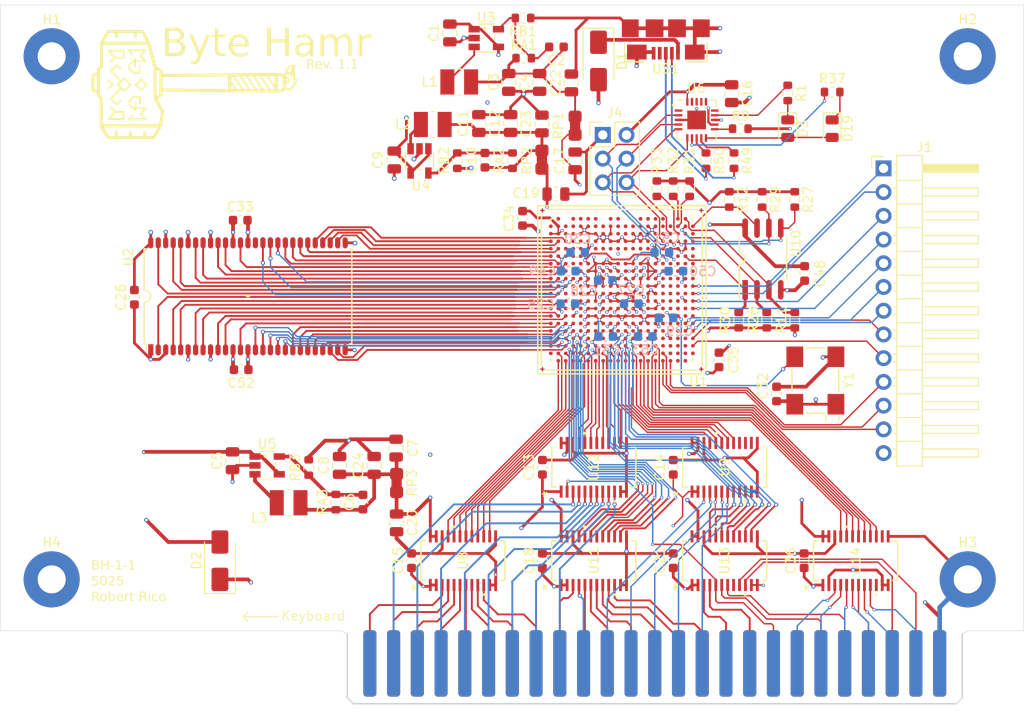
<source format=kicad_pcb>
(kicad_pcb (version 20241229) (generator "pcbnew") (generator_version "9.0")
  (layers (0 "F.Cu" signal) (4 "In1.Cu" signal) (6 "In2.Cu" signal) (2 "B.Cu" signal) (13 "F.Paste" user) (15 "B.Paste" user) (5 "F.SilkS" user "F.Silkscreen") (7 "B.SilkS" user "B.Silkscreen") (1 "F.Mask" user) (3 "B.Mask" user) (25 "Edge.Cuts" user))
  (net 0 "")
  (net 1 "GND")
  (net 2 "CARD5V")
  (net 3 "D2_5V")
  (net 4 "A8_5V")
  (net 5 "A7_5V")
  (net 6 "CARD-12V")
  (net 7 "D0_5V")
  (net 8 "A5_5V")
  (net 9 "~{I{slash}O_STROBE}_5V")
  (net 10 "DMA_OUT_5V")
  (net 12 "~{INH}_5V")
  (net 13 "7M_5V")
  (net 14 "A2_5V")
  (net 15 "A14_5V")
  (net 16 "A10_5V")
  (net 17 "~{RES}_5V")
  (net 18 "D1_5V")
  (net 19 "A4_5V")
  (net 20 "R{slash}~{W}_5V")
  (net 21 "RDY_5V")
  (net 22 "Q3_5V")
  (net 23 "A12_5V")
  (net 24 "A6_5V")
  (net 25 "~{NMI}_5V")
  (net 26 "D7_5V")
  (net 27 "~{I{slash}O_SELECT}_5V")
  (net 28 "CARD12V")
  (net 29 "DMA_IN_5V")
  (net 30 "A13_5V")
  (net 31 "INT_IN_5V")
  (net 32 "PHI0_5V")
  (net 33 "CARD-5V")
  (net 34 "PHI1_5V")
  (net 35 "A1_5V")
  (net 36 "~{DEVICE_SELECT}_5V")
  (net 37 "D5_5V")
  (net 38 "A15_5V")
  (net 39 "A11_5V")
  (net 40 "D6_5V")
  (net 41 "A3_5V")
  (net 42 "D4_5V")
  (net 43 "A9_5V")
  (net 44 "INT_OUT_5V")
  (net 45 "A0_5V")
  (net 47 "D3_5V")
  (net 48 "+5V")
  (net 49 "/power/FB1")
  (net 50 "/power/P1V1")
  (net 51 "/power/P3V3")
  (net 52 "/power/FB3")
  (net 53 "/power/P2V5")
  (net 54 "/power/FB2")
  (net 55 "+3V3")
  (net 56 "+1V1")
  (net 57 "+2V5")
  (net 58 "USB5V")
  (net 59 "Net-(D3-K)")
  (net 60 "FT3V3OUT")
  (net 61 "Net-(D19-K)")
  (net 62 "JTAG_TDO")
  (net 63 "JTAG_TCK")
  (net 64 "JTAG_TMS")
  (net 65 "JTAG_TDI")
  (net 66 "/power/L1")
  (net 67 "/power/L2")
  (net 68 "/power/L3")
  (net 69 "FTDI_nRXLED")
  (net 70 "nRESET")
  (net 71 "/flash/FLASH_nWP")
  (net 72 "/flash/FLASH_nHOLD")
  (net 73 "/flash/FLASH_MOSI")
  (net 74 "/flash/FLASH_MISO")
  (net 75 "/flash/FLASH_SCK")
  (net 76 "/flash/FLASH_nCS")
  (net 77 "/flash/FPGA_PROGRAMN")
  (net 78 "/flash/FPGA_DONE")
  (net 79 "/flash/FPGA_INITN")
  (net 80 "FTDI_nTXLED")
  (net 81 "USB_FTDI_D-")
  (net 82 "/usb/FTD-")
  (net 83 "USB_FTDI_D+")
  (net 84 "/usb/FTD+")
  (net 85 "SDRAM_A1")
  (net 86 "D7_3V3")
  (net 89 "~{I{slash}O_STROBE}_3V3")
  (net 91 "A1_3V3")
  (net 94 "SDRAM_DQM1")
  (net 97 "SDRAM_nRAS")
  (net 98 "~{DEVICE_SELECT}_3V3")
  (net 100 "SDRAM_A12")
  (net 101 "A15_3V3")
  (net 104 "~{RES}_3V3")
  (net 105 "SDRAM_nWE")
  (net 107 "SDRAM_D10")
  (net 109 "D5_3V3")
  (net 110 "SDRAM_D9")
  (net 114 "SDRAM_A4")
  (net 115 "SDRAM_A6")
  (net 116 "~{NMI}_3V3")
  (net 117 "D3_3V3")
  (net 118 "A10_3V3")
  (net 120 "SDRAM_D6")
  (net 121 "INT_IN_3V3")
  (net 122 "A2_3V3")
  (net 123 "A5_3V3")
  (net 125 "SDRAM_D2")
  (net 129 "DMA_OUT_3V3")
  (net 131 "CLK_25MHz")
  (net 134 "A0_3V3")
  (net 137 "A13_3V3")
  (net 140 "SDRAM_D13")
  (net 141 "RDY_3V3")
  (net 143 "PHI1_3V3")
  (net 144 "~{INH}_3V3")
  (net 151 "A14_3V3")
  (net 152 "SDRAM_D14")
  (net 154 "SDRAM_A3")
  (net 155 "SDRAM_nCS")
  (net 157 "SDRAM_nCAS")
  (net 158 "SDRAM_A9")
  (net 159 "D1_3V3")
  (net 162 "SDRAM_D7")
  (net 163 "SDRAM_CLK")
  (net 164 "A4_3V3")
  (net 175 "R{slash}~{W}_3V3")
  (net 177 "SDRAM_D11")
  (net 183 "D6_3V3")
  (net 186 "PHI0_3V3")
  (net 190 "D4_3V3")
  (net 191 "SDRAM_DQM0")
  (net 193 "A3_3V3")
  (net 194 "SDRAM_D12")
  (net 195 "A9_3V3")
  (net 197 "SDRAM_A7")
  (net 205 "A6_3V3")
  (net 207 "D2_3V3")
  (net 208 "SDRAM_A8")
  (net 211 "SDRAM_A11")
  (net 213 "SDRAM_BA0")
  (net 216 "SDRAM_D1")
  (net 218 "SDRAM_A2")
  (net 219 "7M_3V3")
  (net 220 "A11_3V3")
  (net 223 "SDRAM_A0")
  (net 224 "A12_3V3")
  (net 225 "A8_3V3")
  (net 227 "INT_OUT_3V3")
  (net 229 "SDRAM_D3")
  (net 231 "SDRAM_A10")
  (net 233 "SDRAM_D4")
  (net 234 "~{I{slash}O_SELECT}_3V3")
  (net 243 "SDRAM_D8")
  (net 246 "Q3_3V3")
  (net 249 "SDRAM_CKE")
  (net 250 "SDRAM_D15")
  (net 251 "D0_3V3")
  (net 252 "SDRAM_BA1")
  (net 261 "SDRAM_D5")
  (net 262 "DMA_IN_3V3")
  (net 263 "A7_3V3")
  (net 264 "SDRAM_D0")
  (net 265 "SDRAM_A5")
  (net 276 "~{IRQ}_5V")
  (net 277 "~{DMA}_5V")
  (net 278 "~{DMA}_3V3")
  (net 279 "~{IRQ}_3V3")
  (net 280 "µSync_5V")
  (net 281 "µSync_3V3")
  (net 322 "I{slash}O_PIN_5")
  (net 323 "I{slash}O_PIN_7")
  (net 324 "I{slash}O_PIN_12")
  (net 325 "I{slash}O_PIN_9")
  (net 326 "I{slash}O_PIN_4")
  (net 327 "I{slash}O_PIN_11")
  (net 328 "I{slash}O_PIN_6")
  (net 329 "I{slash}O_PIN_2")
  (net 330 "I{slash}O_PIN_3")
  (net 331 "I{slash}O_PIN_8")
  (net 332 "I{slash}O_PIN_10")
  (net 333 "I{slash}O_PIN_1")
  (footprint "ft231x:FT231X-QFN-20-1EP_4x4mm_P0.5mm_EP2x2mm" (layer "F.Cu") (at 238 66.8125)
    (property "Reference" "U6")
    (property "Value" "FT231XQ" (hide yes))
  )
  (footprint "L_1008_1210:L_1008_1210" (layer "F.Cu") (at 209.77 67.3)
    (property "Reference" "L2")
    (property "Value" "2.2uH" (hide yes))
  )
  (footprint "Resistor_SMD:R_0603_1608Metric" (layer "F.Cu") (at 196.5 104.025 -90)
    (property "Reference" "RB3")
    (property "Value" "3.3k" (hide yes))
  )
  (footprint "MountingHole:MountingHole_3mm_Pad" (layer "F.Cu") (at 267 60)
    (property "Reference" "H2")
    (property "Value" "MountingHole_Pad" (hide yes))
  )
  (footprint "Resistor_SMD:R_0603_1608Metric" (layer "F.Cu") (at 241.5 75.325 -90)
    (property "Reference" "R12")
    (property "Value" "10k" (hide yes))
  )
  (footprint "jumper:R_0805_2012Metric_Pad1.29x1.40mm_HandSolder_Jumper_NC" (layer "F.Cu") (at 221.45 71.0675 -90)
    (property "Reference" "RP2")
    (property "Value" "0" (hide yes))
  )
  (footprint "Resistor_SMD:R_0603_1608Metric" (layer "F.Cu") (at 199.4 107.725 90)
    (property "Reference" "RA3")
    (property "Value" "15k" (hide yes))
  )
  (footprint "TSOT-25:TSOT-25" (layer "F.Cu") (at 215.5 58.05 -90)
    (property "Reference" "U3")
    (property "Value" "TLV62569DBV" (hide yes))
  )
  (footprint "footprints:DBQ24-L" (layer "F.Cu") (at 241 104 90)
    (property "Reference" "U9")
    (property "Value" "SN74LVC8T245" (hide yes))
  )
  (footprint "Resistor_SMD:R_0603_1608Metric" (layer "F.Cu") (at 219.425 55.9 180)
    (property "Reference" "RB1")
    (property "Value" "18k" (hide yes))
  )
  (footprint "Capacitor_SMD:C_0603_1608Metric" (layer "F.Cu") (at 235.5 104 90)
    (property "Reference" "C14")
    (property "Value" "22nF" (hide yes))
  )
  (footprint "PCM_MA_Connector_AppleII:Peripheral_Bus_Edge" (layer "F.Cu") (at 233.52 125)
    (property "Reference" "J3")
    (property "Value" "Bus_Apple_II_Card_Side")
    (fp_line (start -32.893 3.683) (end -32.893 -3.175) (stroke (width 0.15)) (layer "Edge.Cuts"))
    (fp_line (start -32.258 4.318) (end -32.893 3.683) (stroke (width 0.15)) (layer "Edge.Cuts"))
    (fp_line (start 32.258 4.318) (end -32.258 4.318) (stroke (width 0.15)) (layer "Edge.Cuts"))
    (fp_line (start 32.258 4.318) (end 32.893 3.683) (stroke (width 0.15)) (layer "Edge.Cuts"))
    (fp_line (start 32.893 -3.175) (end 32.893 3.683) (stroke (width 0.15)) (layer "Edge.Cuts"))
  )
  (footprint "Capacitor_SMD:C_0603_1608Metric" (layer "F.Cu") (at 235.5 114 90)
    (property "Reference" "C21")
    (property "Value" "22nF" (hide yes))
  )
  (footprint "Resistor_SMD:R_0603_1608Metric" (layer "F.Cu") (at 219.5 60.2)
    (property "Reference" "RA1")
    (property "Value" "15k" (hide yes))
  )
  (footprint "TSOT-25:TSOT-25" (layer "F.Cu") (at 208.35 71.2 180)
    (property "Reference" "U4")
    (property "Value" "TLV62569DBV" (hide yes))
  )
  (footprint "Capacitor_SMD:C_0603_1608Metric" (layer "F.Cu") (at 202.3 107.725 90)
    (property "Reference" "C6")
    (property "Value" "100pF" (hide yes))
  )
  (footprint "footprints:DBQ24-L" (layer "F.Cu") (at 227 104 90)
    (property "Reference" "U12")
    (property "Value" "SN74LVC8T245" (hide yes))
  )
  (footprint "Diode_SMD:D_SMA" (layer "F.Cu") (at 227.5 60.5 -90)
    (property "Reference" "D1")
    (property "Value" "STPS2L40AF" (hide yes))
  )
  (footprint "Capacitor_SMD:C_0603_1608Metric" (layer "F.Cu") (at 189.175 77.55)
    (property "Reference" "C33")
    (property "Value" "22nF" (hide yes))
  )
  (footprint "project_byte_hamr:logo_sm" (layer "F.Cu") (at 184.212376 63 90)
    (property "Reference" "G***" (hide yes))
    (property "Value" "LOGO" (hide yes))
  )
  (footprint "MountingHole:MountingHole_3mm_Pad" (layer "F.Cu") (at 169 60)
    (property "Reference" "H1")
    (property "Value" "MountingHole_Pad" (hide yes))
  )
  (footprint "MountingHole:MountingHole_3mm_Pad" (layer "F.Cu") (at 267 116)
    (property "Reference" "H3")
    (property "Value" "MountingHole_Pad" (hide yes))
  )
  (footprint "Capacitor_SMD:C_0805_2012Metric" (layer "F.Cu") (at 221.2 62.8 -90)
    (property "Reference" "C4")
    (property "Value" "22uF" (hide yes))
  )
  (footprint "Capacitor_SMD:C_0805_2012Metric" (layer "F.Cu") (at 224.6 62.85 90)
    (property "Reference" "C22")
    (property "Value" "2.2uF" (hide yes))
  )
  (footprint "Capacitor_SMD:C_0805_2012Metric" (layer "F.Cu") (at 205.9 109.95 -90)
    (property "Reference" "C20")
    (property "Value" "2.2uF" (hide yes))
  )
  (footprint "Capacitor_SMD:C_0805_2012Metric" (layer "F.Cu") (at 199.8 103.8 90)
    (property "Reference" "C8")
    (property "Value" "22uF" (hide yes))
  )
  (footprint "Capacitor_SMD:C_0603_1608Metric" (layer "F.Cu") (at 246.55 96.15 90)
    (property "Reference" "C32")
    (property "Value" "22nF")
  )
  (footprint "footprints:DBQ24-L" (layer "F.Cu") (at 213 114 90)
    (property "Reference" "U8")
    (property "Value" "SN74LVC8T245" (hide yes))
  )
  (footprint "Connector_PinHeader_2.54mm:PinHeader_2x03_P2.54mm_Vertical" (layer "F.Cu") (at 227.96 68.42)
    (property "Reference" "J4")
    (property "Value" "CONN_02X03" (hide yes))
  )
  (footprint "Resistor_SMD:R_0603_1608Metric" (layer "F.Cu") (at 235.5 74.175 -90)
    (property "Reference" "R32")
    (property "Value" "15k" (hide yes))
  )
  (footprint "jumper:R_0805_2012Metric_Pad1.29x1.40mm_HandSolder_Jumper_NC" (layer "F.Cu") (at 205.9 105.6825 -90)
    (property "Reference" "RP3")
    (property "Value" "0" (hide yes))
  )
  (footprint "Capacitor_SMD:C_0805_2012Metric" (layer "F.Cu") (at 241.75 64 -90)
    (property "Reference" "C16")
    (property "Value" "2.2uF")
  )
  (footprint "Capacitor_SMD:C_0805_2012Metric" (layer "F.Cu") (at 218.1 67.2 90)
    (property "Reference" "C12")
    (property "Value" "22uF" (hide yes))
  )
  (footprint "Capacitor_SMD:C_0603_1608Metric" (layer "F.Cu") (at 221.5 114 90)
    (property "Reference" "C18")
    (property "Value" "22nF" (hide yes))
  )
  (footprint "Capacitor_SMD:C_0603_1608Metric" (layer "F.Cu") (at 240.4 92.5 90)
    (property "Reference" "C35")
    (property "Value" "22nF" (hide yes))
  )
  (footprint "SOA008-150mil:SOA008-150-208mil" (layer "F.Cu") (at 245.095 81.698 90)
    (property "Reference" "U10")
    (property "Value" "IS25LP128F-JBLE" (hide yes))
  )
  (footprint "Capacitor_SMD:C_0603_1608Metric" (layer "F.Cu") (at 215.35 71.125 90)
    (property "Reference" "C10")
    (property "Value" "100pF" (hide yes))
  )
  (footprint "Capacitor_SMD:C_0805_2012Metric" (layer "F.Cu") (at 214.7 67.2 90)
    (property "Reference" "C11")
    (property "Value" "22uF" (hide yes))
  )
  (footprint "Resistor_SMD:R_0603_1608Metric" (layer "F.Cu") (at 248.5 88.25 90)
    (property "Reference" "R11")
    (property "Value" "10k" (hide yes))
  )
  (footprint "Capacitor_SMD:C_0805_2012Metric" (layer "F.Cu") (at 203.5 103.8 90)
    (property "Reference" "C24")
    (property "Value" "2.2uF" (hide yes))
  )
  (footprint "Capacitor_SMD:C_0805_2012Metric" (layer "F.Cu") (at 205.85 101.95 90)
    (property "Reference" "C7")
    (property "Value" "22uF" (hide yes))
  )
  (footprint "Resistor_SMD:R_0603_1608Metric" (layer "F.Cu") (at 212.4 71.175 90)
    (property "Reference" "RB2")
    (property "Value" "4.7k" (hide yes))
  )
  (footprint "L_1008_1210:L_1008_1210" (layer "F.Cu") (at 212.6 62.75)
    (property "Reference" "L1")
    (property "Value" "2.2uH" (hide yes))
  )
  (footprint "Capacitor_SMD:C_0805_2012Metric" (layer "F.Cu") (at 188.35 103.3 -90)
    (property "Reference" "C5")
    (property "Value" "22uF" (hide yes))
  )
  (footprint "Resistor_SMD:R_0603_1608Metric" (layer "F.Cu") (at 218.3 71.175 90)
    (property "Reference" "RA2")
    (property "Value" "15k" (hide yes))
  )
  (footprint "Capacitor_SMD:C_0805_2012Metric" (layer "F.Cu") (at 225 71.2 90)
    (property "Reference" "C17")
    (property "Value" "2.2uF" (hide yes))
  )
  (footprint "Connector_PinHeader_2.54mm:PinHeader_1x13_P2.54mm_Horizontal" (layer "F.Cu") (at 258 72)
    (property "Reference" "J1")
    (property "Value" "Conn_01x13_Socket")
  )
  (footprint "Capacitor_SMD:C_0603_1608Metric" (layer "F.Cu") (at 221.5 104 90)
    (property "Reference" "C13")
    (property "Value" "22nF" (hide yes))
  )
  (footprint "footprints:DBQ24-L" (layer "F.Cu") (at 255 114 90)
    (property "Reference" "U14")
    (property "Value" "SN74LVC8T245" (hide yes))
  )
  (footprint "Resistor_SMD:R_0603_1608Metric" (layer "F.Cu") (at 242.675 67.75)
    (property "Reference" "R9")
    (property "Value" "15k" (hide yes))
  )
  (footprint "Resistor_SMD:R_0603_1608Metric" (layer "F.Cu") (at 237.25 74.175 -90)
    (property "Reference" "R31")
    (property "Value" "15k" (hide yes))
  )
  (footprint "Resistor_SMD:R_0603_1608Metric" (layer "F.Cu") (at 242 71.175 -90)
    (property "Reference" "R49")
    (property "Value" "27" (hide yes))
  )
  (footprint "MountingHole:MountingHole_3mm_Pad" (layer "F.Cu") (at 169 116)
    (property "Reference" "H4")
    (property "Value" "MountingHole_Pad" (hide yes))
  )
  (footprint "Capacitor_SMD:C_0603_1608Metric" (layer "F.Cu") (at 189.275 93.55 180)
    (property "Reference" "C52")
    (property "Value" "22nF" (hide yes))
  )
  (footprint "TSOP54:TSOP54" (layer "F.Cu") (at 190 85.69884 90)
    (property "Reference" "U2")
    (property "Value" "MT48LC16M16A2TG" (hide yes))
  )
  (footprint "Capacitor_SMD:C_0603_1608Metric" (layer "F.Cu") (at 219.375 77.35 90)
    (property "Reference" "C34")
    (property "Value" "22nF" (hide yes))
  )
  (footprint "jumper:R_0805_2012Metric_Pad1.29x1.40mm_HandSolder_Jumper_NC" (layer "F.Cu") (at 225 67.4325 -90)
    (property "Reference" "RP1")
    (property "Value" "0" (hide yes))
  )
  (footprint "Capacitor_SMD:C_0603_1608Metric" (layer "F.Cu") (at 249.55 83.25 -90)
    (property "Reference" "C48")
    (property "Value" "22nF" (hide yes))
  )
  (footprint "Capacitor_SMD:C_0603_1608Metric" (layer "F.Cu") (at 249.5 114 90)
    (property "Reference" "C36")
    (property "Value" "22nF" (hide yes))
  )
  (footprint "Resistor_SMD:R_0603_1608Metric" (layer "F.Cu") (at 239 71.175 -90)
    (property "Reference" "R50")
    (property "Value" "27" (hide yes))
  )
  (footprint "Resistor_SMD:R_0603_1608Metric" (layer "F.Cu") (at 233.75 74.175 -90)
    (property "Reference" "R33")
    (property "Value" "15k" (hide yes))
  )
  (footprint "usb_otg:USB-MICRO-B-FCI-10118192-0001LF" (layer "F.Cu") (at 234.7 57 180)
    (property "Reference" "US1")
    (property "Value" "MICRO_USB" (hide yes))
  )
  (footprint "Capacitor_SMD:C_0603_1608Metric" (layer "F.Cu") (at 223 59 180)
    (property "Reference" "C2")
    (property "Value" "100pF" (hide yes))
  )
  (footprint "footprints:DBQ24-L" (layer "F.Cu") (at 227 114 90)
    (property "Reference" "U11")
    (property "Value" "SN74LVC8T245" (hide yes))
  )
  (footprint "Resistor_SMD:R_0603_1608Metric" (layer "F.Cu") (at 245 75.325 -90)
    (property "Reference" "R29")
    (property "Value" "1.1k" (hide yes))
  )
  (footprint "Capacitor_SMD:C_0805_2012Metric" (layer "F.Cu") (at 211.6 57.5 -90)
    (property "Reference" "C1")
    (property "Value" "22uF" (hide yes))
  )
  (footprint "Resistor_SMD:R_0603_1608Metric" (layer "F.Cu") (at 252.5 63.825)
    (property "Reference" "R37")
    (property "Value" "549")
  )
  (footprint "Capacitor_SMD:C_0603_1608Metric" (layer "F.Cu") (at 207.5 114 90)
    (property "Reference" "C15")
    (property "Value" "22nF" (hide yes))
  )
  (footprint "Diode_SMD:D_SMA" (layer "F.Cu") (at 187 114 90)
    (property "Reference" "D2")
    (property "Value" "STPS2L40AF" (hide yes))
  )
  (footprint "Resistor_SMD:R_0603_1608Metric" (layer "F.Cu") (at 242.5 88.25 90)
    (property "Reference" "R30")
    (property "Value" "4.7k" (hide yes))
  )
  (footprint "Resistor_SMD:R_0603_1608Metric" (layer "F.Cu") (at 248.5 75.325 -90)
    (property "Reference" "R27")
    (property "Value" "10k" (hide yes))
  )
  (footprint "Capacitor_SMD:C_0805_2012Metric" (layer "F.Cu") (at 217.9 62.8 -90)
    (property "Reference" "C3")
    (property "Value" "22uF" (hide yes))
  )
  (footprint "lfe5bg381:BGA-381_pitch0.8mm_dia0.4mm" (layer "F.Cu") (at 230 85 180)
    (property "Reference" "U1")
    (property "Value" "LFE5U-85F-8BG381I" (hide yes))
  )
  (footprint "Resistor_SMD:R_0603_1608Metric" (layer "F.Cu") (at 245.5 88.25 90)
    (property "Reference" "R28")
    (property "Value" "10k" (hide yes))
  )
  (footprint "Capacitor_SMD:C_0603_1608Metric" (layer "F.Cu") (at 177.85 85.79884 90)
    (property "Reference" "C26")
    (property "Value" "22nF" (hide yes))
  )
  (footprint "TSOT-25:TSOT-25" (layer "F.Cu") (at 192.05 103.8 -90)
    (property "Reference" "U5")
    (property "Value" "TLV62569DBV" (hide yes))
  )
  (footprint "Capacitor_SMD:C_0805_2012Metric" (layer "F.Cu") (at 222.95 74.75)
    (property "Reference" "C19")
    (property "Value" "2.2uF" (hide yes))
  )
  (footprint "Capacitor_SMD:C_0805_2012Metric" (layer "F.Cu") (at 221.45 67.25 90)
    (property "Reference" "C23")
    (property "Value" "2.2uF" (hide yes))
  )
  (footprint "LED_SMD:LED_0805_2012Metric" (layer "F.Cu") (at 252.5 67.75 -90)
    (property "Reference" "D19")
    (property "Value" "RED")
  )
  (footprint "footprints:DBQ24-L" (layer "F.Cu") (at 241 114 90)
    (property "Reference" "U13")
    (property "Value" "SN74LVC8T245" (hide yes))
  )
  (footprint "Capacitor_SMD:C_0805_2012Metric" (layer "F.Cu") (at 205.65 71.1 -90)
    (property "Reference" "C9")
    (property "Value" "22uF" (hide yes))
  )
  (footprint "oscxo:Crystal_SMD_7050_4Pads" (layer "F.Cu") (at 250.7 94.71 90)
    (property "Reference" "Y1")
    (property "Value" "FNETHE025" (hide yes))
  )
  (footprint "LED_SMD:LED_0805_2012Metric" (layer "F.Cu") (at 247.75 67.75 -90)
    (property "Reference" "D3")
    (property "Value" "YELLOW")
  )
  (footprint "L_1008_1210:L_1008_1210" (layer "F.Cu") (at 194.35 107.8)
    (property "Reference" "L3")
    (property "Value" "2.2uH" (hide yes))
  )
  (footprint "Resistor_SMD:R_0603_1608Metric" (layer "F.Cu") (at 247.75 63.925 -90)
    (property "Reference" "R1")
    (property "Value" "549")
  )
  (footprint "Capacitor_SMD:C_0603_1608Metric" (layer "B.Cu") (at 225.275 81 180)
    (property "Reference" "C30")
    (property "Value" "22nF")
  )
  (footprint "Capacitor_SMD:C_0603_1608Metric" (layer "B.Cu") (at 228.225 84)
    (property "Reference" "C28")
    (property "Value" "22nF" (hide yes))
  )
  (footprint "Capacitor_SMD:C_0603_1608Metric" (layer "B.Cu") (at 224.225 86.5 180)
    (property "Reference" "C25")
    (property "Value" "22nF" (hide yes))
  )
  (footprint "Capacitor_SMD:C_0603_1608Metric" (layer "B.Cu") (at 235.775 83)
    (property "Reference" "C50")
    (property "Value" "22nF" (hide yes))
  )
  (footprint "Capacitor_SMD:C_0603_1608Metric" (layer "B.Cu") (at 234.725 88)
    (property "Reference" "C29")
    (property "Value" "22nF" (hide yes))
  )
  (footprint "Capacitor_SMD:C_0603_1608Metric" (layer "B.Cu") (at 234.275 81)
    (property "Reference" "C51")
    (property "Value" "22nF" (hide yes))
  )
  (footprint "Capacitor_SMD:C_0603_1608Metric" (layer "B.Cu") (at 231 86.5 180)
    (property "Reference" "C27")
    (property "Value" "22nF")
  )
  (footprint "Capacitor_SMD:C_0603_1608Metric" (layer "B.Cu") (at 224.275 83 180)
    (property "Reference" "C49")
    (property "Value" "22nF" (hide yes))
  )
  (footprint "Capacitor_SMD:C_0603_1608Metric" (layer "B.Cu") (at 232.5 90)
    (property "Reference" "C53")
    (property "Value" "22nF" (hide yes))
  )
  (footprint "Capacitor_SMD:C_0603_1608Metric" (layer "B.Cu") (at 228.275 90 180)
    (property "Reference" "C31")
    (property "Value" "22nF" (hide yes))
  )
  (gr_line (start 193.25 120) (end 189.5 120) (stroke (width 0.1)) (layer "F.SilkS"))
  (gr_line (start 189.5 120) (end 190 120.5) (stroke (width 0.1)) (layer "F.SilkS"))
  (gr_line (start 190 119.5) (end 189.5 120) (stroke (width 0.1)) (layer "F.SilkS"))
  (gr_line (start 189.5 120) (end 190 119.5) (stroke (width 0.1)) (layer "F.SilkS"))
  (gr_line (start 200.627 121.825) (end 200 121.5) (stroke (width 0.05)) (layer "Edge.Cuts"))
  (gr_line (start 266.413 121.825) (end 267 121.5) (stroke (width 0.05)) (layer "Edge.Cuts"))
  (gr_line (start 267 121.5) (end 273 121.5) (stroke (width 0.05)) (layer "Edge.Cuts"))
  (gr_line (start 163.5 121.5) (end 200 121.5) (stroke (width 0.05)) (layer "Edge.Cuts"))
  (gr_line (start 273 54.5) (end 163.5 54.5) (stroke (width 0.05)) (layer "Edge.Cuts"))
  (gr_line (start 273 54.5) (end 273 121.5) (stroke (width 0.05)) (layer "Edge.Cuts"))
  (gr_line (start 163.496795 121.5) (end 163.496795 54.5) (stroke (width 0.05)) (layer "Edge.Cuts"))
  (gr_text "Keyboard" (at 193.5 120.5 0) (layer "F.SilkS") (effects (font (size 1 1) (thickness 0.1)) (justify left bottom)))
  (gr_text "Byte Hamr" (at 180.712376 60.5 0) (layer "F.SilkS") (effects (font (size 3 3) (thickness 0.1)) (justify left bottom)))
  (gr_text "BH-1-1\n5025\nRobert Rico" (at 173.207005 118.5 0) (layer "F.SilkS") (effects (font (size 1 1) (thickness 0.1)) (justify left bottom)))
  (gr_text "Rev. 1.1" (at 196.212376 61.5 0) (layer "F.SilkS") (effects (font (size 1 1) (thickness 0.1)) (justify left bottom)))
  (segment (start 232.8 82.999999) (end 232.8 82.2) (width 0.1525) (layer "F.Cu") (net 1))
  (segment (start 226.400001 87.8) (end 226.400001 87.809236) (width 0.1525) (layer "F.Cu") (net 1))
  (segment (start 224.7775 101.3965) (end 224.7775 102.2775) (width 0.3) (layer "F.Cu") (net 1))
  (segment (start 224.7775 112.2525) (end 225.75 113.225) (width 0.3) (layer "F.Cu") (net 1))
  (segment (start 232.408291 79.408291) (end 232 79) (width 0.1525) (layer "F.Cu") (net 1))
  (segment (start 244.4925 112.4925) (end 245.25 113.25) (width 0.3) (layer "F.Cu") (net 1))
  (segment (start 235.2 79.800193) (end 235.595781 80.195974) (width 0.1525) (layer "F.Cu") (net 1))
  (segment (start 230.4 85.4) (end 230.434857 85.4) (width 0.1525) (layer "F.Cu") (net 1))
  (segment (start 226.427676 85.4) (end 226.790073 85.037603) (width 0.1525) (layer "F.Cu") (net 1))
  (segment (start 229.197384 84.253526) (end 229.253526 84.253526) (width 0.1525) (layer "F.Cu") (net 1))
  (segment (start 228.85091 84.6) (end 229.197384 84.253526) (width 0.1525) (layer "F.Cu") (net 1))
  (segment (start 228.395058 81.738911) (end 228.395058 81.795058) (width 0.1525) (layer "F.Cu") (net 1))
  (segment (start 228.402954 79.380993) (end 228.402954 79.397046) (width 0.1525) (layer "F.Cu") (net 1))
  (segment (start 230.823399 85.776601) (end 231.2 85.4) (width 0.1525) (layer "F.Cu") (net 1))
  (segment (start 230.4 86.2) (end 231.2 86.2) (width 0.1525) (layer "F.Cu") (net 1))
  (segment (start 232.408883 79.408291) (end 232.408291 79.408291) (width 0.1525) (layer "F.Cu") (net 1))
  (segment (start 232.000001 87.8) (end 232.000001 87.818989) (width 0.1525) (layer "F.Cu") (net 1))
  (segment (start 231.2 85.4) (end 231.2 85.35) (width 0.3) (layer "F.Cu") (net 1))
  (segment (start 233.6 78.983383) (end 233.215581 78.598964) (width 0.1525) (layer "F.Cu") (net 1))
  (segment (start 227.605358 79.394642) (end 228 79) (width 0.1525) (layer "F.Cu") (net 1))
  (segment (start 205.9 111.625) (end 207.5 113.225) (width 0.4) (layer "F.Cu") (net 1))
  (segment (start 183.6 91.42884) (end 183.6 92.44884) (width 0.3) (layer "F.Cu") (net 1))
  (segment (start 232.8 88.599999) (end 232.781011 88.599999) (width 0.1525) (layer "F.Cu") (net 1))
  (segment (start 233.275 59.55) (end 233.4 59.675) (width 0.4) (layer "F.Cu") (net 1))
  (segment (start 227.2 79.792316) (end 227.597674 79.394642) (width 0.1525) (layer "F.Cu") (net 1))
  (segment (start 224.7775 102.2775) (end 225 102.5) (width 0.3) (layer "F.Cu") (net 1))
  (segment (start 218.1 65.436312) (end 219.488406 64.047906) (width 0.3) (layer "F.Cu") (net 1))
  (segment (start 239.9375 66.8125) (end 240.625737 66.8125) (width 0.25) (layer "F.Cu") (net 1))
  (segment (start 233.6 79) (end 233.6 78.983383) (width 0.1525) (layer "F.Cu") (net 1))
  (segment (start 232 79.8) (end 232.017174 79.8) (width 0.1525) (layer "F.Cu") (net 1))
  (segment (start 230.725 113.225) (end 235.5 113.225) (width 0.3) (layer "F.Cu") (net 1))
  (segment (start 227.00199 81.516827) (end 227.00199 82.00199) (width 0.1525) (layer "F.Cu") (net 1))
  (segment (start 227.999999 87.815256) (end 227.596168 88.219087) (width 0.1525) (layer "F.Cu") (net 1))
  (segment (start 252.7775 112.1967) (end 252.7775 111.3965) (width 0.3) (layer "F.Cu") (net 1))
  (segment (start 215.6117 113.225) (end 216.5 114.1133) (width 0.3) (layer "F.Cu") (net 1))
  (segment (start 199.8 102.15) (end 200.8 101.15) (width 0.4) (layer "F.Cu") (net 1))
  (segment (start 226.4 79) (end 227.2 79) (width 0.1525) (layer "F.Cu") (net 1))
  (segment (start 219.1905 63.75) (end 219.488406 64.047906) (width 0.3) (layer "F.Cu") (net 1))
  (segment (start 227.999999 87.8) (end 227.999999 87.815256) (width 0.1525) (layer "F.Cu") (net 1))
  (segment (start 248.525 113.225) (end 248.5 113.25) (width 0.3) (layer "F.Cu") (net 1))
  (segment (start 227.2 83.8) (end 227.2 82.999999) (width 0.1525) (layer "F.Cu") (net 1))
  (segment (start 210.7775 112.7225) (end 210.7775 111.3965) (width 0.3) (layer "F.Cu") (net 1))
  (segment (start 221.5 113.225) (end 225.75 113.225) (width 0.3) (layer "F.Cu") (net 1))
  (segment (start 200.8 101.15) (end 198.25 101.15) (width 0.4) (layer "F.Cu") (net 1))
  (segment (start 233.6 85.4) (end 233.5 85.4) (width 0.2) (layer "F.Cu") (net 1))
  (segment (start 210.275 113.225) (end 210.7775 112.7225) (width 0.3) (layer "F.Cu") (net 1))
  (segment (start 224.6 61.9) (end 225.1 61.4) (width 0.3) (layer "F.Cu") (net 1))
  (segment (start 233.5 57) (end 235.9 57) (width 0.4) (layer "F.Cu") (net 1))
  (segment (start 215.6117 113.225) (end 210.275 113.225) (width 0.3) (layer "F.Cu") (net 1))
  (segment (start 232.8 83.8) (end 233.6 83) (width 0.1525) (layer "F.Cu") (net 1))
  (segment (start 225 70.25) (end 226.13 70.25) (width 0.3) (layer "F.Cu") (net 1))
  (segment (start 212.692671 58.45) (end 213.094483 58.048188) (width 0.3) (layer "F.Cu") (net 1))
  (segment (start 244.4925 111.3965) (end 244.4925 112.4925) (width 0.3) (layer "F.Cu") (net 1))
  (segment (start 220.175 76.575) (end 219.375 76.575) (width 0.3) (layer "F.Cu") (net 1))
  (segment (start 232.392853 88.211841) (end 232.392853 88.207147) (width 0.1525) (layer "F.Cu") (net 1))
  (segment (start 226.13 70.25) (end 226.215 70.165) (width 0.1525) (layer "F.Cu") (net 1))
  (segment (start 244.4925 116.6035) (end 245.096985 116.6035) (width 0.1525) (layer "F.Cu") (net 1))
  (segment (start 213.096295 58.05) (end 213.094483 58.048188) (width 0.3) (layer "F.Cu") (net 1))
  (segment (start 226.820411 91.434705) (end 226.834705 91.434705) (width 0.1525) (layer "F.Cu") (net 1))
  (segment (start 188.35 104.25) (end 188.35 105.55) (width 0.3) (layer "F.Cu") (net 1))
  (segment (start 231.6 59.55) (end 231.6 61.01814) (width 0.4) (layer "F.Cu") (net 1))
  (segment (start 214.7 66.25) (end 218.1 66.25) (width 0.3) (layer "F.Cu") (net 1))
  (segment (start 247.673074 85.049293) (end 248.525707 85.049293) (width 0.4) (layer "F.Cu") (net 1))
  (segment (start 226.400001 87.809236) (end 226.000331 88.208906) (width 0.1525) (layer "F.Cu") (net 1))
  (segment (start 252.7983 115) (end 252.1425 115.6558) (width 0.3) (layer "F.Cu") (net 1))
  (segment (start 233.163682 91.436318) (end 232.8 91.8) (width 0.1525) (layer "F.Cu") (net 1))
  (segment (start 231.2 86.2) (end 231.2 86.173191) (width 0.1525) (layer "F.Cu") (net 1))
  (segment (start 221.2 63.75) (end 219.786312 63.75) (width 0.3) (layer "F.Cu") (net 1))
  (segment (start 179.6 79.96884) (end 179.6 78.84884) (width 0.3) (layer "F.Cu") (net 1))
  (segment (start 228.8 86.2) (end 228.8 86.179861) (width 0.1525) (layer "F.Cu") (net 1))
  (segment (start 238.7775 101.3965) (end 238.7775 102.8025) (width 0.3) (layer "F.Cu") (net 1))
  (segment (start 219.786312 63.75) (end 219.488406 64.047906) (width 0.3) (layer "F.Cu") (net 1))
  (segment (start 235.2 81.4) (end 235.207413 81.4) (width 0.1525) (layer "F.Cu") (net 1))
  (segment (start 232.017174 79.8) (end 232.408883 79.408291) (width 0.1525) (layer "F.Cu") (net 1))
  (segment (start 226.215 74.485) (end 226.215 70.165) (width 0.3) (layer "F.Cu") (net 1))
  (segment (start 217.9 63.75) (end 219.1905 63.75) (width 0.3) (layer "F.Cu") (net 1))
  (segment (start 229.223736 85.776264) (end 229.6 85.4) (width 0.1525) (layer "F.Cu") (net 1))
  (segment (start 227.2 79.8) (end 227.2 79.792316) (width 0.1525) (layer "F.Cu") (net 1))
  (segment (start 227.2 82.999999) (end 227.2 82.2) (width 0.1525) (layer "F.Cu") (net 1))
  (segment (start 227.977081 88.6) (end 227.596168 88.219087) (width 0.1525) (layer "F.Cu") (net 1))
  (segment (start 229.6 86.165405) (end 229.210859 85.776264) (width 0.1525) (layer "F.Cu") (net 1))
  (segment (start 229.6 86.2) (end 229.6 86.165405) (width 0.1525) (layer "F.Cu") (net 1))
  (segment (start 238.5 57) (end 240.5 57) (width 0.4) (layer "F.Cu") (net 1))
  (segment (start 223.2 78.2) (end 222.3 77.3) (width 0.3) (layer "F.Cu") (net 1))
  (segment (start 232.408883 79.408291) (end 232.408883 79.408883) (width 0.1525) (layer "F.Cu") (net 1))
  (segment (start 190.75 103.8) (end 188.8 103.8) (width 0.3) (layer "F.Cu") (net 1))
  (segment (start 232.8 87.8) (end 233.599999 87.8) (width 0.3) (layer "F.Cu") (net 1))
  (segment (start 249.5 113.225) (end 248.525 113.225) (width 0.3) (layer "F.Cu") (net 1))
  (segment (start 229.6 79.8) (end 228.8 79.8) (width 0.1525) (layer "F.Cu") (net 1))
  (segment (start 230.4925 106.6035) (end 230.4925 102.5075) (width 0.3) (layer "F.Cu") (net 1))
  (segment (start 236.0625 66.8125) (end 238 66.8125) (width 0.25) (layer "F.Cu") (net 1))
  (segment (start 224.6457 103.225) (end 225.3782 102.4925) (width 0.3) (layer "F.Cu") (net 1))
  (segment (start 226.4 85.4) (end 226.427676 85.4) (width 0.1525) (layer "F.Cu") (net 1))
  (segment (start 232.8 79.017174) (end 232.408883 79.408291) (width 0.1525) (layer "F.Cu") (net 1))
  (segment (start 229.8575 106.6035) (end 230.4925 106.6035) (width 0.3) (layer "F.Cu") (net 1))
  (segment (start 245.25 113.25) (end 248.5 113.25) (width 0.3) (layer "F.Cu") (net 1))
  (segment (start 228.8 86.2) (end 229.6 86.2) (width 0.1525) (layer "F.Cu") (net 1))
  (segment (start 252.9 92.17) (end 251.58 92.17) (width 0.3) (layer "F.Cu") (net 1))
  (segment (start 229.6 84.6) (end 230.4 84.6) (width 0.1525) (layer "F.Cu") (net 1))
  (segment (start 225.157158 87.420176) (end 225.157158 87.442842) (width 0.1525) (layer "F.Cu") (net 1))
  (segment (start 223.591383 90.608617) (end 223.2 91) (width 0.1525) (layer "F.Cu") (net 1))
  (segment (start 231.2 84.6) (end 231.2 84.522778) (width 0.1525) (layer "F.Cu") (net 1))
  (segment (start 229.6 82.2) (end 228.8 82.2) (width 0.1525) (layer "F.Cu") (net 1))
  (segment (start 229.6 85.4) (end 230.4 85.4) (width 0.1525) (layer "F.Cu") (net 1))
  (segment (start 229.604062 83.8) (end 229.991397 83.412665) (width 0.1525) (layer "F.Cu") (net 1))
  (segment (start 230.005106 88.169176) (end 229.969176 88.169176) (width 0.1525) (layer "F.Cu") (net 1))
  (segment (start 235.207413 81.4) (end 235.56608 81.758667) (width 0.1525) (layer "F.Cu") (net 1))
  (segment (start 232.814545 79) (end 233.215581 78.598964) (width 0.1525) (layer "F.Cu") (net 1))
  (segment (start 225.157158 87.442842) (end 224.8 87.8) (width 0.1525) (layer "F.Cu") (net 1))
  (segment (start 257.8575 115.6075) (end 257.25 115) (width 0.3) (layer "F.Cu") (net 1))
  (segment (start 232.803742 82.196258) (end 232.8 82.2) (width 0.1525) (layer "F.Cu") (net 1))
  (segment (start 240.725 91.725) (end 241.5 90.95) (width 0.3) (layer "F.Cu") (net 1))
  (segment (start 226.790073 85.037603) (end 226.837603 85.037603) (width 0.1525) (layer "F.Cu") (net 1))
  (segment (start 228.8 83.793857) (end 228.364704 83.358561) (width 0.1525) (layer "F.Cu") (net 1))
  (segment (start 211.6 58.45) (end 212.692671 58.45) (width 0.3) (layer "F.Cu") (net 1))
  (segment (start 228.416867 85.783133) (end 228.8 85.4) (width 0.1525) (layer "F.Cu") (net 1))
  (segment (start 231.555265 83.435752) (end 231.555265 83.444735) (width 0.1525) (layer "F.Cu") (net 1))
  (segment (start 262.3965 111.3965) (end 267 116) (width 0.3) (layer "F.Cu") (net 1))
  (segment (start 230.005106 88.169176) (end 230.030824 88.169176) (width 0.1525) (layer "F.Cu") (net 1))
  (segment (start 244.4925 102.0075) (end 243.5 103) (width 0.3) (layer "F.Cu") (net 1))
  (segment (start 243 103) (end 241 103) (width 0.3) (layer "F.Cu") (net 1))
  (segment (start 238.7775 102.8025) (end 239.2 103.225) (width 0.3) (layer "F.Cu") (net 1))
  (segment (start 203.5 102.85) (end 201.65 101) (width 0.4) (layer "F.Cu") (net 1))
  (segment (start 225.986173 78.61328) (end 225.986719 78.61328) (width 0.1525) (layer "F.Cu") (net 1))
  (segment (start 228.402954 79.380993) (end 228.419007 79.380993) (width 0.1525) (layer "F.Cu") (net 1))
  (segment (start 231.555265 83.444735) (end 231.2 83.8) (width 0.1525) (layer "F.Cu") (net 1))
  (segment (start 227.597674 79.397674) (end 228 79.8) (width 0.1525) (layer "F.Cu") (net 1))
  (segment (start 228.402954 79.397046) (end 228 79.8) (width 0.1525) (layer "F.Cu") (net 1))
  (segment (start 236.425988 84.174012) (end 236.8 83.8) (width 0.1525) (layer "F.Cu") (net 1))
  (segment (start 230.4 79.744337) (end 230.014598 79.358935) (width 0.1525) (layer "F.Cu") (net 1))
  (segment (start 227.597674 79.394642) (end 227.605358 79.394642) (width 0.1525) (layer "F.Cu") (net 1))
  (segment (start 238.7775 101.3965) (end 238.7775 101.8918) (width 0.2) (layer "F.Cu") (net 1))
  (segment (start 237.8 59.55) (end 237.8 57.7) (width 0.4) (layer "F.Cu") (net 1))
  (segment (start 228.8 79.778039) (end 228.402954 79.380993) (width 0.1525) (layer "F.Cu") (net 1))
  (segment (start 225.6 78.227107) (end 225.986173 78.61328) (width 0.1525) (layer "F.Cu") (net 1))
  (segment (start 230.4925 102.4925) (end 230.5 102.5) (width 0.2) (layer "F.Cu") (net 1))
  (segment (start 208.35 69.9) (end 208.35 70.408397) (width 0.3) (layer "F.Cu") (net 1))
  (segment (start 225.1 57.2) (end 226.4 55.9) (width 0.3) (layer "F.Cu") (net 1))
  (segment (start 228.021961 79) (end 228.402954 79.380993) (width 0.1525) (layer "F.Cu") (net 1))
  (segment (start 227.215256 88.599999) (end 227.596168 88.219087) (width 0.1525) (layer "F.Cu") (net 1))
  (segment (start 205.9 110.9) (end 205.9 111.625) (width 0.4) (layer "F.Cu") (net 1))
  (segment (start 243.8575 106.6035) (end 244.4925 106.6035) (width 0.2) (layer "F.Cu") (net 1))
  (segment (start 226.4 83) (end 227.2 82.999999) (width 0.1525) (layer "F.Cu") (net 1))
  (segment (start 249.5 113.225) (end 251.7492 113.225) (width 0.3) (layer "F.Cu") (net 1))
  (segment (start 231.2 79) (end 231.2 79.004688) (width 0.1525) (layer "F.Cu") (net 1))
  (segment (start 229.6 83.8) (end 229.604062 83.8) (width 0.1525) (layer "F.Cu") (net 1))
  (segment (start 234.818753 87.438716) (end 234.838716 87.438716) (width 0.1525) (layer "F.Cu") (net 1))
  (segment (start 190 77.6) (end 189.95 77.55) (width 0.4) (layer "F.Cu") (net 1))
  (segment (start 226.400001 87.8) (end 226.393562 87.8) (width 0.1525) (layer "F.Cu") (net 1))
  (segment (start 221.5 103.225) (end 224.6457 103.225) (width 0.3) (layer "F.Cu") (net 1))
  (segment (start 230.4925 113.0075) (end 230.5 113) (width 0.3) (layer "F.Cu") (net 1))
  (segment (start 231.2 84.522778) (end 230.798547 84.121325) (width 0.1525) (layer "F.Cu") (net 1))
  (segment (start 232.8 83.8) (end 232.8 82.999999) (width 0.1525) (layer "F.Cu") (net 1))
  (segment (start 239.2 103.225) (end 240.775 103.225) (width 0.3) (layer "F.Cu") (net 1))
  (segment (start 225.6 78.2) (end 225.6 78.227107) (width 0.1525) (layer "F.Cu") (net 1))
  (segment (start 225.95 74.75) (end 226.215 74.485) (width 0.3) (layer "F.Cu") (net 1))
  (segment (start 223.554218 81.770962) (end 223.554218 81.754219) (width 0.1525) (layer "F.Cu") (net 1))
  (segment (start 233.6 83) (end 232.8 82.999999) (width 0.1525) (layer "F.Cu") (net 1))
  (segment (start 226.372893 79) (end 225.986173 78.61328) (width 0.1525) (layer "F.Cu") (net 1))
  (segment (start 227.597674 79.394642) (end 227.597674 79.397674) (width 0.1525) (layer "F.Cu") (net 1))
  (segment (start 257.25 115) (end 254.75 115) (width 0.3) (layer "F.Cu") (net 1))
  (segment (start 244.4925 104.4925) (end 243 103) (width 0.3) (layer "F.Cu") (net 1))
  (segment (start 246.55 95.375) (end 249.695 95.375) (width 0.4) (layer "F.Cu") (net 1))
  (segment (start 232.408883 79.408883) (end 232.8 79.8) (width 0.1525) (layer "F.Cu") (net 1))
  (segment (start 227.2 82.2) (end 226.4 83) (width 0.1525) (layer "F.Cu") (net 1))
  (segment (start 225.986719 78.61328) (end 226.4 78.199999) (width 0.1525) (layer "F.Cu") (net 1))
  (segment (start 196.5 102.9) (end 196.5 103.2) (width 0.4) (layer "F.Cu") (net 1))
  (segment (start 233.5 85.4) (end 233.1 85) (width 0.2) (layer "F.Cu") (net 1))
  (segment (start 234.761571 79.369322) (end 234.761571 79.361571) (width 0.1525) (layer "F.Cu") (net 1))
  (segment (start 238.7775 111.3965) (end 238.7775 112.3442) (width 0.3) (layer "F.Cu") (net 1))
  (segment (start 225.0075 102.4925) (end 225.3782 102.4925) (width 0.3) (layer "F.Cu") (net 1))
  (segment (start 230.4 85.4) (end 231.2 85.4) (width 0.1525) (layer "F.Cu") (net 1))
  (segment (start 231.596778 79.401466) (end 231.601466 79.401466) (width 0.1525) (layer "F.Cu") (net 1))
  (segment (start 223.9 74.75) (end 225.95 74.75) (width 0.3) (layer "F.Cu") (net 1))
  (segment (start 223.554218 81.754219) (end 223.199999 81.4) (width 0.1525) (layer "F.Cu") (net 1))
  (segment (start 233.6 83) (end 232.8 82.2) (width 0.1525) (layer "F.Cu") (net 1))
  (segment (start 230.4925 102.5075) (end 230.5 102.5) (width 0.2) (layer "F.Cu") (net 1))
  (segment (start 257.8575 116.6035) (end 257.8575 115.6075) (width 0.3) (layer "F.Cu") (net 1))
  (segment (start 213.841229 72) (end 213.877107 71.964122) (width 0.3) (layer "F.Cu") (net 1))
  (segment (start 243.5 103) (end 243 103) (width 0.3) (layer "F.Cu") (net 1))
  (segment (start 214.2 58.05) (end 213.096295 58.05) (width 0.3) (layer "F.Cu") (net 1))
  (segment (start 220.25 55.9) (end 226.4 55.9) (width 0.3) (layer "F.Cu") (net 1))
  (segment (start 226.834705 91.434705) (end 227.2 91.8) (width 0.1525) (layer "F.Cu") (net 1))
  (segment (start 215.8575 116.6035) (end 216.4925 116.6035) (width 0.3) (layer "F.Cu") (net 1))
  (segment (start 232.8 79) (end 232.8 79.017174) (width 0.1525) (layer "F.Cu") (net 1))
  (segment (start 227.00199 82.00199) (end 227.2 82.2) (width 0.1525) (layer "F.Cu") (net 1))
  (segment (start 219.488406 64.338406) (end 219.488406 64.047906) (width 0.3) (layer "F.Cu") (net 1))
  (segment (start 205.65 72.05) (end 205.65 73.074995) (width 0.3) (layer "F.Cu") (net 1))
  (segment (start 227.2 86.2) (end 227.2 85.4) (width 0.1525) (layer "F.Cu") (net 1))
  (segment (start 233.6 78.214545) (end 233.215581 78.598964) (width 0.1525) (layer "F.Cu") (net 1))
  (segment (start 231.6 59.55) (end 233.275 59.55) (width 0.4) (layer "F.Cu") (net 1))
  (segment (start 233.6 85.4) (end 233.568274 85.4) (width 0.1525) (layer "F.Cu") (net 1))
  (segment (start 225.1 61.4) (end 225.1 57.2) (width 0.3) (layer "F.Cu") (net 1))
  (segment (start 230.9 57) (end 233.5 57) (width 0.4) (layer "F.Cu") (net 1))
  (segment (start 231.596778 79.403222) (end 231.2 79.8) (width 0.1525) (layer "F.Cu") (net 1))
  (segment (start 237.8 59.55) (end 240.45 59.55) (width 0.4) (layer "F.Cu") (net 1))
  (segment (start 232 88.6) (end 232.004694 88.6) (width 0.1525) (layer "F.Cu") (net 1))
  (segment (start 222.4 79) (end 223.2 79) (width 0.1525) (layer "F.Cu") (net 1))
  (segment (start 240.4 91.725) (end 240.725 91.725) (width 0.3) (layer "F.Cu") (net 1))
  (segment (start 230.4 86.2) (end 230.411941 86.2) (width 0.1525) (layer "F.Cu") (net 1))
  (segment (start 248.525707 85.049293) (end 249.55 84.025) (width 0.4) (layer "F.Cu") (net 1))
  (segment (start 216.5 114.1133) (end 216.5 115.5) (width 0.3) (layer "F.Cu") (net 1))
  (segment (start 223.25 79) (end 223.6 78.65) (width 0.1525) (layer "F.Cu") (net 1))
  (segment (start 240.45 59.55) (end 240.5 59.5) (width 0.4) (layer "F.Cu") (net 1))
  (segment (start 244.4925 101.3965) (end 244.4925 102.0075) (width 0.2) (layer "F.Cu") (net 1))
  (segment (start 220.9 77.3) (end 220.175 76.575) (width 0.3) (layer "F.Cu") (net 1))
  (segment (start 230.014598 79.385402) (end 229.95 79.45) (width 0.1525) (layer "F.Cu") (net 1))
  (segment (start 230.477222 83.8) (end 230.798547 84.121325) (width 0.1525) (layer "F.Cu") (net 1))
  (segment (start 223.219582 87) (end 223.580528 87.360946) (width 0.1525) (layer "F.Cu") (net 1))
  (segment (start 236.422587 84.174012) (end 236.425988 84.174012) (width 0.1525) (layer "F.Cu") (net 1))
  (segment (start 227.2 82.2) (end 227.999999 82.2) (width 0.1525) (layer "F.Cu") (net 1))
  (segment (start 212.4 72) (end 213.841229 72) (width 0.3) (layer "F.Cu") (net 1))
  (segment (start 190 79.96884) (end 190 78.84884) (width 0.3) (layer "F.Cu") (net 1))
  (segment (start 232.8 78.2) (end 232.816617 78.2) (width 0.1525) (layer "F.Cu") (net 1))
  (segment (start 231.2 79.004688) (end 231.596778 79.401466) (width 0.1525) (layer "F.Cu") (net 1))
  (segment (start 228.8 83.8) (end 228.8 83.793857) (width 0.1525) (layer "F.Cu") (net 1))
  (segment (start 240.775 103.225) (end 241 103) (width 0.3) (layer "F.Cu") (net 1))
  (segment (start 226.4 79) (end 226.372893 79) (width 0.1525) (layer "F.Cu") (net 1))
  (segment (start 228 79) (end 228.021961 79) (width 0.1525) (layer "F.Cu") (net 1))
  (segment (start 200.95 101) (end 200.8 101.15) (width 0.4) (layer "F.Cu") (net 1))
  (segment (start 188.4 92.44884) (end 188.4 93.45) (width 0.4) (layer "F.Cu") (net 1))
  (segment (start 177.85 81.71884) (end 179.6 79.96884) (width 0.3) (layer "F.Cu") (net 1))
  (segment (start 238.7775 112.3442) (end 239.6833 113.25) (width 0.3) (layer "F.Cu") (net 1))
  (segment (start 233.163682 91.426885) (end 233.163682 91.436318) (width 0.1525) (layer "F.Cu") (net 1))
  (segment (start 228 88.6) (end 227.977081 88.6) (width 0.1525) (layer "F.Cu") (net 1))
  (segment (start 223.199999 87) (end 223.219582 87) (width 0.1525) (layer "F.Cu") (net 1))
  (segment (start 181.2 79.96884) (end 181.2 78.79884) (width 0.3) (layer "F.Cu") (net 1))
  (segment (start 247.623781 85) (end 247.673074 85.049293) (width 0.3) (layer "F.Cu") (net 1))
  (segment (start 230.4 83.8) (end 230.477222 83.8) (width 0.1525) (layer "F.Cu") (net 1))
  (segment (start 231.596778 79.401466) (end 231.598534 79.401466) (width 0.1525) (layer "F.Cu") (net 1))
  (segment (start 188.4 93.45) (end 188.5 93.55) (width 0.4) (layer "F.Cu") (net 1))
  (segment (start 233.6 78.199999) (end 233.6 78.214545) (width 0.1525) (layer "F.Cu") (net 1))
  (segment (start 200.4 79.96884) (end 201.41884 79.96884) (width 0.3) (layer "F.Cu") (net 1))
  (segment (start 227.999999 82.2) (end 227.999999 82.13397) (width 0.1525) (layer "F.Cu") (net 1))
  (segment (start 232.8 85.4) (end 232.81002 85.4) (width 0.1525) (layer "F.Cu") (net 1))
  (segment (start 232.561863 81.638138) (end 232.000001 82.2) (width 0.1525) (layer "F.Cu") (net 1))
  (segment (start 232.8 85.4) (end 232.8 85.3) (width 0.2) (layer "F.Cu") (net 1))
  (segment (start 230.411941 86.2) (end 230.823399 85.788542) (width 0.1525) (layer "F.Cu") (net 1))
  (segment (start 232.004694 88.6) (end 232.392853 88.211841) (width 0.1525) (layer "F.Cu") (net 1))
  (segment (start 205.65 73.074995) (end 205.645647 73.079348) (width 0.3) (layer "F.Cu") (net 1))
  (segment (start 230.014598 79.358935) (end 230.014598 79.385402) (width 0.1525) (layer "F.Cu") (net 1))
  (segment (start 223.59659 90.608617) (end 223.591383 90.608617) (width 0.1525) (layer "F.Cu") (net 1))
  (segment (start 225.6 83.819265) (end 225.21321 84.206055) (width 0.1525) (layer "F.Cu") (net 1))
  (segment (start 236.419688 85.827633) (end 236.427633 85.827633) (width 0.1525) (layer "F.Cu") (net 1))
  (segment (start 188.4 91.42884) (end 188.4 92.44884) (width 0.3) (layer "F.Cu") (net 1))
  (segment (start 218.1 66.25) (end 218.1 65.436312) (width 0.3) (layer "F.Cu") (net 1))
  (segment (start 235.5 103.225) (end 239.2 103.225) (width 0.3) (layer "F.Cu") (net 1))
  (segment (start 228.419007 79.380993) (end 228.8 79) (width 0.1525) (layer "F.Cu") (net 1))
  (segment (start 243.8575 116.6035) (end 244.4925 116.6035) (width 0.2) (layer "F.Cu") (net 1))
  (segment (start 230.4 84.6) (end 230.4 84.519872) (width 0.1525) (layer "F.Cu") (net 1))
  (segment (start 228.8 84.6) (end 228.85091 84.6) (width 0.1525) (layer "F.Cu") (net 1))
  (segment (start 231.596778 79.401466) (end 231.596778 79.403222) (width 0.1525) (layer "F.Cu") (net 1))
  (segment (start 227.203032 79) (end 227.597674 79.394642) (width 0.1525) (layer "F.Cu") (net 1))
  (segment (start 198.25 101.15) (end 196.5 102.9) (width 0.4) (layer "F.Cu") (net 1))
  (segment (start 232.000001 87.818989) (end 232.392853 88.211841) (width 0.1525) (layer "F.Cu") (net 1))
  (segment (start 230.4925 116.6035) (end 230.4925 113.0075) (width 0.3) (layer "F.Cu") (net 1))
  (segment (start 228.8 79) (end 228.8 78.2) (width 0.1525) (layer "F.Cu") (net 1))
  (segment (start 228.416867 85.796728) (end 228.416867 85.783133) (width 0.1525) (layer "F.Cu") (net 1))
  (segment (start 199.8 102.85) (end 199.8 102.15) (width 0.4) (layer "F.Cu") (net 1))
  (segment (start 230.5 113) (end 230.725 113.225) (width 0.3) (layer "F.Cu") (net 1))
  (segment (start 231.6 61.01814) (end 231.580322 61.037818) (width 0.4) (layer "F.Cu") (net 1))
  (segment (start 229.8575 116.6035) (end 230.4925 116.6035) (width 0.3) (layer "F.Cu") (net 1))
  (segment (start 229.210859 85.776264) (end 229.223736 85.776264) (width 0.1525) (layer "F.Cu") (net 1))
  (segment (start 227.999999 82.13397) (end 228.395058 81.738911) (width 0.1525) (layer "F.Cu") (net 1))
  (segment (start 229.969176 88.169176) (end 229.6 87.8) (width 0.1525) (layer "F.Cu") (net 1))
  (segment (start 230.434857 85.4) (end 230.823399 85.788542) (width 0.1525) (layer "F.Cu") (net 1))
  (segment (start 238 66.8125) (end 238 65.6) (width 0.1525) (layer "F.Cu") (net 1))
  (segment (start 243.15 64.95) (end 243.65 64.45) (width 0.4) (layer "F.Cu") (net 1))
  (segment (start 225.3782 102.4925) (end 230.4925 102.4925) (width 0.3) (layer "F.Cu") (net 1))
  (segment (start 201.41884 79.96884) (end 201.45 80) (width 0.2) (layer "F.Cu") (net 1))
  (segment (start 244.4925 106.6035) (end 244.4925 104.4925) (width 0.3) (layer "F.Cu") (net 1))
  (segment (start 252.1425 115.6558) (end 252.1425 116.6035) (width 0.3) (layer "F.Cu") (net 1))
  (segment (start 235.180903 90.2) (end 234.819129 89.838226) (width 0.1525) (layer "F.Cu") (net 1))
  (segment (start 230.4 84.519872) (end 230.798547 84.121325) (width 0.1525) (layer "F.Cu") (net 1))
  (segment (start 228.43667 83.433603) (end 228.43667 83.43667) (width 0.1525) (layer "F.Cu") (net 1))
  (segment (start 207.5 113.225) (end 210.275 113.225) (width 0.3) (layer "F.Cu") (net 1))
  (segment (start 224.7775 101.3965) (end 224.7775 101.8918) (width 0.2) (layer "F.Cu") (net 1))
  (segment (start 216.5 116.596) (end 216.4925 116.6035) (width 0.3) (layer "F.Cu") (net 1))
  (segment (start 231.2 86.2) (end 231.2 85.4) (width 0.3) (layer "F.Cu") (net 1))
  (segment (start 227.2 88.599999) (end 227.215256 88.599999) (width 0.1525) (layer "F.Cu") (net 1))
  (segment (start 232.8 79) (end 232.814545 79) (width 0.1525) (layer "F.Cu") (net 1))
  (segment (start 228.395058 81.795058) (end 228.8 82.2) (width 0.1525) (layer "F.Cu") (net 1))
  (segment (start 229.6 86.2) (end 230.4 86.2) (width 0.1525) (layer "F.Cu") (net 1))
  (segment (start 231.2 85.35) (end 231.6 84.95) (width 0.3) (layer "F.Cu") (net 1))
  (segment (start 230.4 79.8) (end 231.2 79.8) (width 0.1525) (layer "F.Cu") (net 1))
  (segment (start 230.823399 85.788542) (end 230.823399 85.776601) (width 0.1525) (layer "F.Cu") (net 1))
  (segment (start 231.601466 79.401466) (end 232 79.8) (width 0.1525) (layer "F.Cu") (net 1))
  (segment (start 235.2 79.8) (end 235.2 79.800193) (width 0.1525) (layer "F.Cu") (net 1))
  (segment (start 251.7492 113.225) (end 252.7775 112.1967) (width 0.3) (layer "F.Cu") (net 1))
  (segment (start 239.6833 113.25) (end 245.25 113.25) (width 0.3) (layer "F.Cu") (net 1))
  (segment (start 225 102.5) (end 225.0075 102.4925) (width 0.3) (layer "F.Cu") (net 1))
  (segment (start 258.4925 116.6035) (end 257.8575 116.6035) (width 0.3) (layer "F.Cu") (net 1))
  (segment (start 230.4 79.8) (end 230.4 79.744337) (width 0.1525) (layer "F.Cu") (net 1))
  (segment (start 226.215 70.165) (end 227.96 68.42) (width 0.3) (layer "F.Cu") (net 1))
  (segment (start 221.45 66.3) (end 219.488406 64.338406) (width 0.3) (layer "F.Cu") (net 1))
  (segment (start 208.35 70.408397) (end 207.75838 71.000017) (width 0.3) (layer "F.Cu") (net 1))
  (segment (start 222.3 77.3) (end 220.9 77.3) (width 0.3) (layer "F.Cu") (net 1))
  (segment (start 232.000001 82.2) (end 232.8 82.2) (width 0.1525) (layer "F.Cu") (net 1))
  (segment (start 230.030824 88.169176) (end 230.4 87.8) (width 0.1525) (layer "F.Cu") (net 1))
  (segment (start 229.95 79.45) (end 229.6 79.8) (width 0.1525) (layer "F.Cu") (net 1))
  (segment (start 241.75 64.95) (end 243.15 64.95) (width 0.4) (layer "F.Cu") (net 1))
  (segment (start 247 85) (end 247.623781 85) (width 0.3) (layer "F.Cu") (net 1))
  (segment (start 228.8 86.179861) (end 228.416867 85.796728) (width 0.1525) (layer "F.Cu") (net 1))
  (segment (start 226.4 55.9) (end 229.8 55.9) (width 0.3) (layer "F.Cu") (net 1))
  (segment (start 254.75 115) (end 252.7983 115) (width 0.3) (layer "F.Cu") (net 1))
  (segment (start 232.8 85.3) (end 233.1 85) (width 0.2) (layer "F.Cu") (net 1))
  (segment (start 234.838716 87.438716) (end 235.2 87.8) (width 0.1525) (layer "F.Cu") (net 1))
  (segment (start 188.8 103.8) (end 188.35 104.25) (width 0.3) (layer "F.Cu") (net 1))
  (segment (start 229.8 55.9) (end 230.9 57) (width 0.3) (layer "F.Cu") (net 1))
  (segment (start 232.392853 88.207147) (end 232.8 87.8) (width 0.1525) (layer "F.Cu") (net 1))
  (segment (start 235.2 90.2) (end 235.180903 90.2) (width 0.1525) (layer "F.Cu") (net 1))
  (segment (start 232.000001 87.8) (end 227.999999 87.8) (width 0.1525) (layer "F.Cu") (net 1))
  (segment (start 201.65 101) (end 200.95 101) (width 0.4) (layer "F.Cu") (net 1))
  (segment (start 237.8 57.7) (end 238.5 57) (width 0.4) (layer "F.Cu") (net 1))
  (segment (start 235.9 57) (end 238.5 57) (width 0.4) (layer "F.Cu") (net 1))
  (segment (start 231.598534 79.401466) (end 232 79) (width 0.1525) (layer "F.Cu") (net 1))
  (segment (start 228.8 85.4) (end 229.6 85.4) (width 0.1525) (layer "F.Cu") (net 1))
  (segment (start 227.2 87.8) (end 226.400001 87.8) (width 0.1525) (layer "F.Cu") (net 1))
  (segment (start 232.803742 81.638138) (end 232.561863 81.638138) (width 0.1525) (layer "F.Cu") (net 1))
  (segment (start 227.2 87.8) (end 227.2 87.822919) (width 0.1525) (layer "F.Cu") (net 1))
  (segment (start 177.85 85.02384) (end 177.85 81.71884) (width 0.3) (layer "F.Cu") (net 1))
  (segment (start 230.5 113) (end 230.5 111.404) (width 0.3) (layer "F.Cu") (net 1))
  (segment (start 216.5 115.5) (end 216.5 116.596) (width 0.3) (layer "F.Cu") (net 1))
  (segment (start 245.096985 116.6035) (end 245.137002 116.643517) (width 0.1525) (layer "F.Cu") (net 1))
  (segment (start 230.5 111.404) (end 230.4925 111.3965) (width 0.3) (layer "F.Cu") (net 1))
  (segment (start 224.7775 111.3965) (end 224.7775 112.2525) (width 0.3) (layer "F.Cu") (net 1))
  (segment (start 227.2 79) (end 227.203032 79) (width 0.1525) (layer "F.Cu") (net 1))
  (segment (start 251.58 92.17) (end 251.5 92.25) (width 0.3) (layer "F.Cu") (net 1))
  (segment (start 228.8 79.8) (end 228.8 79.778039) (width 0.1525) (layer "F.Cu") (net 1))
  (segment (start 230.275 113.225) (end 230.5 113) (width 0.3) (layer "F.Cu") (net 1))
  (segment (start 249.695 95.375) (end 252.9 92.17) (width 0.4) (layer "F.Cu") (net 1))
  (segment (start 223.2 79) (end 223.2 78.2) (width 0.1525) (layer "F.Cu") (net 1))
  (segment (start 234.761571 79.361571) (end 234.4 79) (width 0.1525) (layer "F.Cu") (net 1))
  (segment (start 232.781011 88.599999) (end 232.392853 88.211841) (width 0.1525) (layer "F.Cu") (net 1))
  (segment (start 232.8 86.2) (end 232.8 85.4) (width 0.1525) (layer "F.Cu") (net 1))
  (segment (start 232.816617 78.2) (end 233.215581 78.598964) (width 0.1525) (layer "F.Cu") (net 1))
  (segment (start 240.625737 66.8125) (end 240.63799 66.824753) (width 0.1525) (layer "F.Cu") (net 1))
  (segment (start 225.6 83.8) (end 225.6 83.819265) (width 0.1525) (layer "F.Cu") (net 1))
  (segment (start 205.85 101) (end 201.65 101) (width 0.4) (layer "F.Cu") (net 1))
  (segment (start 223.2 79) (end 223.25 79) (width 0.1525) (layer "F.Cu") (net 1))
  (segment (start 216.4925 111.3965) (end 216.4925 112.3442) (width 0.3) (layer "F.Cu") (net 1))
  (segment (start 230.4925 101.3965) (end 230.4925 102.4925) (width 0.3) (layer "F.Cu") (net 1))
  (segment (start 236.427633 85.827633) (end 236.8 86.2) (width 0.1525) (layer "F.Cu") (net 1))
  (segment (start 225.6 79) (end 225.6 78.999453) (width 0.1525) (layer "F.Cu") (net 1))
  (segment (start 227.2 87.822919) (end 227.596168 88.219087) (width 0.1525) (layer "F.Cu") (net 1))
  (segment (start 232.803742 81.638138) (end 232.803742 82.196258) (width 0.1525) (layer "F.Cu") (net 1))
  (segment (start 229.253526 84.253526) (end 229.6 84.6) (width 0.1525) (layer "F.Cu") (net 1))
  (segment (start 216.4925 112.3442) (end 215.6117 113.225) (width 0.3) (layer "F.Cu") (net 1))
  (segment (start 226.837603 85.037603) (end 227.2 85.4) (width 0.1525) (layer "F.Cu") (net 1))
  (segment (start 190 78.84884) (end 190 77.6) (width 0.4) (layer "F.Cu") (net 1))
  (segment (start 258.4925 111.3965) (end 262.3965 111.3965) (width 0.3) (layer "F.Cu") (net 1))
  (segment (start 225.6 78.999453) (end 225.986173 78.61328) (width 0.1525) (layer "F.Cu") (net 1))
  (segment (start 225.75 113.225) (end 230.275 113.225) (width 0.3) (layer "F.Cu") (net 1))
  (segment (start 227.999999 82.2) (end 228.8 82.2) (width 0.1525) (layer "F.Cu") (net 1))
  (segment (start 186 79.96884) (end 186 78.84884) (width 0.3) (layer "F.Cu") (net 1))
  (via (at 188.4 92.44884) (size 0.454) (drill 0.254) (layers "F.Cu" "B.Cu") (net 1))
  (via (at 228.416867 85.796728) (size 0.35) (drill 0.2) (layers "F.Cu" "B.Cu") (net 1))
  (via (at 188.35 105.55) (size 0.454) (drill 0.254) (layers "F.Cu" "B.Cu") (net 1))
  (via (at 219.488406 64.047906) (size 0.5) (drill 0.3) (layers "F.Cu" "B.Cu") (net 1))
  (via (at 227.597674 79.394642) (size 0.35) (drill 0.2) (layers "F.Cu" "B.Cu") (net 1))
  (via (at 232.392853 88.211841) (size 0.35) (drill 0.2) (layers "F.Cu" "B.Cu") (net 1))
  (via (at 230.823399 85.788542) (size 0.35) (drill 0.2) (layers "F.Cu" "B.Cu") (net 1))
  (via (at 201.45 80) (size 0.5) (drill 0.3) (layers "F.Cu" "B.Cu") (net 1))
  (via (at 181.2 78.79884) (size 0.454) (drill 0.254) (layers "F.Cu" "B.Cu") (net 1))
  (via (at 190 78.84884) (size 0.5) (drill 0.3) (layers "F.Cu" "B.Cu") (net 1))
  (via (at 216.5 115.5) (size 0.35) (drill 0.2) (layers "F.Cu" "B.Cu") (net 1))
  (via (at 228.395058 81.738911) (size 0.35) (drill 0.2) (layers "F.Cu" "B.Cu") (net 1))
  (via (at 223.580528 87.360946) (size 0.35) (drill 0.2) (layers "F.Cu" "B.Cu") (net 1))
  (via (at 241.5 90.95) (size 0.35) (drill 0.2) (layers "F.Cu" "B.Cu") (net 1))
  (via (at 233.1 85) (size 0.35) (drill 0.2) (layers "F.Cu" "B.Cu") (net 1))
  (via (at 231.580322 61.037818) (size 0.454) (drill 0.254) (layers "F.Cu" "B.Cu") (net 1))
  (via (at 226.820411 91.434705) (size 0.35) (drill 0.2) (layers "F.Cu" "B.Cu") (net 1))
  (via (at 235.595781 80.195974) (size 0.35) (drill 0.2) (layers "F.Cu" "B.Cu") (net 1))
  (via (at 179.6 78.84884) (size 0.5) (drill 0.3) (layers "F.Cu" "B.Cu") (net 1))
  (via (at 232.408883 79.408291) (size 0.35) (drill 0.2) (layers "F.Cu" "B.Cu") (net 1))
  (via (at 225.21321 84.206055) (size 0.35) (drill 0.2) (layers "F.Cu" "B.Cu") (net 1))
  (via (at 243.65 64.45) (size 0.454) (drill 0.254) (layers "F.Cu" "B.Cu") (net 1))
  (via (at 231.555265 83.435752) (size 0.35) (drill 0.2) (layers "F.Cu" "B.Cu") (net 1))
  (via (at 230.005106 88.169176) (size 0.35) (drill 0.2) (layers "F.Cu" "B.Cu") (net 1))
  (via (at 229.197384 84.253526) (size 0.35) (drill 0.2) (layers "F.Cu" "B.Cu") (net 1))
  (via (at 233.215581 78.598964) (size 0.35) (drill 0.2) (layers "F.Cu" "B.Cu") (net 1))
  (via (at 234.819129 89.838226) (size 0.35) (drill 0.2) (layers "F.Cu" "B.Cu") (net 1))
  (via (at 200.8 101.15) (size 0.454) (drill 0.254) (layers "F.Cu" "B.Cu") (net 1))
  (via (at 223.6 78.65) (size 0.35) (drill 0.2) (layers "F.Cu" "B.Cu") (net 1))
  (via (at 226.790073 85.037603) (size 0.35) (drill 0.2) (layers "F.Cu" "B.Cu") (net 1))
  (via (at 231.596778 79.401466) (size 0.35) (drill 0.2) (layers "F.Cu" "B.Cu") (net 1))
  (via (at 226.000331 88.208906) (size 0.35) (drill 0.2) (layers "F.Cu" "B.Cu") (net 1))
  (via (at 223.59659 90.608617) (size 0.35) (drill 0.2) (layers "F.Cu" "B.Cu") (net 1))
  (via (at 234.761571 79.369322) (size 0.35) (drill 0.2) (layers "F.Cu" "B.Cu") (net 1))
  (via (at 223.554218 81.770962) (size 0.35) (drill 0.2) (layers "F.Cu" "B.Cu") (net 1))
  (via (at 230.5 113) (size 0.454) (drill 0.254) (layers "F.Cu" "B.Cu") (net 1))
  (via (at 230.798547 84.121325) (size 0.35) (drill 0.2) (layers "F.Cu" "B.Cu") (net 1))
  (via (at 240.5 59.5) (size 0.454) (drill 0.254) (layers "F.Cu" "B.Cu") (net 1))
  (via (at 229.991397 83.412665) (size 0.35) (drill 0.2) (layers "F.Cu" "B.Cu") (net 1))
  (via (at 236.419688 85.827633) (size 0.35) (drill 0.2) (layers "F.Cu" "B.Cu") (net 1))
  (via (at 227.596168 88.219087) (size 0.35) (drill 0.2) (layers "F.Cu" "B.Cu") (net 1))
  (via (at 236.422587 84.174012) (size 0.35) (drill 0.2) (layers "F.Cu" "B.Cu") (net 1))
  (via (at 238 65.6) (size 0.35) (drill 0.2) (layers "F.Cu" "B.Cu") (net 1))
  (via (at 254.75 115) (size 0.454) (drill 0.254) (layers "F.Cu" "B.Cu") (net 1))
  (via (at 213.877107 71.964122) (size 0.5) (drill 0.3) (layers "F.Cu" "B.Cu") (net 1))
  (via (at 205.645647 73.079348) (size 0.5) (drill 0.3) (layers "F.Cu" "B.Cu") (net 1))
  (via (at 230.5 102.5) (size 0.454) (drill 0.254) (layers "F.Cu" "B.Cu") (net 1))
  (via (at 232.803742 81.638138) (size 0.35) (drill 0.2) (layers "F.Cu" "B.Cu") (net 1))
  (via (at 230.014598 79.358935) (size 0.35) (drill 0.2) (layers "F.Cu" "B.Cu") (net 1))
  (via (at 225.157158 87.420176) (size 0.35) (drill 0.2) (layers "F.Cu" "B.Cu") (net 1))
  (via (at 248.5 113.25) (size 0.454) (drill 0.254) (layers "F.Cu" "B.Cu") (net 1))
  (via (at 227.00199 81.516827) (size 0.35) (drill 0.2) (layers "F.Cu" "B.Cu") (net 1))
  (via (at 233.163682 91.426885) (size 0.35) (drill 0.2) (layers "F.Cu" "B.Cu") (net 1))
  (via (at 207.75838 71.000017) (size 0.5) (drill 0.3) (layers "F.Cu" "B.Cu") (net 1))
  (via (at 228.402954 79.380993) (size 0.35) (drill 0.2) (layers "F.Cu" "B.Cu") (net 1))
  (via (at 235.56608 81.758667) (size 0.35) (drill 0.2) (layers "F.Cu" "B.Cu") (net 1))
  (via (at 240.63799 66.824753) (size 0.35) (drill 0.2) (layers "F.Cu" "B.Cu") (net 1))
  (via (at 186 78.84884) (size 0.5) (drill 0.3) (layers "F.Cu" "B.Cu") (net 1))
  (via (at 225.986173 78.61328) (size 0.35) (drill 0.2) (layers "F.Cu" "B.Cu") (net 1))
  (via (at 228.364704 83.358561) (size 0.35) (drill 0.2) (layers "F.Cu" "B.Cu") (net 1))
  (via (at 183.6 92.44884) (size 0.454) (drill 0.254) (layers "F.Cu" "B.Cu") (net 1))
  (via (at 251.5 92.25) (size 0.454) (drill 0.254) (layers "F.Cu" "B.Cu") (net 1))
  (via (at 245.137002 116.643517) (size 0.35) (drill 0.2) (layers "F.Cu" "B.Cu") (net 1))
  (via (at 213.094483 58.048188) (size 0.5) (drill 0.3) (layers "F.Cu" "B.Cu") (net 1))
  (via (at 240.5 57) (size 0.454) (drill 0.254) (layers "F.Cu" "B.Cu") (net 1))
  (via (at 229.210859 85.776264) (size 0.35) (drill 0.2) (layers "F.Cu" "B.Cu") (net 1))
  (via (at 234.818753 87.438716) (size 0.35) (drill 0.2) (layers "F.Cu" "B.Cu") (net 1))
  (via (at 247.673074 85.049293) (size 0.454) (drill 0.254) (layers "F.Cu" "B.Cu") (net 1))
  (via (at 231.6 84.95) (size 0.35) (drill 0.2) (layers "F.Cu" "B.Cu") (net 1))
  (via (at 241 103) (size 0.454) (drill 0.254) (layers "F.Cu" "B.Cu") (net 1))
  (segment (start 223.5 83) (end 223.5 81.82518) (width 0.1525) (layer "B.Cu") (net 1))
  (segment (start 235.05 81.242587) (end 235.56608 81.758667) (width 0.1525) (layer "B.Cu") (net 1))
  (segment (start 229 83.993857) (end 228.364704 83.358561) (width 0.1525) (layer "B.Cu") (net 1))
  (segment (start 236.55 83) (end 236.55 84.046599) (width 0.1525) (layer "B.Cu") (net 1))
  (segment (start 235.05 81) (end 235.05 81.242587) (width 0.1525) (layer "B.Cu") (net 1))
  (segment (start 236.55 84.046599) (end 236.422587 84.174012) (width 0.1525) (layer "B.Cu") (net 1))
  (segment (start 223.5 81.82518) (end 223.554218 81.770962) (width 0.1525) (layer "B.Cu") (net 1))
  (segment (start 223.45 87.230418) (end 223.580528 87.360946) (width 0.1525) (layer "B.Cu") (net 1))
  (segment (start 233.275 90) (end 233.275 91.315567) (width 0.1525) (layer "B.Cu") (net 1))
  (segment (start 235.5 88) (end 235.380037 88) (width 0.1525) (layer "B.Cu") (net 1))
  (segment (start 229 84) (end 229 83.993857) (width 0.1525) (layer "B.Cu") (net 1))
  (segment (start 230.225 86.5) (end 230.225 86.386941) (width 0.1525) (layer "B.Cu") (net 1))
  (segment (start 235.380037 88) (end 234.818753 87.438716) (width 0.1525) (layer "B.Cu") (net 1))
  (segment (start 264 119) (end 267 116) (width 0.5) (layer "B.Cu") (net 1))
  (segment (start 227.5 90) (end 227.5 88.315255) (width 0.1525) (layer "B.Cu") (net 1))
  (segment (start 223.45 86.5) (end 223.45 87.230418) (width 0.1525) (layer "B.Cu") (net 1))
  (segment (start 224.32518 81) (end 223.554218 81.770962) (width 0.1525) (layer "B.Cu") (net 1))
  (segment (start 264 125) (end 264 119) (width 0.5) (layer "B.Cu") (net 1))
  (segment (start 233.275 91.315567) (end 233.163682 91.426885) (width 0.1525) (layer "B.Cu") (net 1))
  (segment (start 230.225 86.386941) (end 230.823399 85.788542) (width 0.1525) (layer "B.Cu") (net 1))
  (segment (start 227.5 88.315255) (end 227.596168 88.219087) (width 0.1525) (layer "B.Cu") (net 1))
  (segment (start 224.5 81) (end 224.32518 81) (width 0.1525) (layer "B.Cu") (net 1))
  (segment (start 264 125) (end 264 120.026266) (width 0.4) (layer "F.Cu") (net 2))
  (segment (start 207.5 115.5) (end 208.75 116.75) (width 0.3) (layer "F.Cu") (net 2))
  (segment (start 235.5 106.25) (end 235.5 104.775) (width 0.1525) (layer "F.Cu") (net 2))
  (segment (start 209.361 116.75) (end 209.5075 116.6035) (width 0.2) (layer "F.Cu") (net 2))
  (segment (start 238.1425 106.6035) (end 237.5075 106.6035) (width 0.3) (layer "F.Cu") (net 2))
  (segment (start 221.5 114.775) (end 221.5 115.5) (width 0.3) (layer "F.Cu") (net 2))
  (segment (start 249.5 114.775) (end 249.5 115.75) (width 0.3) (layer "F.Cu") (net 2))
  (segment (start 222.75 116.75) (end 223.361 116.75) (width 0.3) (layer "F.Cu") (net 2))
  (segment (start 221.6465 106.6035) (end 221.5 106.75) (width 0.3) (layer "F.Cu") (net 2))
  (segment (start 224.1425 116.6035) (end 223.5075 116.6035) (width 0.3) (layer "F.Cu") (net 2))
  (segment (start 207.5 114.775) (end 207.5 115.5) (width 0.3) (layer "F.Cu") (net 2))
  (segment (start 235.5 114.775) (end 235.5 115.75) (width 0.3) (layer "F.Cu") (net 2))
  (segment (start 237.111 117) (end 237.5075 116.6035) (width 0.3) (layer "F.Cu") (net 2))
  (segment (start 223.361 116.75) (end 223.5075 116.6035) (width 0.3) (layer "F.Cu") (net 2))
  (segment (start 235.5 115.75) (end 236.75 117) (width 0.3) (layer "F.Cu") (net 2))
  (segment (start 221.5 115.5) (end 222.75 116.75) (width 0.3) (layer "F.Cu") (net 2))
  (segment (start 251.5075 116.6035) (end 250.6465 116.6035) (width 0.3) (layer "F.Cu") (net 2))
  (segment (start 236.75 117) (end 237.111 117) (width 0.3) (layer "F.Cu") (net 2))
  (segment (start 237.1465 106.6035) (end 236.5 107.25) (width 0.1525) (layer "F.Cu") (net 2))
  (segment (start 221.5 108.25) (end 219.25 110.5) (width 0.3) (layer "F.Cu") (net 2))
  (segment (start 223.5075 106.6035) (end 221.6465 106.6035) (width 0.3) (layer "F.Cu") (net 2))
  (segment (start 221.5 104.775) (end 221.5 106.75) (width 0.3) (layer "F.Cu") (net 2))
  (segment (start 250.6465 116.6035) (end 250.5 116.75) (width 0.3) (layer "F.Cu") (net 2))
  (segment (start 187 116) (end 189.992708 116) (width 0.4) (layer "F.Cu") (net 2))
  (segment (start 208.75 116.75) (end 209.361 116.75) (width 0.3) (layer "F.Cu") (net 2))
  (segment (start 236.5 107.25) (end 235.5 106.25) (width 0.1525) (layer "F.Cu") (net 2))
  (segment (start 237.5075 106.6035) (end 237.1465 106.6035) (width 0.1525) (layer "F.Cu") (net 2))
  (segment (start 189.992708 116) (end 190.318852 116.326144) (width 0.4) (layer "F.Cu") (net 2))
  (segment (start 238.1425 116.6035) (end 237.5075 116.6035) (width 0.3) (layer "F.Cu") (net 2))
  (segment (start 264 120.026266) (end 262.444377 118.470643) (width 0.4) (layer "F.Cu") (net 2))
  (segment (start 249.5 115.75) (end 250.5 116.75) (width 0.3) (layer "F.Cu") (net 2))
  (segment (start 221.5 106.75) (end 221.5 108.25) (width 0.3) (layer "F.Cu") (net 2))
  (segment (start 209.5075 116.6035) (end 210.1425 116.6035) (width 0.3) (layer "F.Cu") (net 2))
  (segment (start 236.5 109.25) (end 235.5 110.25) (width 0.1525) (layer "F.Cu") (net 2))
  (segment (start 236.5 107.25) (end 236.5 109.25) (width 0.1525) (layer "F.Cu") (net 2))
  (via (at 208.75 116.75) (size 0.35) (drill 0.2) (layers "F.Cu" "B.Cu") (net 2))
  (via (at 222.75 116.75) (size 0.454) (drill 0.254) (layers "F.Cu" "B.Cu") (net 2))
  (via (at 235.5 110.25) (size 0.35) (drill 0.2) (layers "F.Cu" "B.Cu") (net 2))
  (via (at 262.444377 118.470643) (size 0.454) (drill 0.254) (layers "F.Cu" "B.Cu") (net 2))
  (via (at 236.75 117) (size 0.35) (drill 0.2) (layers "F.Cu" "B.Cu") (net 2))
  (via (at 190.318852 116.326144) (size 0.454) (drill 0.254) (layers "F.Cu" "B.Cu") (net 2))
  (via (at 219.25 110.5) (size 0.454) (drill 0.254) (layers "F.Cu" "B.Cu") (net 2))
  (via (at 250.5 116.75) (size 0.454) (drill 0.254) (layers "F.Cu" "B.Cu") (net 2))
  (segment (start 226.0475 106.6035) (end 226.0475 107.9525) (width 0.2) (layer "F.Cu") (net 3))
  (via (at 226.0475 107.9525) (size 0.454) (drill 0.254) (layers "F.Cu" "B.Cu") (net 3))
  (segment (start 210.66 125) (end 210.66 114.84) (width 0.2) (layer "B.Cu") (net 3))
  (segment (start 224 110) (end 226.0475 107.9525) (width 0.2) (layer "B.Cu") (net 3))
  (segment (start 215.5 110) (end 224 110) (width 0.2) (layer "B.Cu") (net 3))
  (segment (start 210.66 114.84) (end 215.5 110) (width 0.2) (layer "B.Cu") (net 3))
  (segment (start 226.0475 116.6035) (end 226.0475 124.8525) (width 0.2) (layer "F.Cu") (net 4))
  (segment (start 226.0475 124.8525) (end 225.9 125) (width 0.2) (layer "F.Cu") (net 4))
  (segment (start 223.36 118.39) (end 223.36 125) (width 0.2) (layer "F.Cu") (net 5))
  (segment (start 224.7775 116.6035) (end 224.7775 117.4725) (width 0.2) (layer "F.Cu") (net 5))
  (segment (start 224.7775 117.4725) (end 224.25 118) (width 0.2) (layer "F.Cu") (net 5))
  (segment (start 224.25 118) (end 223.75 118) (width 0.2) (layer "F.Cu") (net 5))
  (segment (start 223.75 118) (end 223.36 118.39) (width 0.2) (layer "F.Cu") (net 5))
  (segment (start 224.7775 106.6035) (end 224.7775 107.9725) (width 0.2) (layer "F.Cu") (net 7))
  (via (at 224.7775 107.9725) (size 0.454) (drill 0.254) (layers "F.Cu" "B.Cu") (net 7))
  (segment (start 212.0275 107.9725) (end 205.58 114.42) (width 0.2) (layer "B.Cu") (net 7))
  (segment (start 224.7775 107.9725) (end 212.0275 107.9725) (width 0.2) (layer "B.Cu") (net 7))
  (segment (start 205.58 114.42) (end 205.58 125) (width 0.2) (layer "B.Cu") (net 7))
  (segment (start 216.25 120.5) (end 217.75 120.5) (width 0.2) (layer "F.Cu") (net 8))
  (segment (start 214.5875 118.8375) (end 216.25 120.5) (width 0.2) (layer "F.Cu") (net 8))
  (segment (start 218.28 121.03) (end 218.28 125) (width 0.2) (layer "F.Cu") (net 8))
  (segment (start 217.75 120.5) (end 218.28 121.03) (width 0.2) (layer "F.Cu") (net 8))
  (segment (start 214.5875 116.6035) (end 214.5875 118.8375) (width 0.2) (layer "F.Cu") (net 8))
  (segment (start 243.25 118) (end 245.5 120.25) (width 0.1525) (layer "F.Cu") (net 9))
  (segment (start 245.5 120.25) (end 251 120.25) (width 0.1525) (layer "F.Cu") (net 9))
  (segment (start 240.6825 116.6035) (end 240.6825 117.6825) (width 0.1525) (layer "F.Cu") (net 9))
  (segment (start 241 118) (end 243.25 118) (width 0.1525) (layer "F.Cu") (net 9))
  (segment (start 251.3 120.55) (end 251.3 125) (width 0.1525) (layer "F.Cu") (net 9))
  (segment (start 251 120.25) (end 251.3 120.55) (width 0.1525) (layer "F.Cu") (net 9))
  (segment (start 240.6825 117.6825) (end 241 118) (width 0.1525) (layer "F.Cu") (net 9))
  (segment (start 242.5875 116.1039) (end 244.84915 113.84225) (width 0.1525) (layer "F.Cu") (net 10))
  (segment (start 257.84225 113.84225) (end 260 116) (width 0.1525) (layer "F.Cu") (net 10))
  (segment (start 261.46 117.46) (end 260 116) (width 0.1525) (layer "F.Cu") (net 10))
  (segment (start 244.84915 113.84225) (end 257.84225 113.84225) (width 0.1525) (layer "F.Cu") (net 10))
  (segment (start 242.5875 116.6035) (end 242.5875 116.1039) (width 0.1525) (layer "F.Cu") (net 10))
  (segment (start 261.46 125) (end 261.46 117.46) (width 0.1525) (layer "F.Cu") (net 10))
  (segment (start 252.7775 116.6035) (end 252.7775 117.4725) (width 0.1525) (layer "F.Cu") (net 12))
  (segment (start 252.7775 117.4725) (end 252 118.25) (width 0.1525) (layer "F.Cu") (net 12))
  (via (at 252 118.25) (size 0.35) (drill 0.2) (layers "F.Cu" "B.Cu") (net 12))
  (segment (start 250.25 119.5) (end 251.5 118.25) (width 0.1525) (layer "B.Cu") (net 12))
  (segment (start 251.5 118.25) (end 252 118.25) (width 0.1525) (layer "B.Cu") (net 12))
  (segment (start 248.76 120.99) (end 250.25 119.5) (width 0.1525) (layer "B.Cu") (net 12))
  (segment (start 248.76 125) (end 248.76 120.99) (width 0.1525) (layer "B.Cu") (net 12))
  (segment (start 241.3175 106.6035) (end 241.3175 107.9325) (width 0.1525) (layer "F.Cu") (net 13))
  (segment (start 241.3175 107.9325) (end 241.25 108) (width 0.1525) (layer "F.Cu") (net 13))
  (via (at 241.25 108) (size 0.35) (drill 0.2) (layers "F.Cu" "B.Cu") (net 13))
  (segment (start 239 112) (end 241.25 109.75) (width 0.1525) (layer "B.Cu") (net 13))
  (segment (start 241.25 109.75) (end 241.25 108) (width 0.1525) (layer "B.Cu") (net 13))
  (segment (start 238.6 125) (end 238.6 112.4) (width 0.1525) (layer "B.Cu") (net 13))
  (segment (start 238.6 112.4) (end 239 112) (width 0.1525) (layer "B.Cu") (net 13))
  (segment (start 212.6825 119.3175) (end 210.66 121.34) (width 0.2) (layer "F.Cu") (net 14))
  (segment (start 212.6825 116.6035) (end 212.6825 119.3175) (width 0.2) (layer "F.Cu") (net 14))
  (segment (start 210.66 121.34) (end 210.66 125) (width 0.2) (layer "F.Cu") (net 14))
  (segment (start 238.7775 119.5275) (end 239.25 120) (width 0.2) (layer "F.Cu") (net 15))
  (segment (start 240.5 120) (end 241.14 120.64) (width 0.2) (layer "F.Cu") (net 15))
  (segment (start 239.25 120) (end 240.5 120) (width 0.2) (layer "F.Cu") (net 15))
  (segment (start 241.14 120.64) (end 241.14 125) (width 0.2) (layer "F.Cu") (net 15))
  (segment (start 238.7775 116.6035) (end 238.7775 119.5275) (width 0.2) (layer "F.Cu") (net 15))
  (segment (start 227.3175 119.0675) (end 228.75 120.5) (width 0.2) (layer "F.Cu") (net 16))
  (segment (start 228.75 120.5) (end 230.5 120.5) (width 0.2) (layer "F.Cu") (net 16))
  (segment (start 230.98 120.98) (end 230.98 125) (width 0.2) (layer "F.Cu") (net 16))
  (segment (start 227.3175 116.6035) (end 227.3175 119.0675) (width 0.2) (layer "F.Cu") (net 16))
  (segment (start 230.5 120.5) (end 230.98 120.98) (width 0.2) (layer "F.Cu") (net 16))
  (segment (start 253.4125 116.6035) (end 253.4125 117.8375) (width 0.1525) (layer "F.Cu") (net 17))
  (segment (start 253.4125 117.8375) (end 252.25 119) (width 0.1525) (layer "F.Cu") (net 17))
  (via (at 252.25 119) (size 0.35) (drill 0.2) (layers "F.Cu" "B.Cu") (net 17))
  (segment (start 251.3 125) (end 251.3 119.95) (width 0.1525) (layer "B.Cu") (net 17))
  (segment (start 251.3 119.95) (end 252.25 119) (width 0.1525) (layer "B.Cu") (net 17))
  (segment (start 225.4125 106.6035) (end 225.4125 107.9125) (width 0.2) (layer "F.Cu") (net 18))
  (via (at 225.4125 107.9125) (size 0.454) (drill 0.254) (layers "F.Cu" "B.Cu") (net 18))
  (segment (start 224.605284 108.75) (end 225.4125 107.942784) (width 0.2) (layer "B.Cu") (net 18))
  (segment (start 214 108.75) (end 224.605284 108.75) (width 0.2) (layer "B.Cu") (net 18))
  (segment (start 225.4125 107.942784) (end 225.4125 107.9125) (width 0.2) (layer "B.Cu") (net 18))
  (segment (start 208.12 125) (end 208.12 114.63) (width 0.2) (layer "B.Cu") (net 18))
  (segment (start 208.12 114.63) (end 214 108.75) (width 0.2) (layer "B.Cu") (net 18))
  (segment (start 213.9525 119.2025) (end 215.74 120.99) (width 0.2) (layer "F.Cu") (net 19))
  (segment (start 213.9525 116.6035) (end 213.9525 119.2025) (width 0.2) (layer "F.Cu") (net 19))
  (segment (start 215.74 120.99) (end 215.74 125) (width 0.2) (layer "F.Cu") (net 19))
  (segment (start 240.0475 116.0475) (end 236.25 112.25) (width 0.1525) (layer "F.Cu") (net 20))
  (segment (start 246 120.75) (end 246.22 120.97) (width 0.1525) (layer "F.Cu") (net 20))
  (segment (start 246.22 120.97) (end 246.22 125) (width 0.1525) (layer "F.Cu") (net 20))
  (segment (start 240.0475 116.6035) (end 240.0475 118.2975) (width 0.1525) (layer "F.Cu") (net 20))
  (segment (start 240.0475 116.6035) (end 240.0475 116.0475) (width 0.1525) (layer "F.Cu") (net 20))
  (segment (start 245.25 120.75) (end 246 120.75) (width 0.1525) (layer "F.Cu") (net 20))
  (segment (start 233.75 112.25) (end 233.3 112.25) (width 0.153) (layer "F.Cu") (net 20))
  (segment (start 224.1425 106.6035) (end 224.1425 105.6075) (width 0.1525) (layer "F.Cu") (net 20))
  (segment (start 243 118.5) (end 245.25 120.75) (width 0.1525) (layer "F.Cu") (net 20))
  (segment (start 236.25 112.25) (end 233.75 112.25) (width 0.1525) (layer "F.Cu") (net 20))
  (segment (start 240.0475 118.2975) (end 240.25 118.5) (width 0.1525) (layer "F.Cu") (net 20))
  (segment (start 240.25 118.5) (end 243 118.5) (width 0.1525) (layer "F.Cu") (net 20))
  (segment (start 224.1425 105.6075) (end 224.25 105.5) (width 0.1525) (layer "F.Cu") (net 20))
  (via (at 224.25 105.5) (size 0.35) (drill 0.2) (layers "F.Cu" "B.Cu") (net 20))
  (via (at 233.3 112.25) (size 0.35) (drill 0.2) (layers "F.Cu" "B.Cu") (net 20))
  (segment (start 233.3 112.25) (end 233.3 108.1) (width 0.153) (layer "B.Cu") (net 20))
  (segment (start 224.25 105.5) (end 230.7 105.5) (width 0.153) (layer "B.Cu") (net 20))
  (segment (start 233 107.8) (end 233.3 108.1) (width 0.153) (layer "B.Cu") (net 20))
  (segment (start 233 107.8) (end 230.7 105.5) (width 0.1525) (layer "B.Cu") (net 20))
  (segment (start 241.3175 116.6035) (end 241.3175 117.5675) (width 0.1525) (layer "F.Cu") (net 21))
  (segment (start 243.75 117.75) (end 245.75 119.75) (width 0.1525) (layer "F.Cu") (net 21))
  (segment (start 253.84 120.34) (end 253.84 125) (width 0.1525) (layer "F.Cu") (net 21))
  (segment (start 241.5 117.75) (end 243.75 117.75) (width 0.1525) (layer "F.Cu") (net 21))
  (segment (start 253.25 119.75) (end 253.84 120.34) (width 0.1525) (layer "F.Cu") (net 21))
  (segment (start 245.75 119.75) (end 253.25 119.75) (width 0.1525) (layer "F.Cu") (net 21))
  (segment (start 241.3175 117.5675) (end 241.5 117.75) (width 0.1525) (layer "F.Cu") (net 21))
  (segment (start 240.6825 107.6825) (end 240.75 107.75) (width 0.1525) (layer "F.Cu") (net 22))
  (segment (start 240.6825 106.6035) (end 240.6825 107.6825) (width 0.1525) (layer "F.Cu") (net 22))
  (via (at 240.75 107.75) (size 0.35) (drill 0.2) (layers "F.Cu" "B.Cu") (net 22))
  (segment (start 236.06 113.94) (end 236.75 113.25) (width 0.1525) (layer "B.Cu") (net 22))
  (segment (start 236.75 113.25) (end 240.75 109.25) (width 0.1525) (layer "B.Cu") (net 22))
  (segment (start 236.06 125) (end 236.06 113.94) (width 0.1525) (layer "B.Cu") (net 22))
  (segment (start 240.75 109.25) (end 240.75 107.75) (width 0.1525) (layer "B.Cu") (net 22))
  (segment (start 229.25 119) (end 232.75 119) (width 0.2) (layer "F.Cu") (net 23))
  (segment (start 232.75 119) (end 236.06 122.31) (width 0.2) (layer "F.Cu") (net 23))
  (segment (start 228.5875 116.6035) (end 228.5875 118.3375) (width 0.2) (layer "F.Cu") (net 23))
  (segment (start 228.5875 118.3375) (end 229.25 119) (width 0.2) (layer "F.Cu") (net 23))
  (segment (start 236.06 122.31) (end 236.06 125) (width 0.2) (layer "F.Cu") (net 23))
  (segment (start 215.2225 116.6035) (end 215.2225 118.2225) (width 0.2) (layer "F.Cu") (net 24))
  (segment (start 220.82 121.07) (end 220.82 125) (width 0.2) (layer "F.Cu") (net 24))
  (segment (start 215.2225 118.2225) (end 216.75 119.75) (width 0.2) (layer "F.Cu") (net 24))
  (segment (start 216.75 119.75) (end 219.5 119.75) (width 0.2) (layer "F.Cu") (net 24))
  (segment (start 219.5 119.75) (end 220.82 121.07) (width 0.2) (layer "F.Cu") (net 24))
  (segment (start 254.6825 118.9325) (end 254.75 119) (width 0.1525) (layer "F.Cu") (net 25))
  (segment (start 254.6825 116.6035) (end 254.6825 118.9325) (width 0.1525) (layer "F.Cu") (net 25))
  (via (at 254.75 119) (size 0.35) (drill 0.2) (layers "F.Cu" "B.Cu") (net 25))
  (segment (start 256.38 120.63) (end 254.75 119) (width 0.1525) (layer "B.Cu") (net 25))
  (segment (start 256.38 125) (end 256.38 120.63) (width 0.1525) (layer "B.Cu") (net 25))
  (segment (start 229.2225 106.6035) (end 229.2225 107.9725) (width 0.2) (layer "F.Cu") (net 26))
  (via (at 229.2225 107.9725) (size 0.454) (drill 0.254) (layers "F.Cu" "B.Cu") (net 26))
  (segment (start 229.2225 109.0275) (end 223.36 114.89) (width 0.2) (layer "B.Cu") (net 26))
  (segment (start 229.2225 107.9725) (end 229.2225 109.0275) (width 0.2) (layer "B.Cu") (net 26))
  (segment (start 223.36 114.89) (end 223.36 125) (width 0.2) (layer "B.Cu") (net 26))
  (segment (start 203.04 119.71) (end 203.04 125) (width 0.2) (layer "F.Cu") (net 27))
  (segment (start 204 118.75) (end 203.04 119.71) (width 0.2) (layer "F.Cu") (net 27))
  (segment (start 210.7775 116.6035) (end 210.7775 117.7225) (width 0.2) (layer "F.Cu") (net 27))
  (segment (start 209.75 118.75) (end 204 118.75) (width 0.2) (layer "F.Cu") (net 27))
  (segment (start 210.7775 117.7225) (end 209.75 118.75) (width 0.2) (layer "F.Cu") (net 27))
  (segment (start 256.5875 118.8375) (end 257 119.25) (width 0.1525) (layer "F.Cu") (net 29))
  (segment (start 256.5875 116.6035) (end 256.5875 118.8375) (width 0.1525) (layer "F.Cu") (net 29))
  (via (at 257 119.25) (size 0.35) (drill 0.2) (layers "F.Cu" "B.Cu") (net 29))
  (segment (start 261.46 121.444001) (end 259.265999 119.25) (width 0.1525) (layer "B.Cu") (net 29))
  (segment (start 261.46 125) (end 261.46 121.444001) (width 0.1525) (layer "B.Cu") (net 29))
  (segment (start 259.265999 119.25) (end 257 119.25) (width 0.1525) (layer "B.Cu") (net 29))
  (segment (start 229.2225 117.9725) (end 229.5 118.25) (width 0.2) (layer "F.Cu") (net 30))
  (segment (start 237.75 120.75) (end 238.6 121.6) (width 0.2) (layer "F.Cu") (net 30))
  (segment (start 229.2225 116.6035) (end 229.2225 117.9725) (width 0.2) (layer "F.Cu") (net 30))
  (segment (start 238.6 121.6) (end 238.6 125) (width 0.2) (layer "F.Cu") (net 30))
  (segment (start 229.5 118.25) (end 233 118.25) (width 0.2) (layer "F.Cu") (net 30))
  (segment (start 235.5 120.75) (end 237.75 120.75) (width 0.2) (layer "F.Cu") (net 30))
  (segment (start 233 118.25) (end 235.5 120.75) (width 0.2) (layer "F.Cu") (net 30))
  (segment (start 255.9525 119.2025) (end 256.25 119.5) (width 0.1525) (layer "F.Cu") (net 31))
  (segment (start 255.9525 116.6035) (end 255.9525 119.2025) (width 0.1525) (layer "F.Cu") (net 31))
  (via (at 256.25 119.5) (size 0.35) (drill 0.2) (layers "F.Cu" "B.Cu") (net 31))
  (segment (start 258.92 122.17) (end 256.25 119.5) (width 0.1525) (layer "B.Cu") (net 31))
  (segment (start 258.92 125) (end 258.92 122.17) (width 0.1525) (layer "B.Cu") (net 31))
  (segment (start 238.7775 107.7225) (end 238.75 107.75) (width 0.1525) (layer "F.Cu") (net 32))
  (segment (start 238.7775 106.6035) (end 238.7775 107.7225) (width 0.1525) (layer "F.Cu") (net 32))
  (via (at 238.75 107.75) (size 0.35) (drill 0.2) (layers "F.Cu" "B.Cu") (net 32))
  (segment (start 228.44 125) (end 228.44 118.06) (width 0.1525) (layer "B.Cu") (net 32))
  (segment (start 228.44 118.06) (end 238.75 107.75) (width 0.1525) (layer "B.Cu") (net 32))
  (segment (start 240.0475 106.6035) (end 240.0475 107.7025) (width 0.1525) (layer "F.Cu") (net 34))
  (segment (start 240.0475 107.7025) (end 240 107.75) (width 0.1525) (layer "F.Cu") (net 34))
  (via (at 240 107.75) (size 0.35) (drill 0.2) (layers "F.Cu" "B.Cu") (net 34))
  (segment (start 233.52 125) (end 233.52 115.48) (width 0.1525) (layer "B.Cu") (net 34))
  (segment (start 240 109) (end 240 107.75) (width 0.1525) (layer "B.Cu") (net 34))
  (segment (start 234.5 114.5) (end 240 109) (width 0.1525) (layer "B.Cu") (net 34))
  (segment (start 233.52 115.48) (end 234.5 114.5) (width 0.1525) (layer "B.Cu") (net 34))
  (segment (start 212.0475 116.6035) (end 212.0475 118.7025) (width 0.2) (layer "F.Cu") (net 35))
  (segment (start 208.12 121.13) (end 208.12 125) (width 0.2) (layer "F.Cu") (net 35))
  (segment (start 212.0475 118.7025) (end 210.25 120.5) (width 0.2) (layer "F.Cu") (net 35))
  (segment (start 208.75 120.5) (end 208.12 121.13) (width 0.2) (layer "F.Cu") (net 35))
  (segment (start 210.25 120.5) (end 208.75 120.5) (width 0.2) (layer "F.Cu") (net 35))
  (segment (start 225.4125 116.6035) (end 225.4125 117.6625) (width 0.2) (layer "F.Cu") (net 36))
  (segment (start 225.4125 117.6625) (end 225.5 117.75) (width 0.2) (layer "F.Cu") (net 36))
  (via (at 225.5 117.75) (size 0.454) (drill 0.254) (layers "F.Cu" "B.Cu") (net 36))
  (segment (start 225.9 125) (end 225.9 118.15) (width 0.2) (layer "B.Cu") (net 36))
  (segment (start 225.9 118.15) (end 225.5 117.75) (width 0.2) (layer "B.Cu") (net 36))
  (segment (start 227.9525 106.6035) (end 227.9525 107.9525) (width 0.2) (layer "F.Cu") (net 37))
  (via (at 227.9525 107.9525) (size 0.454) (drill 0.254) (layers "F.Cu" "B.Cu") (net 37))
  (segment (start 220 114.5) (end 221.405 114.5) (width 0.2) (layer "B.Cu") (net 37))
  (segment (start 218.28 116.28) (end 218.25 116.25) (width 0.2) (layer "B.Cu") (net 37))
  (segment (start 221.405 114.5) (end 227.9525 107.9525) (width 0.2) (layer "B.Cu") (net 37))
  (segment (start 218.28 125) (end 218.28 116.28) (width 0.2) (layer "B.Cu") (net 37))
  (segment (start 218.25 116.25) (end 220 114.5) (width 0.2) (layer "B.Cu") (net 37))
  (segment (start 239.4125 118.9125) (end 239.75 119.25) (width 0.2) (layer "F.Cu") (net 38))
  (segment (start 242.75 119.25) (end 243.68 120.18) (width 0.2) (layer "F.Cu") (net 38))
  (segment (start 243.68 120.18) (end 243.68 125) (width 0.2) (layer "F.Cu") (net 38))
  (segment (start 239.4125 116.6035) (end 239.4125 118.9125) (width 0.2) (layer "F.Cu") (net 38))
  (segment (start 239.75 119.25) (end 242.75 119.25) (width 0.2) (layer "F.Cu") (net 38))
  (segment (start 233.52 121.27) (end 233.52 125) (width 0.2) (layer "F.Cu") (net 39))
  (segment (start 227.9525 118.7025) (end 229 119.75) (width 0.2) (layer "F.Cu") (net 39))
  (segment (start 227.9525 116.6035) (end 227.9525 118.7025) (width 0.2) (layer "F.Cu") (net 39))
  (segment (start 232 119.75) (end 233.52 121.27) (width 0.2) (layer "F.Cu") (net 39))
  (segment (start 229 119.75) (end 232 119.75) (width 0.2) (layer "F.Cu") (net 39))
  (segment (start 228.5875 106.6035) (end 228.5875 107.9125) (width 0.2) (layer "F.Cu") (net 40))
  (via (at 228.5875 107.9125) (size 0.454) (drill 0.254) (layers "F.Cu" "B.Cu") (net 40))
  (segment (start 220.82 125) (end 220.82 116.18) (width 0.2) (layer "B.Cu") (net 40))
  (segment (start 220.82 116.18) (end 228.5875 108.4125) (width 0.2) (layer "B.Cu") (net 40))
  (segment (start 228.5875 108.4125) (end 228.5875 107.9125) (width 0.2) (layer "B.Cu") (net 40))
  (segment (start 213.3175 116.6035) (end 213.3175 124.8825) (width 0.2) (layer "F.Cu") (net 41))
  (segment (start 213.3175 124.8825) (end 213.2 125) (width 0.1525) (layer "F.Cu") (net 41))
  (segment (start 227.3175 106.6035) (end 227.3175 107.9325) (width 0.2) (layer "F.Cu") (net 42))
  (via (at 227.3175 107.9325) (size 0.454) (drill 0.254) (layers "F.Cu" "B.Cu") (net 42))
  (segment (start 215.75 115.5) (end 218.5 112.75) (width 0.2) (layer "B.Cu") (net 42))
  (segment (start 215.74 115.76) (end 215.75 115.75) (width 0.2) (layer "B.Cu") (net 42))
  (segment (start 218.5 112.75) (end 222.5 112.75) (width 0.2) (layer "B.Cu") (net 42))
  (segment (start 215.74 125) (end 215.74 115.76) (width 0.2) (layer "B.Cu") (net 42))
  (segment (start 222.5 112.75) (end 227.3175 107.9325) (width 0.2) (layer "B.Cu") (net 42))
  (segment (start 215.75 115.75) (end 215.75 115.5) (width 0.2) (layer "B.Cu") (net 42))
  (segment (start 226.6825 116.6035) (end 226.6825 119.4325) (width 0.2) (layer "F.Cu") (net 43))
  (segment (start 226.6825 119.4325) (end 228.44 121.19) (width 0.2) (layer "F.Cu") (net 43))
  (segment (start 228.44 121.19) (end 228.44 125) (width 0.2) (layer "F.Cu") (net 43))
  (segment (start 243.2225 116.6035) (end 243.2225 116.1039) (width 0.1525) (layer "F.Cu") (net 44))
  (segment (start 258.92 115.67) (end 258.92 125) (width 0.1525) (layer "F.Cu") (net 44))
  (segment (start 257.40775 114.15775) (end 258.92 115.67) (width 0.1525) (layer "F.Cu") (net 44))
  (segment (start 243.2225 116.1039) (end 245.16865 114.15775) (width 0.1525) (layer "F.Cu") (net 44))
  (segment (start 245.16865 114.15775) (end 257.40775 114.15775) (width 0.1525) (layer "F.Cu") (net 44))
  (segment (start 211.4125 116.6035) (end 211.4125 118.3375) (width 0.2) (layer "F.Cu") (net 45))
  (segment (start 206.5 119.5) (end 205.58 120.42) (width 0.2) (layer "F.Cu") (net 45))
  (segment (start 210.25 119.5) (end 206.5 119.5) (width 0.2) (layer "F.Cu") (net 45))
  (segment (start 211.4125 118.3375) (end 210.25 119.5) (width 0.2) (layer "F.Cu") (net 45))
  (segment (start 205.58 120.42) (end 205.58 125) (width 0.2) (layer "F.Cu") (net 45))
  (segment (start 226.6825 106.6035) (end 226.6825 107.9325) (width 0.2) (layer "F.Cu") (net 47))
  (via (at 226.6825 107.9325) (size 0.454) (drill 0.254) (layers "F.Cu" "B.Cu") (net 47))
  (segment (start 217 111.5) (end 223.115 111.5) (width 0.2) (layer "B.Cu") (net 47))
  (segment (start 213.2 115.3) (end 217 111.5) (width 0.2) (layer "B.Cu") (net 47))
  (segment (start 213.2 125) (end 213.2 115.3) (width 0.2) (layer "B.Cu") (net 47))
  (segment (start 223.115 111.5) (end 226.6825 107.9325) (width 0.2) (layer "B.Cu") (net 47))
  (segment (start 239.256892 65.556892) (end 239.25 65.55) (width 0.1525) (layer "F.Cu") (net 48))
  (segment (start 190.25 102.35) (end 190.75 102.85) (width 0.4) (layer "F.Cu") (net 48))
  (segment (start 187 112) (end 181.475752 112) (width 0.4) (layer "F.Cu") (net 48))
  (segment (start 239.9375 67.3125) (end 239.525001 67.3125) (width 0.25) (layer "F.Cu") (net 48))
  (segment (start 206.95 68.85) (end 206.95 66.6) (width 0.3) (layer "F.Cu") (net 48))
  (segment (start 205.65 70.15) (end 207.4 71.9) (width 0.3) (layer "F.Cu") (net 48))
  (segment (start 211.6 56.55) (end 213.65 56.55) (width 0.3) (layer "F.Cu") (net 48))
  (segment (start 213.65 56.55) (end 214.2 57.1) (width 0.3) (layer "F.Cu") (net 48))
  (segment (start 188.35 102.35) (end 190.25 102.35) (width 0.4) (layer "F.Cu") (net 48))
  (segment (start 209.3 70.6) (end 209.3 69.9) (width 0.3) (layer "F.Cu") (net 48))
  (segment (start 205.65 70.15) (end 206.95 68.85) (width 0.3) (layer "F.Cu") (net 48))
  (segment (start 207.4 72.5) (end 209.3 70.6) (width 0.3) (layer "F.Cu") (net 48))
  (segment (start 227.5 62.5) (end 227.5 65) (width 0.4) (layer "F.Cu") (net 48))
  (segment (start 178.9 102.35) (end 178.85 102.4) (width 0.4) (layer "F.Cu") (net 48))
  (segment (start 207.4 71.9) (end 207.4 72.5) (width 0.3) (layer "F.Cu") (net 48))
  (segment (start 239.256892 67.044391) (end 239.256892 65.556892) (width 0.25) (layer "F.Cu") (net 48))
  (segment (start 216.8 59) (end 216.8 59.85) (width 0.3) (layer "F.Cu") (net 48))
  (segment (start 214.9 57.1) (end 216.8 59) (width 0.3) (layer "F.Cu") (net 48))
  (segment (start 191.45 102.85) (end 193.35 104.75) (width 0.4) (layer "F.Cu") (net 48))
  (segment (start 188.35 102.35) (end 178.9 102.35) (width 0.4) (layer "F.Cu") (net 48))
  (segment (start 190.75 102.85) (end 191.45 102.85) (width 0.4) (layer "F.Cu") (net 48))
  (segment (start 239.525001 67.3125) (end 239.256892 67.044391) (width 0.25) (layer "F.Cu") (net 48))
  (segment (start 214.2 57.1) (end 214.9 57.1) (width 0.3) (layer "F.Cu") (net 48))
  (segment (start 181.475752 112) (end 179.122828 109.647076) (width 0.4) (layer "F.Cu") (net 48))
  (via (at 227.5 65) (size 0.454) (drill 0.254) (layers "F.Cu" "B.Cu") (net 48))
  (via (at 216.8 59.85) (size 0.454) (drill 0.254) (layers "F.Cu" "B.Cu") (net 48))
  (via (at 206.95 66.6) (size 0.5) (drill 0.3) (layers "F.Cu" "B.Cu") (net 48))
  (via (at 178.85 102.4) (size 0.35) (drill 0.2) (layers "F.Cu" "B.Cu") (net 48))
  (via (at 179.122828 109.647076) (size 0.454) (drill 0.254) (layers "F.Cu" "B.Cu") (net 48))
  (via (at 215.621744 64.954942) (size 0.454) (drill 0.254) (layers "F.Cu" "B.Cu") (net 48))
  (via (at 239.25 65.55) (size 0.35) (drill 0.2) (layers "F.Cu" "B.Cu") (net 48))
  (segment (start 216.8 57.1) (end 218 55.9) (width 0.2) (layer "F.Cu") (net 49))
  (segment (start 218.6 58.475) (end 220.325 60.2) (width 0.2) (layer "F.Cu") (net 49))
  (segment (start 221.025 60.2) (end 222.225 59) (width 0.2) (layer "F.Cu") (net 49))
  (segment (start 218 55.9) (end 218.6 55.9) (width 0.2) (layer "F.Cu") (net 49))
  (segment (start 218.6 55.9) (end 218.6 58.475) (width 0.2) (layer "F.Cu") (net 49))
  (segment (start 220.325 60.2) (end 221.025 60.2) (width 0.2) (layer "F.Cu") (net 49))
  (segment (start 213.87 62.75) (end 217 62.75) (width 0.3) (layer "F.Cu") (net 50))
  (segment (start 217.9 61.85) (end 221.2 61.85) (width 0.2) (layer "F.Cu") (net 50))
  (segment (start 217 62.75) (end 217.9 61.85) (width 0.3) (layer "F.Cu") (net 50))
  (segment (start 223.775 59.275) (end 223.775 59) (width 0.2) (layer "F.Cu") (net 50))
  (segment (start 217.9 60.975) (end 218.675 60.2) (width 0.3) (layer "F.Cu") (net 50))
  (segment (start 225 64.2) (end 224.6 63.8) (width 0.2) (layer "F.Cu") (net 50))
  (segment (start 217.9 61.85) (end 217.9 60.975) (width 0.3) (layer "F.Cu") (net 50))
  (segment (start 223.15 63.8) (end 221.2 61.85) (width 0.2) (layer "F.Cu") (net 50))
  (segment (start 225 66.465) (end 225 64.2) (width 0.2) (layer "F.Cu") (net 50))
  (segment (start 221.2 61.85) (end 223.775 59.275) (width 0.2) (layer "F.Cu") (net 50))
  (segment (start 224.6 63.8) (end 223.15 63.8) (width 0.2) (layer "F.Cu") (net 50))
  (segment (start 202.25 108.55) (end 202.3 108.5) (width 0.4) (layer "F.Cu") (net 51))
  (segment (start 202.3 108.5) (end 203.5 107.3) (width 0.4) (layer "F.Cu") (net 51))
  (segment (start 205.9 104.715) (end 205.9 102.95) (width 0.4) (layer "F.Cu") (net 51))
  (segment (start 203.5 104.75) (end 205.865 104.75) (width 0.4) (layer "F.Cu") (net 51))
  (segment (start 199.4 108.55) (end 202.25 108.55) (width 0.4) (layer "F.Cu") (net 51))
  (segment (start 199.4 108.55) (end 196.37 108.55) (width 0.4) (layer "F.Cu") (net 51))
  (segment (start 203.2 105.05) (end 203.5 104.75) (width 0.4) (layer "F.Cu") (net 51))
  (segment (start 205.865 104.75) (end 205.9 104.715) (width 0.4) (layer "F.Cu") (net 51))
  (segment (start 199.8 104.75) (end 203.5 104.75) (width 0.4) (layer "F.Cu") (net 51))
  (segment (start 205.9 102.95) (end 205.85 102.9) (width 0.4) (layer "F.Cu") (net 51))
  (segment (start 203.5 107.3) (end 203.5 104.75) (width 0.4) (layer "F.Cu") (net 51))
  (segment (start 196.37 108.55) (end 195.62 107.8) (width 0.4) (layer "F.Cu") (net 51))
  (segment (start 194.5 102.85) (end 196.5 104.85) (width 0.4) (layer "F.Cu") (net 52))
  (segment (start 199.4 106.9) (end 198.55 106.9) (width 0.4) (layer "F.Cu") (net 52))
  (segment (start 198.55 106.9) (end 196.5 104.85) (width 0.4) (layer "F.Cu") (net 52))
  (segment (start 202.3 106.95) (end 199.45 106.95) (width 0.4) (layer "F.Cu") (net 52))
  (segment (start 193.35 102.85) (end 194.5 102.85) (width 0.4) (layer "F.Cu") (net 52))
  (segment (start 199.45 106.95) (end 199.4 106.9) (width 0.4) (layer "F.Cu") (net 52))
  (segment (start 220.2 70.1) (end 221.45 70.1) (width 0.3) (layer "F.Cu") (net 53))
  (segment (start 213.85 67.3) (end 214.7 68.15) (width 0.3) (layer "F.Cu") (net 53))
  (segment (start 221.4 68.15) (end 221.45 68.2) (width 0.3) (layer "F.Cu") (net 53))
  (segment (start 218.3 72) (end 220.2 70.1) (width 0.3) (layer "F.Cu") (net 53))
  (segment (start 221.45 70.1) (end 221.45 68.2) (width 0.3) (layer "F.Cu") (net 53))
  (segment (start 211.04 67.3) (end 213.85 67.3) (width 0.3) (layer "F.Cu") (net 53))
  (segment (start 215.35 71.9) (end 218.2 71.9) (width 0.3) (layer "F.Cu") (net 53))
  (segment (start 218.1 68.15) (end 214.7 68.15) (width 0.3) (layer "F.Cu") (net 53))
  (segment (start 218.1 68.15) (end 221.4 68.15) (width 0.3) (layer "F.Cu") (net 53))
  (segment (start 218.2 71.9) (end 218.3 72) (width 0.3) (layer "F.Cu") (net 53))
  (segment (start 209.3 72.5) (end 210.25 72.5) (width 0.3) (layer "F.Cu") (net 54))
  (segment (start 215.35 70.35) (end 212.4 70.35) (width 0.3) (layer "F.Cu") (net 54))
  (segment (start 218.3 70.35) (end 215.35 70.35) (width 0.3) (layer "F.Cu") (net 54))
  (segment (start 210.25 72.5) (end 212.4 70.35) (width 0.3) (layer "F.Cu") (net 54))
  (segment (start 226.4 87.022325) (end 226.070485 87.35184) (width 0.1525) (layer "F.Cu") (net 55))
  (segment (start 228.765462 88.670803) (end 228.799999 88.636266) (width 0.1525) (layer "F.Cu") (net 55))
  (segment (start 226.4 83.799999) (end 226.4 83.908145) (width 0.2) (layer "F.Cu") (net 55))
  (segment (start 229.6 88.620211) (end 229.264175 88.956036) (width 0.1525) (layer "F.Cu") (net 55))
  (segment (start 233.6 87) (end 233.6 86.922999) (width 0.1525) (layer "F.Cu") (net 55))
  (segment (start 239.775 93.9) (end 240.4 93.275) (width 0.3) (layer "F.Cu") (net 55))
  (segment (start 235.108068 63.811932) (end 230.5 68.42) (width 0.3) (layer "F.Cu") (net 55))
  (segment (start 200.4 91.42884) (end 201.37884 91.42884) (width 0.3) (layer "F.Cu") (net 55))
  (segment (start 226.4 84.594505) (end 226.05682 84.251325) (width 0.1525) (layer "F.Cu") (net 55))
  (segment (start 226.355006 86.200001) (end 226.041955 86.513052) (width 0.1525) (layer "F.Cu") (net 55))
  (segment (start 224.1425 101.3965) (end 224.1425 102.3575) (width 0.3) (layer "F.Cu") (net 55))
  (segment (start 201.37884 91.42884) (end 201.4 91.45) (width 0.3) (layer "F.Cu") (net 55))
  (segment (start 188.4 79.96884) (end 188.4 78.84884) (width 0.3) (layer "F.Cu") (net 55))
  (segment (start 241.75 63.05) (end 237.774195 63.05) (width 0.4) (layer "F.Cu") (net 55))
  (segment (start 241.5 74.5) (end 245 74.5) (width 0.3) (layer "F.Cu") (net 55))
  (segment (start 237 64.875) (end 237 63.824195) (width 0.1525) (layer "F.Cu") (net 55))
  (segment (start 226.4 87) (end 226.4 87.022325) (width 0.1525) (layer "F.Cu") (net 55))
  (segment (start 229.6 88.6) (end 229.6 88.620211) (width 0.1525) (layer "F.Cu") (net 55))
  (segment (start 224.1425 111.3965) (end 223.5075 111.3965) (width 0.3) (layer "F.Cu") (net 55))
  (segment (start 207.75 109) (end 209.5 107.25) (width 0.4) (layer "F.Cu") (net 55))
  (segment (start 231.2 82.2) (end 231.2 81.921198) (width 0.1525) (layer "F.Cu") (net 55))
  (segment (start 186 91.42884) (end 186 92.44884) (width 0.3) (layer "F.Cu") (net 55))
  (segment (start 236 80.6) (end 236.005776 80.6) (width 0.1525) (layer "F.Cu") (net 55))
  (segment (start 233.958341 84.241659) (end 233.6 84.6) (width 0.1525) (layer "F.Cu") (net 55))
  (segment (start 223.5075 111.3965) (end 223.5075 108.5075) (width 0.3) (layer "F.Cu") (net 55))
  (segment (start 231.2 81.921198) (end 231.490303 81.630895) (width 0.1525) (layer "F.Cu") (net 55))
  (segment (start 219.375 78.125) (end 220.425 78.125) (width 0.4) (layer "F.Cu") (net 55))
  (segment (start 248.5 89.075) (end 245.5 89.075) (width 0.3) (layer "F.Cu") (net 55))
  (segment (start 252.9 97.25) (end 250.75 97.25) (width 0.3) (layer "F.Cu") (net 55))
  (segment (start 209.5075 111.3965) (end 209.5075 107.2575) (width 0.3) (layer "F.Cu") (net 55))
  (segment (start 238.1425 111.3965) (end 238.1425 108.6425) (width 0.3) (layer "F.Cu") (net 55))
  (segment (start 245.5 89.075) (end 242.5 89.075) (width 0.3) (layer "F.Cu") (net 55))
  (segment (start 233.6 87) (end 233.6 87.002594) (width 0.1525) (layer "F.Cu") (net 55))
  (segment (start 250.75 97.25) (end 250.75 96.75) (width 0.3) (layer "F.Cu") (net 55))
  (segment (start 205.9 109) (end 207.75 109) (width 0.4) (layer "F.Cu") (net 55))
  (segment (start 237.5075 101.3965) (end 238.1425 101.3965) (width 0.3) (layer "F.Cu") (net 55))
  (segment (start 233.6 86.922999) (end 233.956402 86.566597) (width 0.1525) (layer "F.Cu") (net 55))
  (segment (start 181.2 91.76884) (end 180.52 92.44884) (width 0.3) (layer "F.Cu") (net 55))
  (segment (start 237.774195 63.05) (end 237.012263 63.811932) (width 0.4) (layer "F.Cu") (net 55))
  (segment (start 231.554101 88.962209) (end 231.569532 88.946778) (width 0.2) (layer "F.Cu") (net 55))
  (segment (start 190 92.44884) (end 190 93.5) (width 0.4) (layer "F.Cu") (net 55))
  (segment (start 188.4 78.84884) (end 188.4 77.55) (width 0.4) (layer "F.Cu") (net 55))
  (segment (start 223.5075 101.3965) (end 224.1425 101.3965) (width 0.3) (layer "F.Cu") (net 55))
  (segment (start 230.4 88.6) (end 230.445043 88.6) (width 0.1525) (layer "F.Cu") (net 55))
  (segment (start 181.2 91.42884) (end 181.2 91.76884) (width 0.3) (layer "F.Cu") (net 55))
  (segment (start 242.5 89.075) (end 239.491787 89.075) (width 0.3) (layer "F.Cu") (net 55))
  (segment (start 239.414016 78.018312) (end 242.812312 78.018312) (width 0.3) (layer "F.Cu") (net 55))
  (segment (start 241.5 74.5) (end 240.562437 74.5) (width 0.3) (layer "F.Cu") (net 55))
  (segment (start 226.4 83.799999) (end 226.4 83.759161) (width 0.1525) (layer "F.Cu") (net 55))
  (segment (start 233.6 86.200001) (end 233.6 86.210195) (width 0.1525) (layer "F.Cu") (net 55))
  (segment (start 228.777692 88.6) (end 228.449431 88.928261) (width 0.1525) (layer "F.Cu") (net 55))
  (segment (start 237.75 102.55) (end 237.2 102.55) (width 0.3) (layer "F.Cu") (net 55))
  (segment (start 246.55 96.925) (end 248.175 96.925) (width 0.4) (layer "F.Cu") (net 55))
  (segment (start 190 93.5) (end 190.05 93.55) (width 0.4) (layer "F.Cu") (net 55))
  (segment (start 228.799999 88.6) (end 228.799999 88.636266) (width 0.1525) (layer "F.Cu") (net 55))
  (segment (start 231.222754 88.6) (end 231.569532 88.946778) (width 0.1525) (layer "F.Cu") (net 55))
  (segment (start 249.25 110) (end 250.6465 111.3965) (width 0.3) (layer "F.Cu") (net 55))
  (segment (start 249.25 107.5) (end 249.25 110) (width 0.3) (layer "F.Cu") (net 55))
  (segment (start 250.6465 111.3965) (end 251.5075 111.3965) (width 0.3) (layer "F.Cu") (net 55))
  (segment (start 243.19 79.246) (end 246.419 82.475) (width 0.4) (layer "F.Cu") (net 55))
  (segment (start 233.6 84.6) (end 232.8 84.6) (width 0.1525) (layer "F.Cu") (net 55))
  (segment (start 224.1425 102.3575) (end 223.85 102.65) (width 0.3) (layer "F.Cu") (net 55))
  (segment (start 179.6 91.42884) (end 179.6 92.44884) (width 0.3) (layer "F.Cu") (net 55))
  (segment (start 232.8 87.000001) (end 233.6 87) (width 0.1525) (layer "F.Cu") (net 55))
  (segment (start 239.15 93.9) (end 239.775 93.9) (width 0.3) (layer "F.Cu") (net 55))
  (segment (start 235.2 80.6) (end 236 80.6) (width 0.2) (layer "F.Cu") (net 55))
  (segment (start 246.419 82.475) (end 249.55 82.475) (width 0.4) (layer "F.Cu") (net 55))
  (segment (start 190 91.42884) (end 190 92.44884) (width 0.3) (layer "F.Cu") (net 55))
  (segment (start 248.5 89.075) (end 248.5 89.808385) (width 0.3) (layer "F.Cu") (net 55))
  (segment (start 233.75 73.35) (end 235.5 73.35) (width 0.3) (layer "F.Cu") (net 55))
  (segment (start 223.5075 108.5075) (end 222.5 107.5) (width 0.3) (layer "F.Cu") (net 55))
  (segment (start 242.812312 78.018312) (end 243.19 78.396) (width 0.3) (layer "F.Cu") (net 55))
  (segment (start 237 63.824195) (end 237.012263 63.811932) (width 0.1525) (layer "F.Cu") (net 55))
  (segment (start 183.6 79.96884) (end 183.6 78.84884) (width 0.3) (layer "F.Cu") (net 55))
  (segment (start 237.25 73.559545) (end 239.376446 75.685991) (width 0.3) (layer "F.Cu") (net 55))
  (segment (start 233.953955 83.446044) (end 233.6 83.799999) (width 0.1525) (layer "F.Cu") (net 55))
  (segment (start 240.562437 74.5) (end 239.376446 75.685991) (width 0.3) (layer "F.Cu") (net 55))
  (segment (start 252.1425 111.3965) (end 251.5075 111.3965) (width 0.3) (layer "F.Cu") (net 55))
  (segment (start 177.85 90.69884) (end 179.6 92.44884) (width 0.3) (layer "F.Cu") (net 55))
  (segment (start 205.9 109) (end 205.9 106.65) (width 0.4) (layer "F.Cu") (net 55))
  (segment (start 236.8 79.8) (end 236.8 80.6) (width 0.2) (layer "F.Cu") (net 55))
  (segment (start 177.85 86.57384) (end 177.85 90.69884) (width 0.3) (layer "F.Cu") (net 55))
  (segment (start 238.1425 108.6425) (end 237 107.5) (width 0.3) (layer "F.Cu") (net 55))
  (segment (start 236.774532 80.6) (end 236.390154 80.984378) (width 0.2) (layer "F.Cu") (net 55))
  (segment (start 226.4 83.908145) (end 226.05682 84.251325) (width 0.2) (layer "F.Cu") (net 55))
  (segment (start 226.4 84.6) (end 226.4 84.594505) (width 0.1525) (layer "F.Cu") (net 55))
  (segment (start 230.445043 88.6) (end 230.807252 88.962209) (width 0.1525) (layer "F.Cu") (net 55))
  (segment (start 209.5075 111.3965) (end 210.1425 111.3965) (width 0.3) (layer "F.Cu") (net 55))
  (segment (start 237.012263 63.811932) (end 235.108068 63.811932) (width 0.3) (layer "F.Cu") (net 55))
  (segment (start 233.6 86.210195) (end 233.956402 86.566597) (width 0.1525) (layer "F.Cu") (net 55))
  (segment (start 220.425 78.125) (end 221.05 78.75) (width 0.4) (layer "F.Cu") (net 55))
  (segment (start 233.96592 83.446044) (end 233.953955 83.446044) (width 0.1525) (layer "F.Cu") (net 55))
  (segment (start 243.19 78.396) (end 243.19 79.246) (width 0.4) (layer "F.Cu") (net 55))
  (segment (start 226.4 86.200001) (end 226.355006 86.200001) (width 0.1525) (layer "F.Cu") (net 55))
  (segment (start 248.175 96.925) (end 248.5 97.25) (width 0.4) (layer "F.Cu") (net 55))
  (segment (start 245 74.5) (end 248.5 74.5) (width 0.3) (layer "F.Cu") (net 55))
  (segment (start 228.799999 88.6) (end 228.777692 88.6) (width 0.1525) (layer "F.Cu") (net 55))
  (segment (start 180.52 92.44884) (end 179.6 92.44884) (width 0.3) (layer "F.Cu") (net 55))
  (segment (start 250.75 97.25) (end 248.5 97.25) (width 0.3) (layer "F.Cu") (net 55))
  (segment (start 227.2 84.6) (end 226.4 84.6) (width 0.1525) (layer "F.Cu") (net 55))
  (segment (start 236.005776 80.6) (end 236.390154 80.984378) (width 0.2) (layer "F.Cu") (net 55))
  (segment (start 226.4 83.759161) (end 226.084511 83.443672) (width 0.1525) (layer "F.Cu") (net 55))
  (segment (start 235.5 73.35) (end 237.25 73.35) (width 0.3) (layer "F.Cu") (net 55))
  (segment (start 248.5 89.808385) (end 248.518028 89.826413) (width 0.3) (layer "F.Cu") (net 55))
  (segment (start 236.8 80.6) (end 236.774532 80.6) (width 0.1525) (layer "F.Cu") (net 55))
  (segment (start 233.958341 84.23428) (end 233.958341 84.241659) (width 0.1525) (layer "F.Cu") (net 55))
  (segment (start 238.1425 102.1575) (end 237.75 102.55) (width 0.3) (layer "F.Cu") (net 55))
  (segment (start 239.491787 89.075) (end 239.178532 89.388255) (width 0.3) (layer "F.Cu") (net 55))
  (segment (start 231.200001 88.6) (end 231.222754 88.6) (width 0.1525) (layer "F.Cu") (net 55))
  (segment (start 233.6 87) (end 233.7 87) (width 0.2) (layer "F.Cu") (net 55))
  (segment (start 238.1425 101.3965) (end 238.1425 102.1575) (width 0.3) (layer "F.Cu") (net 55))
  (segment (start 237.25 73.35) (end 237.25 73.559545) (width 0.3) (layer "F.Cu") (net 55))
  (segment (start 243.5 67.75) (end 248 67.75) (width 0.3) (layer "F.Cu") (net 55))
  (segment (start 230.4 82.2) (end 231.2 82.2) (width 0.1525) (layer "F.Cu") (net 55))
  (segment (start 237.5075 111.3965) (end 238.1425 111.3965) (width 0.3) (layer "F.Cu") (net 55))
  (segment (start 227.2 87.000001) (end 226.4 87) (width 0.1525) (layer "F.Cu") (net 55))
  (via (at 201.4 91.45) (size 0.454) (drill 0.254) (layers "F.Cu" "B.Cu") (net 55))
  (via (at 221.05 78.75) (size 0.454) (drill 0.254) (layers "F.Cu" "B.Cu") (net 55))
  (via (at 233.956402 86.566597) (size 0.35) (drill 0.2) (layers "F.Cu" "B.Cu") (net 55))
  (via (at 209.5 107.25) (size 0.454) (drill 0.254) (layers "F.Cu" "B.Cu") (net 55))
  (via (at 226.084511 83.443672) (size 0.35) (drill 0.2) (layers "F.Cu" "B.Cu") (net 55))
  (via (at 230.807252 88.962209) (size 0.35) (drill 0.2) (layers "F.Cu" "B.Cu") (net 55))
  (via (at 229.264175 88.956036) (size 0.35) (drill 0.2) (layers "F.Cu" "B.Cu") (net 55))
  (via (at 249.25 107.5) (size 0.454) (drill 0.254) (layers "F.Cu" "B.Cu") (net 55))
  (via (at 239.15 93.9) (size 0.454) (drill 0.254) (layers "F.Cu" "B.Cu") (net 55))
  (via (at 239.414016 78.018312) (size 0.454) (drill 0.254) (layers "F.Cu" "B.Cu") (net 55))
  (via (at 248 67.75) (size 0.35) (drill 0.2) (layers "F.Cu" "B.Cu") (net 55))
  (via (at 209.5 102.65) (size 0.454) (drill 0.254) (layers "F.Cu" "B.Cu") (net 55))
  (via (at 223.85 102.65) (size 0.454) (drill 0.254) (layers "F.Cu" "B.Cu") (net 55))
  (via (at 239.178532 89.388255) (size 0.454) (drill 0.254) (layers "F.Cu" "B.Cu") (net 55))
  (via (at 250.75 96.75) (size 0.454) (drill 0.254) (layers "F.Cu" "B.Cu") (net 55))
  (via (at 231.490303 81.630895) (size 0.35) (drill 0.2) (layers "F.Cu" "B.Cu") (net 55))
  (via (at 233.96592 83.446044) (size 0.35) (drill 0.2) (layers "F.Cu" "B.Cu") (net 55))
  (via (at 228.449431 88.928261) (size 0.35) (drill 0.2) (layers "F.Cu" "B.Cu") (net 55))
  (via (at 236.390154 80.984378) (size 0.35) (drill 0.2) (layers "F.Cu" "B.Cu") (net 55))
  (via (at 226.070485 87.35184) (size 0.35) (drill 0.2) (layers "F.Cu" "B.Cu") (net 55))
  (via (at 226.05682 84.251325) (size 0.35) (drill 0.2) (layers "F.Cu" "B.Cu") (net 55))
  (via (at 190 92.44884) (size 0.454) (drill 0.254) (layers "F.Cu" "B.Cu") (net 55))
  (via (at 237 107.5) (size 0.454) (drill 0.254) (layers "F.Cu" "B.Cu") (net 55))
  (via (at 179.6 92.44884) (size 0.454) (drill 0.254) (layers "F.Cu" "B.Cu") (net 55))
  (via (at 188.4 78.84884) (size 0.454) (drill 0.254) (layers "F.Cu" "B.Cu") (net 55))
  (via (at 237.2 102.55) (size 0.454) (drill 0.254) (layers "F.Cu" "B.Cu") (net 55))
  (via (at 231.569532 88.946778) (size 0.35) (drill 0.2) (layers "F.Cu" "B.Cu") (net 55))
  (via (at 239.376446 75.685991) (size 0.454) (drill 0.254) (layers "F.Cu" "B.Cu") (net 55))
  (via (at 186 92.44884) (size 0.454) (drill 0.254) (layers "F.Cu" "B.Cu") (net 55))
  (via (at 222.5 107.5) (size 0.454) (drill 0.254) (layers "F.Cu" "B.Cu") (net 55))
  (via (at 237.012263 63.811932) (size 0.35) (drill 0.2) (layers "F.Cu" "B.Cu") (net 55))
  (via (at 183.6 78.84884) (size 0.5) (drill 0.3) (layers "F.Cu" "B.Cu") (net 55))
  (via (at 226.041955 86.513052) (size 0.35) (drill 0.2) (layers "F.Cu" "B.Cu") (net 55))
  (via (at 248.518028 89.826413) (size 0.454) (drill 0.254) (layers "F.Cu" "B.Cu") (net 55))
  (via (at 233.958341 84.23428) (size 0.35) (drill 0.2) (layers "F.Cu" "B.Cu") (net 55))
  (segment (start 235 83) (end 234.411964 83) (width 0.1525) (layer "B.Cu") (net 55))
  (segment (start 232.121198 81) (end 231.490303 81.630895) (width 0.1525) (layer "B.Cu") (net 55))
  (segment (start 231.725 90) (end 231.725 89.102246) (width 0.1525) (layer "B.Cu") (net 55))
  (segment (start 225.05 83) (end 225.640839 83) (width 0.1525) (layer "B.Cu") (net 55))
  (segment (start 231.725 89.102246) (end 231.569532 88.946778) (width 0.1525) (layer "B.Cu") (net 55))
  (segment (start 229.05 90) (end 229.05 89.170211) (width 0.1525) (layer "B.Cu") (net 55))
  (segment (start 226.028903 86.5) (end 226.041955 86.513052) (width 0.1525) (layer "B.Cu") (net 55))
  (segment (start 229.05 89.170211) (end 229.264175 88.956036) (width 0.1525) (layer "B.Cu") (net 55))
  (segment (start 225.640839 83) (end 226.084511 83.443672) (width 0.1525) (layer "B.Cu") (net 55))
  (segment (start 233.5 81) (end 232.121198 81) (width 0.1525) (layer "B.Cu") (net 55))
  (segment (start 225 86.5) (end 226.028903 86.5) (width 0.1525) (layer "B.Cu") (net 55))
  (segment (start 234.411964 83) (end 233.96592 83.446044) (width 0.1525) (layer "B.Cu") (net 55))
  (segment (start 232 83.799999) (end 232 83.785687) (width 0.1525) (layer "F.Cu") (net 56))
  (segment (start 228 83) (end 227.607709 82.607709) (width 0.1525) (layer "F.Cu") (net 56))
  (segment (start 233.6 80.6) (end 233.6 80.593058) (width 0.1525) (layer "F.Cu") (net 56))
  (segment (start 230.4 87) (end 230.4 87.006769) (width 0.1525) (layer "F.Cu") (net 56))
  (segment (start 229.6 82.9907) (end 229.207827 82.598527) (width 0.1525) (layer "F.Cu") (net 56))
  (segment (start 228.408031 87.391968) (end 228.799999 87) (width 0.1525) (layer "F.Cu") (net 56))
  (segment (start 228 83.799999) (end 228 83.718964) (width 0.1525) (layer "F.Cu") (net 56))
  (segment (start 230.785047 83) (end 230.793647 83.0086) (width 0.1525) (layer "F.Cu") (net 56))
  (segment (start 232.371874 87.392509) (end 232.371874 87.371874) (width 0.1525) (layer "F.Cu") (net 56))
  (segment (start 233.6 80.6) (end 233.6 80.59107) (width 0.1525) (layer "F.Cu") (net 56))
  (segment (start 229.215157 87.397692) (end 229.215157 87.384843) (width 0.1525) (layer "F.Cu") (net 56))
  (segment (start 232.377057 86.577058) (end 232 86.200001) (width 0.1525) (layer "F.Cu") (net 56))
  (segment (start 231.200001 83) (end 231.200001 82.971203) (width 0.1525) (layer "F.Cu") (net 56))
  (segment (start 232.377057 86.589075) (end 232.377057 86.577058) (width 0.1525) (layer "F.Cu") (net 56))
  (segment (start 232 83) (end 232 82.997644) (width 0.1525) (layer "F.Cu") (net 56))
  (segment (start 230.4 83) (end 230.785047 83) (width 0.1525) (layer "F.Cu") (net 56))
  (segment (start 232.377057 85.775275) (end 232.375275 85.775275) (width 0.1525) (layer "F.Cu") (net 56))
  (segment (start 229.215157 87.384843) (end 229.6 87) (width 0.1525) (layer "F.Cu") (net 56))
  (segment (start 228.391725 87.391968) (end 228.408031 87.391968) (width 0.1525) (layer "F.Cu") (net 56))
  (segment (start 233.6 80.593058) (end 233.219963 80.213021) (width 0.1525) (layer "F.Cu") (net 56))
  (segment (start 232 84.6) (end 232 83.799999) (width 0.1525) (layer "F.Cu") (net 56))
  (segment (start 227.602683 87.40159) (end 227.602683 87.397317) (width 0.1525) (layer "F.Cu") (net 56))
  (segment (start 225 73.25) (end 225.5 73.75) (width 0.3) (layer "F.Cu") (net 56))
  (segment (start 231.200001 87) (end 231.207031 87) (width 0.1525) (layer "F.Cu") (net 56))
  (segment (start 227.625135 85.781809) (end 227.625135 85.774865) (width 0.1525) (layer "F.Cu") (net 56))
  (segment (start 228 83.718964) (end 227.599215 83.318179) (width 0.1525) (layer "F.Cu") (net 56))
  (segment (start 227.625135 85.774865) (end 228 85.4) (width 0.1525) (layer "F.Cu") (net 56))
  (segment (start 224.2 68.4) (end 223.6 69) (width 0.1525) (layer "F.Cu") (net 56))
  (segment (start 228 84.6) (end 228 83.799999) (width 0.1525) (layer "F.Cu") (net 56))
  (segment (start 232.026482 83) (end 232.380162 82.64632) (width 0.1525) (layer "F.Cu") (net 56))
  (segment (start 227.625942 86.574059) (end 228 86.200001) (width 0.1525) (layer "F.Cu") (net 56))
  (segment (start 226.4 80.6) (end 226.423799 80.6) (width 0.1525) (layer "F.Cu") (net 56))
  (segment (start 232.371874 87.371874) (end 232 87) (width 0.1525) (layer "F.Cu") (net 56))
  (segment (start 227.607709 82.607709) (end 227.607709 82.604093) (width 0.1525) (layer "F.Cu") (net 56))
  (segment (start 227.602683 87.397317) (end 228 87) (width 0.1525) (layer "F.Cu") (net 56))
  (segment (start 225 68.4) (end 224.2 68.4) (width 0.1525) (layer "F.Cu") (net 56))
  (segment (start 231.207031 87) (end 231.58399 87.376959) (width 0.1525) (layer "F.Cu") (net 56))
  (segment (start 226.4 79.8) (end 226.4 80.6) (width 0.1525) (layer "F.Cu") (net 56))
  (segment (start 227.615513 86.574059) (end 227.625942 86.574059) (width 0.1525) (layer "F.Cu") (net 56))
  (segment (start 233.6 79.8) (end 233.6 80.6) (width 0.1525) (layer "F.Cu") (net 56))
  (segment (start 231.200001 83) (end 231.227889 83) (width 0.1525) (layer "F.Cu") (net 56))
  (segment (start 232 83.785687) (end 232.373163 83.412524) (width 0.1525) (layer "F.Cu") (net 56))
  (segment (start 223.6 69) (end 223.6 70.75) (width 0.1525) (layer "F.Cu") (net 56))
  (segment (start 232.375275 85.775275) (end 232 85.4) (width 0.1525) (layer "F.Cu") (net 56))
  (segment (start 228.799999 83) (end 228.782705 83) (width 0.1525) (layer "F.Cu") (net 56))
  (segment (start 232 83) (end 232.026482 83) (width 0.1525) (layer "F.Cu") (net 56))
  (segment (start 226.423799 80.6) (end 226.797115 80.226684) (width 0.1525) (layer "F.Cu") (net 56))
  (segment (start 230.4 87.006769) (end 230.780557 87.387326) (width 0.1525) (layer "F.Cu") (net 56))
  (segment (start 229.6 83) (end 229.6 82.9907) (width 0.1525) (layer "F.Cu") (net 56))
  (segment (start 228.782705 83) (end 228.393662 82.610957) (width 0.1525) (layer "F.Cu") (net 56))
  (segment (start 225 72.15) (end 225 73.25) (width 0.3) (layer "F.Cu") (net 56))
  (segment (start 223.6 70.75) (end 225 72.15) (width 0.1525) (layer "F.Cu") (net 56))
  (segment (start 231.200001 82.971203) (end 231.547231 82.623973) (width 0.1525) (layer "F.Cu") (net 56))
  (via (at 227.607709 82.607709) (size 0.35) (drill 0.2) (layers "F.Cu" "B.Cu") (net 56))
  (via (at 232.371874 87.392509) (size 0.35) (drill 0.2) (layers "F.Cu" "B.Cu") (net 56))
  (via (at 227.602683 87.40159) (size 0.35) (drill 0.2) (layers "F.Cu" "B.Cu") (net 56))
  (via (at 231.58399 87.376959) (size 0.35) (drill 0.2) (layers "F.Cu" "B.Cu") (net 56))
  (via (at 227.599215 83.318179) (size 0.35) (drill 0.2) (layers "F.Cu" "B.Cu") (net 56))
  (via (at 225.5 73.75) (size 0.35) (drill 0.2) (layers "F.Cu" "B.Cu") (net 56))
  (via (at 226.797115 80.226684) (size 0.35) (drill 0.2) (layers "F.Cu" "B.Cu") (net 56))
  (via (at 232.377057 85.775275) (size 0.35) (drill 0.2) (layers "F.Cu" "B.Cu") (net 56))
  (via (at 229.215157 87.397692) (size 0.35) (drill 0.2) (layers "F.Cu" "B.Cu") (net 56))
  (via (at 232.373163 83.412524) (size 0.35) (drill 0.2) (layers "F.Cu" "B.Cu") (net 56))
  (via (at 232.377057 86.589075) (size 0.35) (drill 0.2) (layers "F.Cu" "B.Cu") (net 56))
  (via (at 227.625135 85.781809) (size 0.35) (drill 0.2) (layers "F.Cu" "B.Cu") (net 56))
  (via (at 232.380162 82.64632) (size 0.35) (drill 0.2) (layers "F.Cu" "B.Cu") (net 56))
  (via (at 229.207827 82.598527) (size 0.35) (drill 0.2) (layers "F.Cu" "B.Cu") (net 56))
  (via (at 229.593365 81.163052) (size 0.35) (drill 0.2) (layers "F.Cu" "B.Cu") (net 56))
  (via (at 228.391725 87.391968) (size 0.35) (drill 0.2) (layers "F.Cu" "B.Cu") (net 56))
  (via (at 227.615513 86.574059) (size 0.35) (drill 0.2) (layers "F.Cu" "B.Cu") (net 56))
  (via (at 228.393662 82.610957) (size 0.35) (drill 0.2) (layers "F.Cu" "B.Cu") (net 56))
  (via (at 233.219963 80.213021) (size 0.35) (drill 0.2) (layers "F.Cu" "B.Cu") (net 56))
  (via (at 230.780557 87.387326) (size 0.35) (drill 0.2) (layers "F.Cu" "B.Cu") (net 56))
  (via (at 231.547231 82.623973) (size 0.35) (drill 0.2) (layers "F.Cu" "B.Cu") (net 56))
  (via (at 230.793647 83.0086) (size 0.35) (drill 0.2) (layers "F.Cu" "B.Cu") (net 56))
  (segment (start 232.287982 86.5) (end 232.377057 86.589075) (width 0.1525) (layer "B.Cu") (net 56))
  (segment (start 231.775 86.5) (end 232.287982 86.5) (width 0.1525) (layer "B.Cu") (net 56))
  (segment (start 227.45 83.467394) (end 227.599215 83.318179) (width 0.1525) (layer "B.Cu") (net 56))
  (segment (start 227.45 84) (end 227.45 83.467394) (width 0.1525) (layer "B.Cu") (net 56))
  (segment (start 233.334774 81.229895) (end 233.952439 81.84756) (width 0.2) (layer "F.Cu") (net 57))
  (segment (start 230.804098 81.75) (end 231.324203 81.229895) (width 0.2) (layer "F.Cu") (net 57))
  (segment (start 226.4 88.6) (end 226.052382 88.947618) (width 0.1525) (layer "F.Cu") (net 57))
  (segment (start 222 74.75) (end 222 72.585) (width 0.3) (layer "F.Cu") (net 57))
  (segment (start 222 76.2) (end 222 74.75) (width 0.3) (layer "F.Cu") (net 57))
  (segment (start 233.599999 82.2) (end 233.952439 81.84756) (width 0.1525) (layer "F.Cu") (net 57))
  (segment (start 226.400001 82.2) (end 226.040295 81.840294) (width 0.1525) (layer "F.Cu") (net 57))
  (segment (start 222 72.585) (end 221.45 72.035) (width 0.3) (layer "F.Cu") (net 57))
  (segment (start 233.952439 81.84756) (end 233.952439 81.844593) (width 0.1525) (layer "F.Cu") (net 57))
  (segment (start 228.973247 81.75) (end 230.804098 81.75) (width 0.2) (layer "F.Cu") (net 57))
  (segment (start 233.6 88.6) (end 233.937904 88.937904) (width 0.1525) (layer "F.Cu") (net 57))
  (segment (start 233.937904 88.937904) (end 233.937904 88.939775) (width 0.1525) (layer "F.Cu") (net 57))
  (segment (start 226.052382 88.947618) (end 226.052382 88.950088) (width 0.1525) (layer "F.Cu") (net 57))
  (segment (start 231.324203 81.229895) (end 233.334774 81.229895) (width 0.2) (layer "F.Cu") (net 57))
  (segment (start 228.339074 81.115827) (end 228.973247 81.75) (width 0.2) (layer "F.Cu") (net 57))
  (segment (start 226.040295 81.840294) (end 226.040159 81.840294) (width 0.1525) (layer "F.Cu") (net 57))
  (segment (start 226.040295 81.840294) (end 226.764762 81.115827) (width 0.2) (layer "F.Cu") (net 57))
  (segment (start 226.764762 81.115827) (end 228.339074 81.115827) (width 0.2) (layer "F.Cu") (net 57))
  (via (at 233.937904 88.937904) (size 0.35) (drill 0.2) (layers "F.Cu" "B.Cu") (net 57))
  (via (at 226.052382 88.947618) (size 0.35) (drill 0.2) (layers "F.Cu" "B.Cu") (net 57))
  (via (at 226.040295 81.840294) (size 0.35) (drill 0.2) (layers "F.Cu" "B.Cu") (net 57))
  (via (at 222 76.2) (size 0.35) (drill 0.2) (layers "F.Cu" "B.Cu") (net 57))
  (via (at 233.952439 81.84756) (size 0.35) (drill 0.2) (layers "F.Cu" "B.Cu") (net 57))
  (segment (start 233.95 88.925808) (end 233.937904 88.937904) (width 0.1525) (layer "B.Cu") (net 57))
  (segment (start 233.95 88) (end 233.95 88.925808) (width 0.1525) (layer "B.Cu") (net 57))
  (segment (start 226.05 81) (end 226.05 81.830589) (width 0.1525) (layer "B.Cu") (net 57))
  (segment (start 226.05 81.830589) (end 226.040295 81.840294) (width 0.1525) (layer "B.Cu") (net 57))
  (segment (start 236 58.6) (end 235.641 58.241) (width 0.4) (layer "F.Cu") (net 58))
  (segment (start 235.641 58.241) (end 227.759 58.241) (width 0.4) (layer "F.Cu") (net 58))
  (segment (start 236 59.675) (end 236 58.6) (width 0.4) (layer "F.Cu") (net 58))
  (segment (start 227.759 58.241) (end 227.5 58.5) (width 0.4) (layer "F.Cu") (net 58))
  (segment (start 247.75 66.8125) (end 247.75 64.75) (width 0.1525) (layer "F.Cu") (net 59))
  (segment (start 247.6875 68.75) (end 247.75 68.6875) (width 0.1525) (layer "F.Cu") (net 60))
  (segment (start 239 68.75) (end 247.6875 68.75) (width 0.1525) (layer "F.Cu") (net 60))
  (segment (start 247.75 68.6875) (end 252.5 68.6875) (width 0.1525) (layer "F.Cu") (net 60))
  (segment (start 253.325 65.9875) (end 253.325 63.825) (width 0.1525) (layer "F.Cu") (net 61))
  (segment (start 252.5 66.8125) (end 253.325 65.9875) (width 0.1525) (layer "F.Cu") (net 61))
  (segment (start 231.01937 73.5) (end 234.76725 77.24788) (width 0.1525) (layer "F.Cu") (net 62))
  (segment (start 234.76725 77.24788) (end 234.76725 78.56725) (width 0.1525) (layer "F.Cu") (net 62))
  (segment (start 234.75 72.25) (end 237 70) (width 0.1525) (layer "F.Cu") (net 62))
  (segment (start 237 70) (end 237 68.75) (width 0.1525) (layer "F.Cu") (net 62))
  (segment (start 230.5 73.5) (end 231.75 72.25) (width 0.1525) (layer "F.Cu") (net 62))
  (segment (start 230.5 73.5) (end 231.01937 73.5) (width 0.1525) (layer "F.Cu") (net 62))
  (segment (start 234.76725 78.56725) (end 235.2 79) (width 0.1525) (layer "F.Cu") (net 62))
  (segment (start 231.75 72.25) (end 234.75 72.25) (width 0.1525) (layer "F.Cu") (net 62))
  (segment (start 234.829952 80.170048) (end 234.832975 80.170048) (width 0.1525) (layer "F.Cu") (net 63))
  (segment (start 234.4 80.6) (end 234.829952 80.170048) (width 0.1525) (layer "F.Cu") (net 63))
  (segment (start 234.1475 67.3125) (end 236.0625 67.3125) (width 0.1525) (layer "F.Cu") (net 63))
  (segment (start 230.5 70.96) (end 234.1475 67.3125) (width 0.1525) (layer "F.Cu") (net 63))
  (via (at 234.832975 80.170048) (size 0.35) (drill 0.2) (layers "F.Cu" "B.Cu") (net 63))
  (segment (start 234.832975 80.170048) (end 234.170048 80.170048) (width 0.1525) (layer "B.Cu") (net 63))
  (segment (start 229.48275 75.23275) (end 229.48275 71.97725) (width 0.1525) (layer "B.Cu") (net 63))
  (segment (start 229.5 75.25) (end 229.48275 75.23275) (width 0.1525) (layer "B.Cu") (net 63))
  (segment (start 229.5 75.5) (end 229.5 75.25) (width 0.1525) (layer "B.Cu") (net 63))
  (segment (start 234.170048 80.170048) (end 229.5 75.5) (width 0.1525) (layer "B.Cu") (net 63))
  (segment (start 229.48275 71.97725) (end 230.5 70.96) (width 0.1525) (layer "B.Cu") (net 63))
  (segment (start 234.4 79.8) (end 234.03275 79.43275) (width 0.1525) (layer "F.Cu") (net 64))
  (segment (start 234.03275 77.31338) (end 231.23662 74.51725) (width 0.1525) (layer "F.Cu") (net 64))
  (segment (start 227.96 73.5) (end 228.97725 72.48275) (width 0.1525) (layer "F.Cu") (net 64))
  (segment (start 231.23662 74.51725) (end 228.97725 74.51725) (width 0.1525) (layer "F.Cu") (net 64))
  (segment (start 228.97725 72.48275) (end 231.01725 72.48275) (width 0.1525) (layer "F.Cu") (net 64))
  (segment (start 234.03275 79.43275) (end 234.03275 77.31338) (width 0.1525) (layer "F.Cu") (net 64))
  (segment (start 235.6875 67.8125) (end 236.0625 67.8125) (width 0.1525) (layer "F.Cu") (net 64))
  (segment (start 231.01725 72.48275) (end 235.6875 67.8125) (width 0.1525) (layer "F.Cu") (net 64))
  (segment (start 228.97725 74.51725) (end 227.96 73.5) (width 0.1525) (layer "F.Cu") (net 64))
  (segment (start 234.804361 81.804361) (end 234.804361 81.805894) (width 0.1525) (layer "F.Cu") (net 65))
  (segment (start 234.4 81.4) (end 234.8 81.8) (width 0.1525) (layer "F.Cu") (net 65))
  (segment (start 234.8 81.8) (end 234.804361 81.804361) (width 0.1525) (layer "F.Cu") (net 65))
  (segment (start 227.96 70.96) (end 229.48275 69.43725) (width 0.1525) (layer "F.Cu") (net 65))
  (segment (start 231.678388 69.43725) (end 234.803138 66.3125) (width 0.1525) (layer "F.Cu") (net 65))
  (segment (start 229.48275 69.43725) (end 231.678388 69.43725) (width 0.1525) (layer "F.Cu") (net 65))
  (segment (start 234.803138 66.3125) (end 236.0625 66.3125) (width 0.1525) (layer "F.Cu") (net 65))
  (via (at 234.8 81.8) (size 0.35) (drill 0.2) (layers "F.Cu" "B.Cu") (net 65))
  (segment (start 234.11725 81.11725) (end 234.8 81.8) (width 0.1525) (layer "B.Cu") (net 65))
  (segment (start 234.11725 80.574807) (end 228.97725 75.434807) (width 0.1525) (layer "B.Cu") (net 65))
  (segment (start 234.11725 81.11725) (end 234.11725 80.574807) (width 0.1525) (layer "B.Cu") (net 65))
  (segment (start 228.97725 71.97725) (end 227.96 70.96) (width 0.1525) (layer "B.Cu") (net 65))
  (segment (start 228.97725 75.434807) (end 228.97725 71.97725) (width 0.1525) (layer "B.Cu") (net 65))
  (segment (start 214.2 59.88) (end 214.2 59) (width 0.2) (layer "F.Cu") (net 66))
  (segment (start 211.33 62.75) (end 214.2 59.88) (width 0.2) (layer "F.Cu") (net 66))
  (segment (start 207.4 68.4) (end 208.5 67.3) (width 0.3) (layer "F.Cu") (net 67))
  (segment (start 207.4 69.9) (end 207.4 68.4) (width 0.3) (layer "F.Cu") (net 67))
  (segment (start 190.75 104.75) (end 190.75 105.47) (width 0.4) (layer "F.Cu") (net 68))
  (segment (start 190.75 105.47) (end 193.08 107.8) (width 0.4) (layer "F.Cu") (net 68))
  (segment (start 244.5375 66.3125) (end 247.75 63.1) (width 0.1525) (layer "F.Cu") (net 69))
  (segment (start 239.9375 66.3125) (end 244.5375 66.3125) (width 0.1525) (layer "F.Cu") (net 69))
  (segment (start 239.9375 67.8125) (end 241.7875 67.8125) (width 0.1525) (layer "F.Cu") (net 70))
  (segment (start 241.7875 67.8125) (end 241.85 67.75) (width 0.1525) (layer "F.Cu") (net 70))
  (segment (start 239.8825 78.6325) (end 245.73 84.48) (width 0.153) (layer "F.Cu") (net 71))
  (segment (start 245.73 84.48) (end 245.73 85) (width 0.153) (layer "F.Cu") (net 71))
  (segment (start 237.1675 77.767499) (end 237.1675 78.352224) (width 0.153) (layer "F.Cu") (net 71))
  (segment (start 237.447776 78.6325) (end 239.8825 78.6325) (width 0.153) (layer "F.Cu") (net 71))
  (segment (start 237.1675 78.352224) (end 237.447776 78.6325) (width 0.153) (layer "F.Cu") (net 71))
  (segment (start 245.73 85.75) (end 247.405 87.425) (width 0.3) (layer "F.Cu") (net 71))
  (segment (start 245.73 85) (end 245.73 85.75) (width 0.3) (layer "F.Cu") (net 71))
  (segment (start 236.800001 77.4) (end 237.1675 77.767499) (width 0.153) (layer "F.Cu") (net 71))
  (segment (start 247.405 87.425) (end 248.5 87.425) (width 0.3) (layer "F.Cu") (net 71))
  (segment (start 239.649999 76.15) (end 241.5 76.15) (width 0.153) (layer "F.Cu") (net 72))
  (segment (start 244.46 78.21) (end 242.4 76.15) (width 0.1525) (layer "F.Cu") (net 72))
  (segment (start 244.46 78.396) (end 244.46 78.21) (width 0.1525) (layer "F.Cu") (net 72))
  (segment (start 237.6 78.199999) (end 239.649999 76.15) (width 0.153) (layer "F.Cu") (net 72))
  (segment (start 242.4 76.15) (end 241.5 76.15) (width 0.1525) (layer "F.Cu") (net 72))
  (segment (start 247 79.702515) (end 247.007459 79.709974) (width 0.1525) (layer "F.Cu") (net 73))
  (segment (start 236.41276 78.58724) (end 236.41276 78.593772) (width 0.1525) (layer "F.Cu") (net 73))
  (segment (start 248.5 77.75) (end 248.5 76.15) (width 0.1525) (layer "F.Cu") (net 73))
  (segment (start 236.8 78.2) (end 236.41276 78.58724) (width 0.1525) (layer "F.Cu") (net 73))
  (segment (start 247.854 78.396) (end 248.5 77.75) (width 0.1525) (layer "F.Cu") (net 73))
  (segment (start 247 78.396) (end 247.854 78.396) (width 0.1525) (layer "F.Cu") (net 73))
  (segment (start 247 78.396) (end 247 79.702515) (width 0.1525) (layer "F.Cu") (net 73))
  (via (at 247.007459 79.709974) (size 0.35) (drill 0.2) (layers "F.Cu" "B.Cu") (net 73))
  (via (at 236.41276 78.593772) (size 0.35) (drill 0.2) (layers "F.Cu" "B.Cu") (net 73))
  (segment (start 237.649581 79.830593) (end 236.41276 78.593772) (width 0.1525) (layer "B.Cu") (net 73))
  (segment (start 245.13375 79.696843) (end 245 79.830593) (width 0.1525) (layer "B.Cu") (net 73))
  (segment (start 245 79.830593) (end 237.649581 79.830593) (width 0.1525) (layer "B.Cu") (net 73))
  (segment (start 246.994328 79.696843) (end 245.13375 79.696843) (width 0.1525) (layer "B.Cu") (net 73))
  (segment (start 247.007459 79.709974) (end 246.994328 79.696843) (width 0.1525) (layer "B.Cu") (net 73))
  (segment (start 239.49525 79.43275) (end 237.23275 79.43275) (width 0.1525) (layer "F.Cu") (net 74))
  (segment (start 244.46 84.3975) (end 239.49525 79.43275) (width 0.1525) (layer "F.Cu") (net 74))
  (segment (start 244.46 86.385) (end 245.5 87.425) (width 0.3) (layer "F.Cu") (net 74))
  (segment (start 244.46 85) (end 244.46 86.385) (width 0.3) (layer "F.Cu") (net 74))
  (segment (start 244.46 85) (end 244.46 85.21) (width 0.1525) (layer "F.Cu") (net 74))
  (segment (start 244.46 85) (end 244.46 84.3975) (width 0.1525) (layer "F.Cu") (net 74))
  (segment (start 237.23275 79.43275) (end 236.8 79) (width 0.1525) (layer "F.Cu") (net 74))
  (segment (start 245.73 78.396) (end 245.73 76.88) (width 0.1525) (layer "F.Cu") (net 75))
  (segment (start 245.73 80.074088) (end 245.729995 80.074093) (width 0.1525) (layer "F.Cu") (net 75))
  (segment (start 245.73 78.396) (end 245.73 80.074088) (width 0.1525) (layer "F.Cu") (net 75))
  (segment (start 236 79.8) (end 236.354139 80.154139) (width 0.1525) (layer "F.Cu") (net 75))
  (segment (start 245.73 76.88) (end 245 76.15) (width 0.1525) (layer "F.Cu") (net 75))
  (segment (start 236.354139 80.154139) (end 236.354139 80.167765) (width 0.1525) (layer "F.Cu") (net 75))
  (via (at 245.729995 80.074093) (size 0.35) (drill 0.2) (layers "F.Cu" "B.Cu") (net 75))
  (via (at 236.354139 80.167765) (size 0.35) (drill 0.2) (layers "F.Cu" "B.Cu") (net 75))
  (segment (start 245.729995 80.074093) (end 236.447811 80.074093) (width 0.1525) (layer "B.Cu") (net 75))
  (segment (start 236.447811 80.074093) (end 236.354139 80.167765) (width 0.1525) (layer "B.Cu") (net 75))
  (segment (start 243.19 86.735) (end 242.5 87.425) (width 0.3) (layer "F.Cu") (net 76))
  (segment (start 240.02275 81.83275) (end 237.232751 81.83275) (width 0.1525) (layer "F.Cu") (net 76))
  (segment (start 243.25 85.06) (end 243.19 85) (width 0.1525) (layer "F.Cu") (net 76))
  (segment (start 243.19 85) (end 240.02275 81.83275) (width 0.1525) (layer "F.Cu") (net 76))
  (segment (start 243.19 85) (end 243.19 86.735) (width 0.3) (layer "F.Cu") (net 76))
  (segment (start 237.232751 81.83275) (end 236.800001 81.4) (width 0.1525) (layer "F.Cu") (net 76))
  (segment (start 236.36725 77.83275) (end 236.36725 75.88275) (width 0.1525) (layer "F.Cu") (net 77))
  (segment (start 236.36725 75.88275) (end 237.25 75) (width 0.1525) (layer "F.Cu") (net 77))
  (segment (start 236 78.2) (end 236.36725 77.83275) (width 0.1525) (layer "F.Cu") (net 77))
  (segment (start 236 77.4) (end 236 75.5) (width 0.1525) (layer "F.Cu") (net 78))
  (segment (start 236 75.5) (end 235.5 75) (width 0.1525) (layer "F.Cu") (net 78))
  (segment (start 235.56725 76.31725) (end 234.25 75) (width 0.1525) (layer "F.Cu") (net 79))
  (segment (start 236 79) (end 235.56725 78.56725) (width 0.1525) (layer "F.Cu") (net 79))
  (segment (start 235.56725 78.56725) (end 235.56725 76.31725) (width 0.1525) (layer "F.Cu") (net 79))
  (segment (start 234.25 75) (end 233.75 75) (width 0.1525) (layer "F.Cu") (net 79))
  (segment (start 251.675 63.825) (end 251.675 64.808813) (width 0.1525) (layer "F.Cu") (net 80))
  (segment (start 237.49676 69.49676) (end 237.49215 69.50137) (width 0.1525) (layer "F.Cu") (net 80))
  (segment (start 237.5 69.49352) (end 237.49676 69.49676) (width 0.1525) (layer "F.Cu") (net 80))
  (segment (start 251.675 64.808813) (end 251.683783 64.817596) (width 0.1525) (layer "F.Cu") (net 80))
  (segment (start 237.5 68.75) (end 237.5 69.49352) (width 0.1525) (layer "F.Cu") (net 80))
  (via (at 251.675 64.808813) (size 0.35) (drill 0.2) (layers "F.Cu" "B.Cu") (net 80))
  (via (at 237.49676 69.49676) (size 0.35) (drill 0.2) (layers "F.Cu" "B.Cu") (net 80))
  (segment (start 251.675 64.825) (end 251.675 64.808813) (width 0.1525) (layer "B.Cu") (net 80))
  (segment (start 237.49676 69.49676) (end 247.00324 69.49676) (width 0.1525) (layer "B.Cu") (net 80))
  (segment (start 247.00324 69.49676) (end 251.675 64.825) (width 0.1525) (layer "B.Cu") (net 80))
  (segment (start 238.5 68.75) (end 238.5 69.162499) (width 0.2) (layer "F.Cu") (net 81))
  (segment (start 241.409 69.759) (end 242 70.35) (width 0.2) (layer "F.Cu") (net 81))
  (segment (start 238.5 69.162499) (end 239.096501 69.759) (width 0.2) (layer "F.Cu") (net 81))
  (segment (start 239.096501 69.759) (end 241.409 69.759) (width 0.2) (layer "F.Cu") (net 81))
  (segment (start 235.35 59.675) (end 235.35 61.1) (width 0.2) (layer "F.Cu") (net 82))
  (segment (start 242 73) (end 242 73.007221) (width 0.2) (layer "F.Cu") (net 82))
  (segment (start 242 72) (end 242 73) (width 0.2) (layer "F.Cu") (net 82))
  (via (at 235.35 61.1) (size 0.35) (drill 0.2) (layers "F.Cu" "B.Cu") (net 82))
  (via (at 242 73) (size 0.35) (drill 0.2) (layers "F.Cu" "B.Cu") (net 82))
  (segment (start 239.75 73) (end 242 73) (width 0.2) (layer "B.Cu") (net 82))
  (segment (start 235.35 61.1) (end 235.35 68.6) (width 0.2) (layer "B.Cu") (net 82))
  (segment (start 235.35 68.6) (end 239.75 73) (width 0.2) (layer "B.Cu") (net 82))
  (segment (start 238 68.75) (end 238 69.35) (width 0.2) (layer "F.Cu") (net 83))
  (segment (start 238 69.35) (end 239 70.35) (width 0.2) (layer "F.Cu") (net 83))
  (segment (start 239 72) (end 239 73.123004) (width 0.2) (layer "F.Cu") (net 84))
  (segment (start 234.7 59.675) (end 234.7 61.2) (width 0.2) (layer "F.Cu") (net 84))
  (via (at 239 73.123004) (size 0.35) (drill 0.2) (layers "F.Cu" "B.Cu") (net 84))
  (via (at 234.7 61.2) (size 0.35) (drill 0.2) (layers "F.Cu" "B.Cu") (net 84))
  (segment (start 234.7 61.2) (end 234.7 68.823004) (width 0.2) (layer "B.Cu") (net 84))
  (segment (start 234.7 68.823004) (end 239 73.123004) (width 0.2) (layer "B.Cu") (net 84))
  (segment (start 222.83275 90.56725) (end 219.81725 90.56725) (width 0.1525) (layer "F.Cu") (net 85))
  (segment (start 198 91.18884) (end 198.62159 90.56725) (width 0.2) (layer "F.Cu") (net 85))
  (segment (start 198 91.42884) (end 198 91.18884) (width 0.2) (layer "F.Cu") (net 85))
  (segment (start 198.62159 90.56725) (end 219.81725 90.56725) (width 0.2) (layer "F.Cu") (net 85))
  (segment (start 223.2 90.2) (end 222.83275 90.56725) (width 0.1525) (layer "F.Cu") (net 85))
  (segment (start 229.167249 92.167249) (end 229.167249 97.167249) (width 0.1525) (layer "F.Cu") (net 86))
  (segment (start 229.8575 97.8575) (end 229.8575 101.3965) (width 0.1525) (layer "F.Cu") (net 86))
  (segment (start 229.167249 97.167249) (end 229.8575 97.8575) (width 0.1525) (layer "F.Cu") (net 86))
  (segment (start 228.8 91.8) (end 229.167249 92.167249) (width 0.1525) (layer "F.Cu") (net 86))
  (segment (start 241.3175 111.3965) (end 241.3175 110.4735) (width 0.2) (layer "F.Cu") (net 89))
  (segment (start 241.959 110.291) (end 244.25 108) (width 0.2) (layer "F.Cu") (net 89))
  (segment (start 229.6 91) (end 230.008818 91.408818) (width 0.1525) (layer "F.Cu") (net 89))
  (segment (start 241.3175 110.4735) (end 241.5 110.291) (width 0.2) (layer "F.Cu") (net 89))
  (segment (start 241.5 110.291) (end 241.959 110.291) (width 0.2) (layer "F.Cu") (net 89))
  (segment (start 230.008818 91.408818) (end 230.026307 91.408818) (width 0.1525) (layer "F.Cu") (net 89))
  (via (at 244.25 108) (size 0.454) (drill 0.254) (layers "F.Cu" "B.Cu") (net 89))
  (via (at 230.008818 91.408818) (size 0.35) (drill 0.2) (layers "F.Cu" "B.Cu") (net 89))
  (segment (start 244.25 107.75) (end 244.25 108) (width 0.1525) (layer "B.Cu") (net 89))
  (segment (start 230 96.517636) (end 230 101.25) (width 0.1525) (layer "B.Cu") (net 89))
  (segment (start 230.008818 91.408818) (end 230.008818 96.508818) (width 0.1525) (layer "B.Cu") (net 89))
  (segment (start 230 101.25) (end 230.25 101.5) (width 0.1525) (layer "B.Cu") (net 89))
  (segment (start 238 101.5) (end 244.25 107.75) (width 0.1525) (layer "B.Cu") (net 89))
  (segment (start 230.008818 96.508818) (end 230 96.517636) (width 0.1525) (layer "B.Cu") (net 89))
  (segment (start 230.25 101.5) (end 238 101.5) (width 0.1525) (layer "B.Cu") (net 89))
  (segment (start 224 97.77819) (end 212.6825 109.09569) (width 0.1525) (layer "F.Cu") (net 91))
  (segment (start 224 92.6) (end 224 97.77819) (width 0.1525) (layer "F.Cu") (net 91))
  (segment (start 212.6825 109.09569) (end 212.6825 111.3965) (width 0.1525) (layer "F.Cu") (net 91))
  (segment (start 191.6 79.96884) (end 191.6 82.116245) (width 0.2) (layer "F.Cu") (net 94))
  (segment (start 223.628845 84.971155) (end 223.628845 84.990397) (width 0.1525) (layer "F.Cu") (net 94))
  (segment (start 224 84.6) (end 223.628845 84.971155) (width 0.1525) (layer "F.Cu") (net 94))
  (segment (start 191.6 82.116245) (end 191.600825 82.11707) (width 0.2) (layer "F.Cu") (net 94))
  (via (at 223.628845 84.990397) (size 0.35) (drill 0.2) (layers "F.Cu" "B.Cu") (net 94))
  (via (at 191.6 82.116245) (size 0.454) (drill 0.254) (layers "F.Cu" "B.Cu") (net 94))
  (segment (start 192.9 85.5) (end 223.119242 85.5) (width 0.1525) (layer "B.Cu") (net 94))
  (segment (start 223.119242 85.5) (end 223.628845 84.990397) (width 0.1525) (layer "B.Cu") (net 94))
  (segment (start 191.6 84.2) (end 192.9 85.5) (width 0.1525) (layer "B.Cu") (net 94))
  (segment (start 191.6 82.116245) (end 191.6 84.2) (width 0.1525) (layer "B.Cu") (net 94))
  (segment (start 224.434414 89.765586) (end 224.432965 89.765586) (width 0.1525) (layer "F.Cu") (net 97))
  (segment (start 193.2 91.42884) (end 193.2 90.25) (width 0.2) (layer "F.Cu") (net 97))
  (segment (start 224.8 89.4) (end 224.45 89.75) (width 0.1525) (layer "F.Cu") (net 97))
  (segment (start 224.45 89.75) (end 224.434414 89.765586) (width 0.1525) (layer "F.Cu") (net 97))
  (via (at 193.2 90.25) (size 0.454) (drill 0.254) (layers "F.Cu" "B.Cu") (net 97))
  (via (at 224.45 89.75) (size 0.35) (drill 0.2) (layers "F.Cu" "B.Cu") (net 97))
  (segment (start 222.8 90.742367) (end 194.8 90.742367) (width 0.1525) (layer "B.Cu") (net 97))
  (segment (start 193.35425 90.09575) (end 193.2 90.25) (width 0.1525) (layer "B.Cu") (net 97))
  (segment (start 224.45 89.75) (end 223.968633 90.231367) (width 0.1525) (layer "B.Cu") (net 97))
  (segment (start 223.968633 90.231367) (end 223.311 90.231367) (width 0.1525) (layer "B.Cu") (net 97))
  (segment (start 194.167446 90.09575) (end 193.35425 90.09575) (width 0.1525) (layer "B.Cu") (net 97))
  (segment (start 194.8 90.742367) (end 194.8 90.728304) (width 0.1525) (layer "B.Cu") (net 97))
  (segment (start 194.8 90.728304) (end 194.167446 90.09575) (width 0.1525) (layer "B.Cu") (net 97))
  (segment (start 223.311 90.231367) (end 222.8 90.742367) (width 0.1525) (layer "B.Cu") (net 97))
  (segment (start 229.959 108.791) (end 231 107.75) (width 0.2) (layer "F.Cu") (net 98))
  (segment (start 226.0475 110.9012) (end 228.1577 108.791) (width 0.2) (layer "F.Cu") (net 98))
  (segment (start 225.204609 89.804609) (end 225.204609 89.795333) (width 0.1525) (layer "F.Cu") (net 98))
  (segment (start 232.25 106.5) (end 232.25 105.75) (width 0.1525) (layer "F.Cu") (net 98))
  (segment (start 226.0475 111.3965) (end 226.0475 110.9012) (width 0.2) (layer "F.Cu") (net 98))
  (segment (start 231 107.75) (end 232.25 106.5) (width 0.1525) (layer "F.Cu") (net 98))
  (segment (start 228.1577 108.791) (end 229.959 108.791) (width 0.2) (layer "F.Cu") (net 98))
  (segment (start 225.6 90.2) (end 225.204609 89.804609) (width 0.1525) (layer "F.Cu") (net 98))
  (via (at 232.25 105.75) (size 0.35) (drill 0.2) (layers "F.Cu" "B.Cu") (net 98))
  (via (at 225.204609 89.804609) (size 0.35) (drill 0.2) (layers "F.Cu" "B.Cu") (net 98))
  (segment (start 226.513 105.013) (end 231.546513 105.013) (width 0.1525) (layer "B.Cu") (net 98))
  (segment (start 224.619342 91.665855) (end 224.619342 103.119342) (width 0.1525) (layer "B.Cu") (net 98))
  (segment (start 224.619342 103.119342) (end 226.513 105.013) (width 0.1525) (layer "B.Cu") (net 98))
  (segment (start 224.619342 91.665855) (end 224.77725 91.507947) (width 0.1525) (layer "B.Cu") (net 98))
  (segment (start 232.25 105.716487) (end 232.25 105.75) (width 0.1525) (layer "B.Cu") (net 98))
  (segment (start 231.546513 105.013) (end 232.25 105.716487) (width 0.1525) (layer "B.Cu") (net 98))
  (segment (start 224.77725 91.507947) (end 224.77725 90.231968) (width 0.1525) (layer "B.Cu") (net 98))
  (segment (start 224.77725 90.231968) (end 225.204609 89.804609) (width 0.1525) (layer "B.Cu") (net 98))
  (segment (start 222.399999 82.2) (end 218.55 82.2) (width 0.1525) (layer "F.Cu") (net 100))
  (segment (start 194 81.6) (end 194.6 82.2) (width 0.2) (layer "F.Cu") (net 100))
  (segment (start 194 79.96884) (end 194 81.6) (width 0.2) (layer "F.Cu") (net 100))
  (segment (start 194.6 82.2) (end 218.55 82.2) (width 0.2) (layer "F.Cu") (net 100))
  (segment (start 240.0475 109.4525) (end 240.25 109.25) (width 0.2) (layer "F.Cu") (net 101))
  (segment (start 241.5 109.25) (end 242.75 108) (width 0.2) (layer "F.Cu") (net 101))
  (segment (start 240.0475 111.3965) (end 240.0475 109.4525) (width 0.2) (layer "F.Cu") (net 101))
  (segment (start 228.8 91) (end 229.232528 91.432528) (width 0.1525) (layer "F.Cu") (net 101))
  (segment (start 240.25 109.25) (end 241.5 109.25) (width 0.2) (layer "F.Cu") (net 101))
  (segment (start 229.232528 91.432528) (end 229.232528 91.441149) (width 0.1525) (layer "F.Cu") (net 101))
  (via (at 229.232528 91.432528) (size 0.35) (drill 0.2) (layers "F.Cu" "B.Cu") (net 101))
  (via (at 242.75 108) (size 0.454) (drill 0.254) (layers "F.Cu" "B.Cu") (net 101))
  (segment (start 229.761333 101.988667) (end 237.560363 101.988667) (width 0.1525) (layer "B.Cu") (net 101))
  (segment (start 242.75 107.178304) (end 242.75 108) (width 0.1525) (layer "B.Cu") (net 101))
  (segment (start 229.232528 101.459862) (end 229.761333 101.988667) (width 0.1525) (layer "B.Cu") (net 101))
  (segment (start 229.232528 91.432528) (end 229.232528 101.459862) (width 0.1525) (layer "B.Cu") (net 101))
  (segment (start 237.560363 101.988667) (end 242.75 107.178304) (width 0.1525) (layer "B.Cu") (net 101))
  (segment (start 254.0475 108.953139) (end 254.0475 111.3965) (width 0.1525) (layer "F.Cu") (net 104))
  (segment (start 232 92.6) (end 232 97.405638) (width 0.1525) (layer "F.Cu") (net 104))
  (segment (start 243.79718 98.702819) (end 254.0475 108.953139) (width 0.1525) (layer "F.Cu") (net 104))
  (segment (start 233.297181 98.702819) (end 243.79718 98.702819) (width 0.1525) (layer "F.Cu") (net 104))
  (segment (start 232 97.405638) (end 233.297181 98.702819) (width 0.1525) (layer "F.Cu") (net 104))
  (segment (start 224.8 88.6) (end 224.45 88.95) (width 0.1525) (layer "F.Cu") (net 105))
  (segment (start 191.6 91.42884) (end 191.6 89.5) (width 0.2) (layer "F.Cu") (net 105))
  (segment (start 224.435049 88.964951) (end 224.432965 88.964951) (width 0.1525) (layer "F.Cu") (net 105))
  (segment (start 224.45 88.95) (end 224.435049 88.964951) (width 0.1525) (layer "F.Cu") (net 105))
  (via (at 191.6 89.5) (size 0.454) (drill 0.254) (layers "F.Cu" "B.Cu") (net 105))
  (via (at 224.45 88.95) (size 0.35) (drill 0.2) (layers "F.Cu" "B.Cu") (net 105))
  (segment (start 195.1 90.255367) (end 222.549138 90.255367) (width 0.1525) (layer "B.Cu") (net 105))
  (segment (start 191.60425 89.49575) (end 194.340383 89.49575) (width 0.1525) (layer "B.Cu") (net 105))
  (segment (start 223.420521 89.383984) (end 222.549138 90.255367) (width 0.1525) (layer "B.Cu") (net 105))
  (segment (start 224.45 88.95) (end 224.016016 89.383984) (width 0.1525) (layer "B.Cu") (net 105))
  (segment (start 224.016016 89.383984) (end 223.420521 89.383984) (width 0.1525) (layer "B.Cu") (net 105))
  (segment (start 194.340383 89.49575) (end 195.1 90.255367) (width 0.1525) (layer "B.Cu") (net 105))
  (segment (start 191.6 89.5) (end 191.60425 89.49575) (width 0.1525) (layer "B.Cu") (net 105))
  (segment (start 186.8 79.96884) (end 186.8 82.55) (width 0.2) (layer "F.Cu") (net 107))
  (segment (start 222.832749 83.36725) (end 219.11725 83.36725) (width 0.1525) (layer "F.Cu") (net 107))
  (segment (start 186.8 82.55) (end 187.61725 83.36725) (width 0.2) (layer "F.Cu") (net 107))
  (segment (start 187.61725 83.36725) (end 219.11725 83.36725) (width 0.2) (layer "F.Cu") (net 107))
  (segment (start 223.199999 83) (end 222.832749 83.36725) (width 0.1525) (layer "F.Cu") (net 107))
  (segment (start 228.36725 92.167251) (end 228.36725 99.61725) (width 0.1525) (layer "F.Cu") (net 109))
  (segment (start 228 91.800001) (end 228.36725 92.167251) (width 0.1525) (layer "F.Cu") (net 109))
  (segment (start 228.36725 99.61725) (end 228.5875 99.8375) (width 0.1525) (layer "F.Cu") (net 109))
  (segment (start 228.5875 99.8375) (end 228.5875 101.3965) (width 0.1525) (layer "F.Cu") (net 109))
  (segment (start 187.6 82.35) (end 188.25 83) (width 0.2) (layer "F.Cu") (net 110))
  (segment (start 187.6 79.96884) (end 187.6 82.35) (width 0.2) (layer "F.Cu") (net 110))
  (segment (start 222.4 83) (end 219.25 83) (width 0.1525) (layer "F.Cu") (net 110))
  (segment (start 188.25 83) (end 219.25 83) (width 0.2) (layer "F.Cu") (net 110))
  (segment (start 218.85 80.6) (end 203.05 80.6) (width 0.2) (layer "F.Cu") (net 114))
  (segment (start 199.6 79.72884) (end 199.6 79.96884) (width 0.2) (layer "F.Cu") (net 114))
  (segment (start 201.62784 79.17784) (end 200.151 79.17784) (width 0.2) (layer "F.Cu") (net 114))
  (segment (start 222.4 80.6) (end 218.85 80.6) (width 0.1525) (layer "F.Cu") (net 114))
  (segment (start 200.151 79.17784) (end 199.6 79.72884) (width 0.2) (layer "F.Cu") (net 114))
  (segment (start 203.05 80.6) (end 201.62784 79.17784) (width 0.2) (layer "F.Cu") (net 114))
  (segment (start 202.49584 78.59584) (end 203.7 79.8) (width 0.2) (layer "F.Cu") (net 115))
  (segment (start 222.4 79.8) (end 219.05 79.8) (width 0.1525) (layer "F.Cu") (net 115))
  (segment (start 203.7 79.8) (end 219.05 79.8) (width 0.2) (layer "F.Cu") (net 115))
  (segment (start 199.1805 78.59584) (end 202.49584 78.59584) (width 0.2) (layer "F.Cu") (net 115))
  (segment (start 198 79.96884) (end 198 79.77634) (width 0.2) (layer "F.Cu") (net 115))
  (segment (start 198 79.77634) (end 199.1805 78.59584) (width 0.2) (layer "F.Cu") (net 115))
  (segment (start 255.3175 109.534417) (end 255.3175 111.3965) (width 0.1525) (layer "F.Cu") (net 116))
  (segment (start 232.8 92.600001) (end 232.8 97.516914) (width 0.1525) (layer "F.Cu") (net 116))
  (segment (start 233.391543 98.108457) (end 243.89154 98.108457) (width 0.1525) (layer "F.Cu") (net 116))
  (segment (start 243.89154 98.108457) (end 255.3175 109.534417) (width 0.1525) (layer "F.Cu") (net 116))
  (segment (start 232.8 97.516914) (end 233.391543 98.108457) (width 0.1525) (layer "F.Cu") (net 116))
  (segment (start 227.3175 99.9325) (end 227.56725 99.68275) (width 0.1525) (layer "F.Cu") (net 117))
  (segment (start 227.56725 91.36725) (end 227.2 91) (width 0.1525) (layer "F.Cu") (net 117))
  (segment (start 227.3175 101.3965) (end 227.3175 99.9325) (width 0.1525) (layer "F.Cu") (net 117))
  (segment (start 227.56725 99.68275) (end 227.56725 91.36725) (width 0.1525) (layer "F.Cu") (net 117))
  (segment (start 227.9525 111.3965) (end 227.9525 110.9012) (width 0.2) (layer "F.Cu") (net 118))
  (segment (start 229.1897 109.664) (end 231.191284 109.664) (width 0.2) (layer "F.Cu") (net 118))
  (segment (start 226.046416 91.353584) (end 226.042559 91.353584) (width 0.1525) (layer "F.Cu") (net 118))
  (segment (start 226.4 91) (end 226.046416 91.353584) (width 0.1525) (layer "F.Cu") (net 118))
  (segment (start 233.5 107.355284) (end 233.5 107.25) (width 0.2) (layer "F.Cu") (net 118))
  (segment (start 231.191284 109.664) (end 233.5 107.355284) (width 0.2) (layer "F.Cu") (net 118))
  (segment (start 227.9525 110.9012) (end 229.1897 109.664) (width 0.2) (layer "F.Cu") (net 118))
  (via (at 226.046416 91.353584) (size 0.35) (drill 0.2) (layers "F.Cu" "B.Cu") (net 118))
  (via (at 233.5 107.25) (size 0.35) (drill 0.2) (layers "F.Cu" "B.Cu") (net 118))
  (segment (start 226.046416 91.404288) (end 225.350352 92.100352) (width 0.1525) (layer "B.Cu") (net 118))
  (segment (start 233.62725 105.593737) (end 233.62725 107.12275) (width 0.1525) (layer "B.Cu") (net 118))
  (segment (start 233.62725 107.12275) (end 233.5 107.25) (width 0.1525) (layer "B.Cu") (net 118))
  (segment (start 232.249332 104.215819) (end 233.62725 105.593737) (width 0.1525) (layer "B.Cu") (net 118))
  (segment (start 225.350352 92.100352) (end 225.350352 102.817266) (width 0.1525) (layer "B.Cu") (net 118))
  (segment (start 225.350352 102.817266) (end 226.748905 104.215819) (width 0.1525) (layer "B.Cu") (net 118))
  (segment (start 226.748905 104.215819) (end 232.249332 104.215819) (width 0.1525) (layer "B.Cu") (net 118))
  (segment (start 226.046416 91.353584) (end 226.046416 91.404288) (width 0.1525) (layer "B.Cu") (net 118))
  (segment (start 223.63275 88.16725) (end 218.08275 88.16725) (width 0.1525) (layer "F.Cu") (net 120))
  (segment (start 187.6 88.75) (end 188.18275 88.16725) (width 0.2) (layer "F.Cu") (net 120))
  (segment (start 224 87.8) (end 223.63275 88.16725) (width 0.1525) (layer "F.Cu") (net 120))
  (segment (start 188.18275 88.16725) (end 218.08275 88.16725) (width 0.2) (layer "F.Cu") (net 120))
  (segment (start 187.6 91.42884) (end 187.6 88.75) (width 0.2) (layer "F.Cu") (net 120))
  (segment (start 233.6 92.6) (end 233.6 97.221457) (width 0.1525) (layer "F.Cu") (net 121))
  (segment (start 244.093264 97.621457) (end 256.5875 110.115693) (width 0.1525) (layer "F.Cu") (net 121))
  (segment (start 234 97.621457) (end 244.093264 97.621457) (width 0.1525) (layer "F.Cu") (net 121))
  (segment (start 256.5875 110.115693) (end 256.5875 111.3965) (width 0.1525) (layer "F.Cu") (net 121))
  (segment (start 233.6 97.221457) (end 234 97.621457) (width 0.1525) (layer "F.Cu") (net 121))
  (segment (start 224 91.8) (end 224.36725 92.16725) (width 0.1525) (layer "F.Cu") (net 122))
  (segment (start 213.3175 108.805052) (end 213.3175 111.3965) (width 0.1525) (layer "F.Cu") (net 122))
  (segment (start 224.36725 97.755302) (end 213.3175 108.805052) (width 0.1525) (layer "F.Cu") (net 122))
  (segment (start 224.36725 92.16725) (end 224.36725 97.755302) (width 0.1525) (layer "F.Cu") (net 122))
  (segment (start 215.2225 107.933138) (end 215.2225 111.3965) (width 0.1525) (layer "F.Cu") (net 123))
  (segment (start 225.6 92.6) (end 225.6 97.555638) (width 0.1525) (layer "F.Cu") (net 123))
  (segment (start 225.6 97.555638) (end 215.2225 107.933138) (width 0.1525) (layer "F.Cu") (net 123))
  (segment (start 183.3 86.6) (end 218.6 86.6) (width 0.2) (layer "F.Cu") (net 125))
  (segment (start 182.8 91.42884) (end 182.8 87.1) (width 0.2) (layer "F.Cu") (net 125))
  (segment (start 222.76725 86.63275) (end 222.7345 86.6) (width 0.1525) (layer "F.Cu") (net 125))
  (segment (start 182.8 87.1) (end 183.3 86.6) (width 0.2) (layer "F.Cu") (net 125))
  (segment (start 223.2 86.2) (end 222.76725 86.63275) (width 0.1525) (layer "F.Cu") (net 125))
  (segment (start 222.7345 86.6) (end 218.6 86.6) (width 0.1525) (layer "F.Cu") (net 125))
  (segment (start 243.2225 111.3965) (end 243.2225 110.5275) (width 0.2) (layer "F.Cu") (net 129))
  (segment (start 230.781549 91.381549) (end 230.796662 91.381549) (width 0.1525) (layer "F.Cu") (net 129))
  (segment (start 243.2225 110.5275) (end 245.75 108) (width 0.2) (layer "F.Cu") (net 129))
  (segment (start 230.4 91) (end 230.781549 91.381549) (width 0.1525) (layer "F.Cu") (net 129))
  (via (at 245.75 108) (size 0.454) (drill 0.254) (layers "F.Cu" "B.Cu") (net 129))
  (via (at 230.781549 91.381549) (size 0.35) (drill 0.2) (layers "F.Cu" "B.Cu") (net 129))
  (segment (start 237.945224 100.7565) (end 243.648043 106.459319) (width 0.1525) (layer "B.Cu") (net 129))
  (segment (start 244.459319 106.459319) (end 245.75 107.75) (width 0.1525) (layer "B.Cu") (net 129))
  (segment (start 230.781549 91.381549) (end 230.781549 100.031549) (width 0.1525) (layer "B.Cu") (net 129))
  (segment (start 243.648043 106.459319) (end 244.459319 106.459319) (width 0.1525) (layer "B.Cu") (net 129))
  (segment (start 231.5065 100.7565) (end 237.945224 100.7565) (width 0.1525) (layer "B.Cu") (net 129))
  (segment (start 245.75 107.75) (end 245.75 108) (width 0.1525) (layer "B.Cu") (net 129))
  (segment (start 230.781549 100.031549) (end 231.5065 100.7565) (width 0.1525) (layer "B.Cu") (net 129))
  (segment (start 236 87.8) (end 236.353545 88.153545) (width 0.1525) (layer "F.Cu") (net 131))
  (segment (start 248.5 92.25) (end 247.25 93.5) (width 0.153) (layer "F.Cu") (net 131))
  (segment (start 236.353545 88.153545) (end 236.362438 88.153545) (width 0.1525) (layer "F.Cu") (net 131))
  (segment (start 248.5 92.17) (end 248.5 92.25) (width 0.153) (layer "F.Cu") (net 131))
  (via (at 236.353545 88.153545) (size 0.35) (drill 0.2) (layers "F.Cu" "B.Cu") (net 131))
  (via (at 247.25 93.5) (size 0.454) (drill 0.254) (layers "F.Cu" "B.Cu") (net 131))
  (segment (start 236.353545 88.153545) (end 236.353545 94.853545) (width 0.153) (layer "B.Cu") (net 131))
  (segment (start 236.75 95.25) (end 245.5 95.25) (width 0.153) (layer "B.Cu") (net 131))
  (segment (start 236.353545 94.853545) (end 236.75 95.25) (width 0.153) (layer "B.Cu") (net 131))
  (segment (start 245.5 95.25) (end 247.25 93.5) (width 0.153) (layer "B.Cu") (net 131))
  (segment (start 223.567249 92.167249) (end 223.567249 97.866579) (width 0.1525) (layer "F.Cu") (net 134))
  (segment (start 223.567249 97.866579) (end 212.0475 109.386328) (width 0.1525) (layer "F.Cu") (net 134))
  (segment (start 212.0475 109.386328) (end 212.0475 111.3965) (width 0.1525) (layer "F.Cu") (net 134))
  (segment (start 223.2 91.8) (end 223.567249 92.167249) (width 0.1525) (layer "F.Cu") (net 134))
  (segment (start 229.8575 110.9012) (end 230.2217 110.537) (width 0.2) (layer "F.Cu") (net 137))
  (segment (start 228.388323 91.388323) (end 228.388323 91.392015) (width 0.1525) (layer "F.Cu") (net 137))
  (segment (start 229.8575 111.3965) (end 229.8575 110.9012) (width 0.2) (layer "F.Cu") (net 137))
  (segment (start 232.463 110.537) (end 235.75 107.25) (width 0.2) (layer "F.Cu") (net 137))
  (segment (start 230.2217 110.537) (end 232.463 110.537) (width 0.2) (layer "F.Cu") (net 137))
  (segment (start 228 91) (end 228.388323 91.388323) (width 0.1525) (layer "F.Cu") (net 137))
  (via (at 228.388323 91.388323) (size 0.35) (drill 0.2) (layers "F.Cu" "B.Cu") (net 137))
  (via (at 235.75 107.25) (size 0.35) (drill 0.2) (layers "F.Cu" "B.Cu") (net 137))
  (segment (start 235.75 107.25) (end 235.75 106.683402) (width 0.1525) (layer "B.Cu") (net 137))
  (segment (start 230.5 103.485319) (end 228.5 101.485319) (width 0.1525) (layer "B.Cu") (net 137))
  (segment (start 228.5 91.5) (end 228.388323 91.388323) (width 0.1525) (layer "B.Cu") (net 137))
  (segment (start 228.5 101.485319) (end 228.5 91.5) (width 0.1525) (layer "B.Cu") (net 137))
  (segment (start 232.551917 103.485319) (end 230.5 103.485319) (width 0.1525) (layer "B.Cu") (net 137))
  (segment (start 235.75 106.683402) (end 232.551917 103.485319) (width 0.1525) (layer "B.Cu") (net 137))
  (segment (start 222.4 84.6) (end 218.8 84.6) (width 0.1525) (layer "F.Cu") (net 140))
  (segment (start 182.8 79.96884) (end 182.8 84.2) (width 0.2) (layer "F.Cu") (net 140))
  (segment (start 182.8 84.2) (end 183.2 84.6) (width 0.2) (layer "F.Cu") (net 140))
  (segment (start 183.2 84.6) (end 218.8 84.6) (width 0.2) (layer "F.Cu") (net 140))
  (segment (start 230.4 89.4) (end 230.75 89.75) (width 0.1525) (layer "F.Cu") (net 141))
  (segment (start 244.5 108.5) (end 245 108) (width 0.2) (layer "F.Cu") (net 141))
  (segment (start 230.779167 89.779167) (end 230.779167 89.785263) (width 0.1525) (layer "F.Cu") (net 141))
  (segment (start 244.3019 108.5) (end 244.5 108.5) (width 0.2) (layer "F.Cu") (net 141))
  (segment (start 230.75 89.75) (end 230.779167 89.779167) (width 0.1525) (layer "F.Cu") (net 141))
  (segment (start 241.9525 111.3965) (end 241.9525 110.8494) (width 0.2) (layer "F.Cu") (net 141))
  (segment (start 241.9525 110.8494) (end 244.3019 108.5) (width 0.2) (layer "F.Cu") (net 141))
  (via (at 245 108) (size 0.454) (drill 0.254) (layers "F.Cu" "B.Cu") (net 141))
  (via (at 230.75 89.75) (size 0.35) (drill 0.2) (layers "F.Cu" "B.Cu") (net 141))
  (segment (start 230.404299 91.225286) (end 230.404299 100.404299) (width 0.1525) (layer "B.Cu") (net 141))
  (segment (start 230.5 91.129585) (end 230.404299 91.225286) (width 0.1525) (layer "B.Cu") (net 141))
  (segment (start 230.75 89.75) (end 230.5 90) (width 0.1525) (layer "B.Cu") (net 141))
  (segment (start 237.844362 101) (end 243.547181 106.702819) (width 0.1525) (layer "B.Cu") (net 141))
  (segment (start 243.547181 106.702819) (end 244.202819 106.702819) (width 0.1525) (layer "B.Cu") (net 141))
  (segment (start 230.5 90) (end 230.5 91.129585) (width 0.1525) (layer "B.Cu") (net 141))
  (segment (start 231 101) (end 237.844362 101) (width 0.1525) (layer "B.Cu") (net 141))
  (segment (start 244.202819 106.702819) (end 245 107.5) (width 0.1525) (layer "B.Cu") (net 141))
  (segment (start 230.404299 100.404299) (end 231 101) (width 0.1525) (layer "B.Cu") (net 141))
  (segment (start 245 107.5) (end 245 108) (width 0.1525) (layer "B.Cu") (net 141))
  (segment (start 239.461938 99.680638) (end 240.6825 100.9012) (width 0.1525) (layer "F.Cu") (net 143))
  (segment (start 230.4 97.261276) (end 232.819362 99.680638) (width 0.1525) (layer "F.Cu") (net 143))
  (segment (start 232.819362 99.680638) (end 239.461938 99.680638) (width 0.1525) (layer "F.Cu") (net 143))
  (segment (start 230.4 92.6) (end 230.4 97.261276) (width 0.1525) (layer "F.Cu") (net 143))
  (segment (start 240.6825 100.9012) (end 240.6825 101.3965) (width 0.1525) (layer "F.Cu") (net 143))
  (segment (start 231.2 91.8) (end 231.567251 92.167251) (width 0.1525) (layer "F.Cu") (net 144))
  (segment (start 253.4125 108.6625) (end 253.4125 111.3965) (width 0.1525) (layer "F.Cu") (net 144))
  (segment (start 231.567251 92.167251) (end 231.567251 97.317251) (width 0.1525) (layer "F.Cu") (net 144))
  (segment (start 233.200138 98.950138) (end 243.700138 98.950138) (width 0.1525) (layer "F.Cu") (net 144))
  (segment (start 243.700138 98.950138) (end 253.4125 108.6625) (width 0.1525) (layer "F.Cu") (net 144))
  (segment (start 231.567251 97.317251) (end 233.200138 98.950138) (width 0.1525) (layer "F.Cu") (net 144))
  (segment (start 230.000282 89.799718) (end 230.000282 89.798244) (width 0.1525) (layer "F.Cu") (net 151))
  (segment (start 239.4125 111.3965) (end 239.4125 108.8375) (width 0.2) (layer "F.Cu") (net 151))
  (segment (start 239.4125 108.8375) (end 239.75 108.5) (width 0.2) (layer "F.Cu") (net 151))
  (segment (start 239.75 108.5) (end 241.5 108.5) (width 0.2) (layer "F.Cu") (net 151))
  (segment (start 241.5 108.5) (end 242 108) (width 0.2) (layer "F.Cu") (net 151))
  (segment (start 229.6 90.2) (end 230 89.8) (width 0.1525) (layer "F.Cu") (net 151))
  (segment (start 230 89.8) (end 230.000282 89.799718) (width 0.1525) (layer "F.Cu") (net 151))
  (via (at 242 108) (size 0.454) (drill 0.254) (layers "F.Cu" "B.Cu") (net 151))
  (via (at 230 89.8) (size 0.35) (drill 0.2) (layers "F.Cu" "B.Cu") (net 151))
  (segment (start 242 106.772666) (end 242 108) (width 0.1525) (layer "B.Cu") (net 151))
  (segment (start 228.75 95) (end 228.75 95.25) (width 0.1525) (layer "B.Cu") (net 151))
  (segment (start 228.7435 95.2565) (end 228.7435 101.315196) (width 0.1525) (layer "B.Cu") (net 151))
  (segment (start 230 89.8) (end 229.66725 90.13275) (width 0.1525) (layer "B.Cu") (net 151))
  (segment (start 229.66725 90.41871) (end 228.765573 91.320387) (width 0.1525) (layer "B.Cu") (net 151))
  (segment (start 228.765573 91.320387) (end 228.765573 94.984427) (width 0.1525) (layer "B.Cu") (net 151))
  (segment (start 230.670123 103.241819) (end 238.469153 103.241819) (width 0.1525) (layer "B.Cu") (net 151))
  (segment (start 238.469153 103.241819) (end 242 106.772666) (width 0.1525) (layer "B.Cu") (net 151))
  (segment (start 228.75 95.25) (end 228.7435 95.2565) (width 0.1525) (layer "B.Cu") (net 151))
  (segment (start 229.66725 90.13275) (end 229.66725 90.41871) (width 0.1525) (layer "B.Cu") (net 151))
  (segment (start 228.765573 94.984427) (end 228.75 95) (width 0.1525) (layer "B.Cu") (net 151))
  (segment (start 228.7435 101.315196) (end 230.670123 103.241819) (width 0.1525) (layer "B.Cu") (net 151))
  (segment (start 182 84.1) (end 182.9 85) (width 0.2) (layer "F.Cu") (net 152))
  (segment (start 222.8 85) (end 218.75 85) (width 0.1525) (layer "F.Cu") (net 152))
  (segment (start 223.2 84.6) (end 222.8 85) (width 0.1525) (layer "F.Cu") (net 152))
  (segment (start 182.9 85) (end 218.75 85) (width 0.2) (layer "F.Cu") (net 152))
  (segment (start 182 79.96884) (end 182 84.1) (width 0.2) (layer "F.Cu") (net 152))
  (segment (start 201.235444 92.21984) (end 202.45 91.005284) (width 0.2) (layer "F.Cu") (net 154))
  (segment (start 199.6 91.614935) (end 200.204905 92.21984) (width 0.2) (layer "F.Cu") (net 154))
  (segment (start 202.45 91) (end 219 91) (width 0.2) (layer "F.Cu") (net 154))
  (segment (start 222.4 91) (end 219 91) (width 0.1525) (layer "F.Cu") (net 154))
  (segment (start 199.6 91.42884) (end 199.6 91.614935) (width 0.2) (layer "F.Cu") (net 154))
  (segment (start 200.204905 92.21984) (end 201.235444 92.21984) (width 0.2) (layer "F.Cu") (net 154))
  (segment (start 202.45 91.005284) (end 202.45 91) (width 0.2) (layer "F.Cu") (net 154))
  (segment (start 194 91.42884) (end 194 90.5) (width 0.2) (layer "F.Cu") (net 155))
  (segment (start 224.421575 90.621575) (end 224.421838 90.621575) (width 0.2) (layer "F.Cu") (net 155))
  (segment (start 224.4 90.6) (end 224.421575 90.621575) (width 0.2) (layer "F.Cu") (net 155))
  (segment (start 224 90.2) (end 224.4 90.6) (width 0.2) (layer "F.Cu") (net 155))
  (via (at 194 90.5) (size 0.454) (drill 0.254) (layers "F.Cu" "B.Cu") (net 155))
  (via (at 224.4 90.6) (size 0.35) (drill 0.2) (layers "F.Cu" "B.Cu") (net 155))
  (segment (start 224.014133 90.985867) (end 224.4 90.6) (width 0.1525) (layer "B.Cu") (net 155))
  (segment (start 194 90.5) (end 194.485867 90.985867) (width 0.1525) (layer "B.Cu") (net 155))
  (segment (start 194.485867 90.985867) (end 224.014133 90.985867) (width 0.1525) (layer "B.Cu") (net 155))
  (segment (start 224 89.4) (end 223.641033 89.758967) (width 0.1525) (layer "F.Cu") (net 157))
  (segment (start 223.641033 89.758967) (end 223.641033 89.761234) (width 0.1525) (layer "F.Cu") (net 157))
  (segment (start 192.4 91.42884) (end 192.4 89.9) (width 0.2) (layer "F.Cu") (net 157))
  (via (at 192.4 89.9) (size 0.454) (drill 0.254) (layers "F.Cu" "B.Cu") (net 157))
  (via (at 223.641033 89.761234) (size 0.35) (drill 0.2) (layers "F.Cu" "B.Cu") (net 157))
  (segment (start 194.914924 90.498867) (end 194.261807 89.84575) (width 0.1525) (layer "B.Cu") (net 157))
  (segment (start 222.65 90.498867) (end 194.914924 90.498867) (width 0.1525) (layer "B.Cu") (net 157))
  (segment (start 192.45425 89.84575) (end 192.4 89.9) (width 0.1525) (layer "B.Cu") (net 157))
  (segment (start 223.641033 89.761234) (end 223.387633 89.761234) (width 0.1525) (layer "B.Cu") (net 157))
  (segment (start 223.387633 89.761234) (end 222.65 90.498867) (width 0.1525) (layer "B.Cu") (net 157))
  (segment (start 194.261807 89.84575) (end 192.45425 89.84575) (width 0.1525) (layer "B.Cu") (net 157))
  (segment (start 195.6 79.96884) (end 195.6 81.05) (width 0.2) (layer "F.Cu") (net 158))
  (segment (start 195.6 81.05) (end 195.95 81.4) (width 0.2) (layer "F.Cu") (net 158))
  (segment (start 195.95 81.4) (end 218.35 81.4) (width 0.2) (layer "F.Cu") (net 158))
  (segment (start 222.4 81.4) (end 218.35 81.4) (width 0.1525) (layer "F.Cu") (net 158))
  (segment (start 226.0475 99.9525) (end 226.76725 99.23275) (width 0.1525) (layer "F.Cu") (net 159))
  (segment (start 226.76725 99.23275) (end 226.76725 92.167251) (width 0.1525) (layer "F.Cu") (net 159))
  (segment (start 226.76725 92.167251) (end 226.4 91.800001) (width 0.1525) (layer "F.Cu") (net 159))
  (segment (start 226.0475 101.3965) (end 226.0475 99.9525) (width 0.1525) (layer "F.Cu") (net 159))
  (segment (start 222.4 88.6) (end 219.1 88.6) (width 0.1525) (layer "F.Cu") (net 162))
  (segment (start 189.2 91.42884) (end 189.2 89.2) (width 0.2) (layer "F.Cu") (net 162))
  (segment (start 189.8 88.6) (end 219.1 88.6) (width 0.2) (layer "F.Cu") (net 162))
  (segment (start 189.2 89.2) (end 189.8 88.6) (width 0.2) (layer "F.Cu") (net 162))
  (segment (start 224.433971 84.166029) (end 224.433971 84.172756) (width 0.1525) (layer "F.Cu") (net 163))
  (segment (start 192.4 79.96884) (end 192.4 81.636464) (width 0.2) (layer "F.Cu") (net 163))
  (segment (start 192.4 81.636464) (end 192.407821 81.644285) (width 0.2) (layer "F.Cu") (net 163))
  (segment (start 224.8 83.8) (end 224.433971 84.166029) (width 0.1525) (layer "F.Cu") (net 163))
  (via (at 224.433971 84.172756) (size 0.35) (drill 0.2) (layers "F.Cu" "B.Cu") (net 163))
  (via (at 192.407821 81.644285) (size 0.454) (drill 0.254) (layers "F.Cu" "B.Cu") (net 163))
  (segment (start 192.407821 81.644285) (end 192.407821 82.579704) (width 0.1525) (layer "B.Cu") (net 163))
  (segment (start 194.575014 84.746897) (end 223.338832 84.746897) (width 0.1525) (layer "B.Cu") (net 163))
  (segment (start 223.99358 84.613147) (end 224.433971 84.172756) (width 0.1525) (layer "B.Cu") (net 163))
  (segment (start 223.338832 84.746897) (end 223.472582 84.613147) (width 0.1525) (layer "B.Cu") (net 163))
  (segment (start 192.407821 82.579704) (end 194.575014 84.746897) (width 0.1525) (layer "B.Cu") (net 163))
  (segment (start 223.472582 84.613147) (end 223.99358 84.613147) (width 0.1525) (layer "B.Cu") (net 163))
  (segment (start 225.16725 97.644026) (end 214.5875 108.223776) (width 0.1525) (layer "F.Cu") (net 164))
  (segment (start 214.5875 108.223776) (end 214.5875 111.3965) (width 0.1525) (layer "F.Cu") (net 164))
  (segment (start 225.16725 91.36725) (end 225.16725 97.644026) (width 0.1525) (layer "F.Cu") (net 164))
  (segment (start 224.8 91) (end 225.16725 91.36725) (width 0.1525) (layer "F.Cu") (net 164))
  (segment (start 230.4 90.2) (end 230.042343 90.557657) (width 0.1525) (layer "F.Cu") (net 175))
  (segment (start 240.6825 111.3965) (end 240.6825 110.0675) (width 0.2) (layer "F.Cu") (net 175))
  (segment (start 240.6825 110.0675) (end 240.75 110) (width 0.2) (layer "F.Cu") (net 175))
  (segment (start 230.042343 90.557657) (end 230.035981 90.557657) (width 0.1525) (layer "F.Cu") (net 175))
  (segment (start 240.75 110) (end 241.5 110) (width 0.2) (layer "F.Cu") (net 175))
  (segment (start 241.5 110) (end 243.5 108) (width 0.2) (layer "F.Cu") (net 175))
  (via (at 230.042343 90.557657) (size 0.35) (drill 0.2) (layers "F.Cu" "B.Cu") (net 175))
  (via (at 243.5 108) (size 0.454) (drill 0.254) (layers "F.Cu" "B.Cu") (net 175))
  (segment (start 229.631568 90.968432) (end 229.631568 101.381568) (width 0.1525) (layer "B.Cu") (net 175))
  (segment (start 229.995167 101.745167) (end 237.745167 101.745167) (width 0.1525) (layer "B.Cu") (net 175))
  (segment (start 230.042343 90.557657) (end 229.631568 90.968432) (width 0.1525) (layer "B.Cu") (net 175))
  (segment (start 237.745167 101.745167) (end 243.5 107.5) (width 0.1525) (layer "B.Cu") (net 175))
  (segment (start 229.631568 101.381568) (end 229.995167 101.745167) (width 0.1525) (layer "B.Cu") (net 175))
  (segment (start 243.5 107.5) (end 243.5 108) (width 0.1525) (layer "B.Cu") (net 175))
  (segment (start 219.349999 83.8) (end 219.35 83.799999) (width 0.2) (layer "F.Cu") (net 177))
  (segment (start 185.6 83.8) (end 219.349999 83.8) (width 0.2) (layer "F.Cu") (net 177))
  (segment (start 222.4 83.799999) (end 219.35 83.799999) (width 0.1525) (layer "F.Cu") (net 177))
  (segment (start 185.2 83.4) (end 185.6 83.8) (width 0.2) (layer "F.Cu") (net 177))
  (segment (start 185.2 79.96884) (end 185.2 83.4) (width 0.2) (layer "F.Cu") (net 177))
  (segment (start 228.799999 99.354999) (end 229.2225 99.7775) (width 0.1525) (layer "F.Cu") (net 183))
  (segment (start 228.799999 92.6) (end 228.799999 99.354999) (width 0.1525) (layer "F.Cu") (net 183))
  (segment (start 229.2225 99.7775) (end 229.2225 101.3965) (width 0.1525) (layer "F.Cu") (net 183))
  (segment (start 239.4125 101.3965) (end 239.4125 100.9012) (width 0.1525) (layer "F.Cu") (net 186))
  (segment (start 232.7 100.25) (end 229.6 97.15) (width 0.1525) (layer "F.Cu") (net 186))
  (segment (start 239.4125 100.9012) (end 238.7613 100.25) (width 0.1525) (layer "F.Cu") (net 186))
  (segment (start 238.7613 100.25) (end 232.7 100.25) (width 0.1525) (layer "F.Cu") (net 186))
  (segment (start 229.6 92.6) (end 229.6 97.15) (width 0.1525) (layer "F.Cu") (net 186))
  (segment (start 228 101.349) (end 227.9525 101.3965) (width 0.1525) (layer "F.Cu") (net 190))
  (segment (start 228 92.6) (end 228 101.349) (width 0.1525) (layer "F.Cu") (net 190))
  (segment (start 190.8 91.42884) (end 190.8 89.052563) (width 0.2) (layer "F.Cu") (net 191))
  (segment (start 223.65 88.95) (end 223.60459 88.99541) (width 0.1525) (layer "F.Cu") (net 191))
  (segment (start 190.801282 89.051282) (end 190.805574 89.046989) (width 0.2) (layer "F.Cu") (net 191))
  (segment (start 190.8 89.052563) (end 190.801282 89.051282) (width 0.2) (layer "F.Cu") (net 191))
  (segment (start 223.60459 88.99541) (end 223.593169 88.99541) (width 0.1525) (layer "F.Cu") (net 191))
  (segment (start 224 88.6) (end 223.65 88.95) (width 0.1525) (layer "F.Cu") (net 191))
  (via (at 223.65 88.95) (size 0.35) (drill 0.2) (layers "F.Cu" "B.Cu") (net 191))
  (via (at 190.801282 89.051282) (size 0.454) (drill 0.254) (layers "F.Cu" "B.Cu") (net 191))
  (segment (start 195.25 90.011867) (end 222.448276 90.011867) (width 0.1525) (layer "B.Cu") (net 191))
  (segment (start 190.801282 89.051282) (end 194.289415 89.051282) (width 0.1525) (layer "B.Cu") (net 191))
  (segment (start 223.510143 88.95) (end 223.65 88.95) (width 0.1525) (layer "B.Cu") (net 191))
  (segment (start 222.448276 90.011867) (end 223.510143 88.95) (width 0.1525) (layer "B.Cu") (net 191))
  (segment (start 194.289415 89.051282) (end 195.25 90.011867) (width 0.1525) (layer "B.Cu") (net 191))
  (segment (start 213.9525 108.514414) (end 213.9525 111.3965) (width 0.1525) (layer "F.Cu") (net 193))
  (segment (start 224.8 97.666914) (end 213.9525 108.514414) (width 0.1525) (layer "F.Cu") (net 193))
  (segment (start 224.8 92.6) (end 224.8 97.666914) (width 0.1525) (layer "F.Cu") (net 193))
  (segment (start 184.92375 84.23275) (end 184.4 83.709) (width 0.2) (layer "F.Cu") (net 194))
  (segment (start 184.4 83.709) (end 184.4 79.96884) (width 0.2) (layer "F.Cu") (net 194))
  (segment (start 222.76725 84.23275) (end 218.86725 84.23275) (width 0.153) (layer "F.Cu") (net 194))
  (segment (start 223.2 83.8) (end 222.76725 84.23275) (width 0.1525) (layer "F.Cu") (net 194))
  (segment (start 218.86725 84.23275) (end 184.92375 84.23275) (width 0.2) (layer "F.Cu") (net 194))
  (segment (start 226.4 89.4) (end 226.080055 89.719945) (width 0.1525) (layer "F.Cu") (net 195))
  (segment (start 228.8457 109.373) (end 230.627 109.373) (width 0.1525) (layer "F.Cu") (net 195))
  (segment (start 230.627 109.373) (end 233.25 106.75) (width 0.1525) (layer "F.Cu") (net 195))
  (segment (start 227.3175 111.3965) (end 227.3175 110.9012) (width 0.2) (layer "F.Cu") (net 195))
  (segment (start 226.080055 89.719945) (end 226.080055 89.736463) (width 0.1525) (layer "F.Cu") (net 195))
  (segment (start 227.3175 110.9012) (end 228.8457 109.373) (width 0.2) (layer "F.Cu") (net 195))
  (segment (start 233.25 106.75) (end 233.25 105.75) (width 0.1525) (layer "F.Cu") (net 195))
  (via (at 226.080055 89.719945) (size 0.35) (drill 0.2) (layers "F.Cu" "B.Cu") (net 195))
  (via (at 233.25 105.75) (size 0.35) (drill 0.2) (layers "F.Cu" "B.Cu") (net 195))
  (segment (start 225.581859 90.218141) (end 225.581859 91.524483) (width 0.1525) (layer "B.Cu") (net 195))
  (segment (start 225.106342 92) (end 225.106342 102.917618) (width 0.1525) (layer "B.Cu") (net 195))
  (segment (start 231.992832 104.459319) (end 233.25 105.716487) (width 0.1525) (layer "B.Cu") (net 195))
  (segment (start 233.25 105.716487) (end 233.25 105.75) (width 0.1525) (layer "B.Cu") (net 195))
  (segment (start 225.581859 91.524483) (end 225.106342 92) (width 0.1525) (layer "B.Cu") (net 195))
  (segment (start 226.080055 89.719945) (end 225.581859 90.218141) (width 0.1525) (layer "B.Cu") (net 195))
  (segment (start 225.106342 102.917618) (end 226.648043 104.459319) (width 0.1525) (layer "B.Cu") (net 195))
  (segment (start 226.648043 104.459319) (end 231.992832 104.459319) (width 0.1525) (layer "B.Cu") (net 195))
  (segment (start 198.624 78.30484) (end 203.149174 78.30484) (width 0.2) (layer "F.Cu") (net 197))
  (segment (start 197.2 79.96884) (end 197.2 79.72884) (width 0.2) (layer "F.Cu") (net 197))
  (segment (start 197.2 79.72884) (end 198.624 78.30484) (width 0.2) (layer "F.Cu") (net 197))
  (segment (start 219.674473 79.424473) (end 204.268807 79.424473) (width 0.2) (layer "F.Cu") (net 197))
  (segment (start 223.63275 79.43275) (end 219.68275 79.43275) (width 0.1525) (layer "F.Cu") (net 197))
  (segment (start 203.149174 78.30484) (end 204.268807 79.424473) (width 0.2) (layer "F.Cu") (net 197))
  (segment (start 219.68275 79.43275) (end 219.674473 79.424473) (width 0.2) (layer "F.Cu") (net 197))
  (segment (start 224 79.8) (end 223.63275 79.43275) (width 0.1525) (layer "F.Cu") (net 197))
  (segment (start 226 92.2) (end 226 97.5) (width 0.1525) (layer "F.Cu") (net 205))
  (segment (start 225.6 91.8) (end 226 92.2) (width 0.1525) (layer "F.Cu") (net 205))
  (segment (start 226 97.5) (end 215.8575 107.6425) (width 0.1525) (layer "F.Cu") (net 205))
  (segment (start 215.8575 107.6425) (end 215.8575 111.3965) (width 0.1525) (layer "F.Cu") (net 205))
  (segment (start 226.6825 101.3965) (end 226.6825 99.8175) (width 0.1525) (layer "F.Cu") (net 207))
  (segment (start 227.2 99.3) (end 227.2 92.600001) (width 0.1525) (layer "F.Cu") (net 207))
  (segment (start 226.6825 99.8175) (end 227.2 99.3) (width 0.1525) (layer "F.Cu") (net 207))
  (segment (start 222.83275 80.96725) (end 219.18925 80.96725) (width 0.1525) (layer "F.Cu") (net 208))
  (segment (start 196.63275 80.96725) (end 219.18925 80.96725) (width 0.2) (layer "F.Cu") (net 208))
  (segment (start 223.2 80.6) (end 222.83275 80.96725) (width 0.1525) (layer "F.Cu") (net 208))
  (segment (start 196.4 79.96884) (end 196.4 80.7345) (width 0.2) (layer "F.Cu") (net 208))
  (segment (start 196.4 80.7345) (end 196.63275 80.96725) (width 0.2) (layer "F.Cu") (net 208))
  (segment (start 223.2 82.2) (end 222.83275 81.83275) (width 0.1525) (layer "F.Cu") (net 211))
  (segment (start 194.8 81.5) (end 195.15 81.85) (width 0.2) (layer "F.Cu") (net 211))
  (segment (start 194.8 79.96884) (end 194.8 81.5) (width 0.2) (layer "F.Cu") (net 211))
  (segment (start 222.83275 81.83275) (end 218.87375 81.83275) (width 0.1525) (layer "F.Cu") (net 211))
  (segment (start 195.45 81.85) (end 218.75 81.85) (width 0.2) (layer "F.Cu") (net 211))
  (segment (start 195.15 81.85) (end 195.45 81.85) (width 0.2) (layer "F.Cu") (net 211))
  (segment (start 194.8 89.8) (end 195.6 89) (width 0.2) (layer "F.Cu") (net 213))
  (segment (start 222.799999 89) (end 218.75 89) (width 0.1525) (layer "F.Cu") (net 213))
  (segment (start 194.8 91.42884) (end 194.8 89.8) (width 0.2) (layer "F.Cu") (net 213))
  (segment (start 195.6 89) (end 218.75 89) (width 0.2) (layer "F.Cu") (net 213))
  (segment (start 223.199999 88.6) (end 222.799999 89) (width 0.1525) (layer "F.Cu") (net 213))
  (segment (start 182 91.42884) (end 182 87.1) (width 0.2) (layer "F.Cu") (net 216))
  (segment (start 182 87.1) (end 182.9 86.2) (width 0.2) (layer "F.Cu") (net 216))
  (segment (start 182.9 86.2) (end 218.549999 86.200001) (width 0.2) (layer "F.Cu") (net 216))
  (segment (start 222.4 86.200001) (end 218.549999 86.200001) (width 0.1525) (layer "F.Cu") (net 216))
  (segment (start 198.8 91.66884) (end 199.642 92.51084) (width 0.2) (layer "F.Cu") (net 218))
  (segment (start 224 91) (end 223.56725 91.43275) (width 0.1525) (layer "F.Cu") (net 218))
  (segment (start 202.76725 91.43275) (end 219.06725 91.43275) (width 0.2) (layer "F.Cu") (net 218))
  (segment (start 198.8 91.42884) (end 198.8 91.66884) (width 0.2) (layer "F.Cu") (net 218))
  (segment (start 199.642 92.51084) (end 201.68916 92.51084) (width 0.2) (layer "F.Cu") (net 218))
  (segment (start 223.56725 91.43275) (end 219.06725 91.43275) (width 0.1525) (layer "F.Cu") (net 218))
  (segment (start 201.68916 92.51084) (end 202.76725 91.43275) (width 0.2) (layer "F.Cu") (net 218))
  (segment (start 241.9525 100.9012) (end 241.9525 101.3965) (width 0.1525) (layer "F.Cu") (net 219))
  (segment (start 240.244938 99.193638) (end 241.9525 100.9012) (width 0.1525) (layer "F.Cu") (net 219))
  (segment (start 231.200001 92.6) (end 231.200001 97.355639) (width 0.1525) (layer "F.Cu") (net 219))
  (segment (start 233.038 99.193638) (end 240.244938 99.193638) (width 0.1525) (layer "F.Cu") (net 219))
  (segment (start 231.200001 97.355639) (end 233.038 99.193638) (width 0.1525) (layer "F.Cu") (net 219))
  (segment (start 231.545 109.955) (end 234.25 107.25) (width 0.2) (layer "F.Cu") (net 220))
  (segment (start 228.5875 111.3965) (end 228.5875 110.9012) (width 0.2) (layer "F.Cu") (net 220))
  (segment (start 229.5337 109.955) (end 231.545 109.955) (width 0.2) (layer "F.Cu") (net 220))
  (segment (start 226.4 90.2) (end 226.046547 90.553453) (width 0.1525) (layer "F.Cu") (net 220))
  (segment (start 226.046547 90.553453) (end 226.046547 90.559949) (width 0.1525) (layer "F.Cu") (net 220))
  (segment (start 228.5875 110.9012) (end 229.5337 109.955) (width 0.2) (layer "F.Cu") (net 220))
  (via (at 234.25 107.25) (size 0.35) (drill 0.2) (layers "F.Cu" "B.Cu") (net 220))
  (via (at 226.046547 90.553453) (size 0.35) (drill 0.2) (layers "F.Cu" "B.Cu") (net 220))
  (segment (start 225.593852 102.716404) (end 226.849767 103.972319) (width 0.1525) (layer "B.Cu") (net 220))
  (segment (start 232.350194 103.972319) (end 234.25 105.872125) (width 0.1525) (layer "B.Cu") (net 220))
  (segment (start 226.046547 90.553453) (end 226.423666 90.930572) (width 0.1525) (layer "B.Cu") (net 220))
  (segment (start 234.25 105.872125) (end 234.25 107.25) (width 0.1525) (layer "B.Cu") (net 220))
  (segment (start 226.423666 90.930572) (end 226.423666 91.576334) (width 0.1525) (layer "B.Cu") (net 220))
  (segment (start 226.423666 91.576334) (end 225.593852 92.406148) (width 0.1525) (layer "B.Cu") (net 220))
  (segment (start 225.593852 92.406148) (end 225.593852 102.716404) (width 0.1525) (layer "B.Cu") (net 220))
  (segment (start 226.849767 103.972319) (end 232.350194 103.972319) (width 0.1525) (layer "B.Cu") (net 220))
  (segment (start 197.2 90.45) (end 197.45 90.2) (width 0.2) (layer "F.Cu") (net 223))
  (segment (start 197.45 90.2) (end 219.95 90.2) (width 0.2) (layer "F.Cu") (net 223))
  (segment (start 197.2 91.42884) (end 197.2 90.45) (width 0.2) (layer "F.Cu") (net 223))
  (segment (start 222.4 90.2) (end 219.95 90.2) (width 0.1525) (layer "F.Cu") (net 223))
  (segment (start 227.2 90.2) (end 226.799344 90.600656) (width 0.1525) (layer "F.Cu") (net 224))
  (segment (start 229.2225 111.3965) (end 229.2225 110.8494) (width 0.2) (layer "F.Cu") (net 224))
  (segment (start 226.799344 90.600656) (end 226.799344 90.604456) (width 0.1525) (layer "F.Cu") (net 224))
  (segment (start 229.8259 110.246) (end 232.004 110.246) (width 0.2) (layer "F.Cu") (net 224))
  (segment (start 229.2225 110.8494) (end 229.8259 110.246) (width 0.2) (layer "F.Cu") (net 224))
  (segment (start 232.004 110.246) (end 235 107.25) (width 0.2) (layer "F.Cu") (net 224))
  (via (at 235 107.25) (size 0.35) (drill 0.2) (layers "F.Cu" "B.Cu") (net 224))
  (via (at 226.799344 90.600656) (size 0.35) (drill 0.2) (layers "F.Cu" "B.Cu") (net 224))
  (segment (start 227.197661 91.590968) (end 225.837352 92.951277) (width 0.1525) (layer "B.Cu") (net 224))
  (segment (start 232.451056 103.728819) (end 235 106.277763) (width 0.1525) (layer "B.Cu") (net 224))
  (segment (start 227.197661 90.998973) (end 227.197661 91.590968) (width 0.1525) (layer "B.Cu") (net 224))
  (segment (start 235 106.277763) (end 235 107.25) (width 0.1525) (layer "B.Cu") (net 224))
  (segment (start 225.837352 92.951277) (end 225.837352 102.587352) (width 0.1525) (layer "B.Cu") (net 224))
  (segment (start 226.978819 103.728819) (end 232.451056 103.728819) (width 0.1525) (layer "B.Cu") (net 224))
  (segment (start 225.837352 102.587352) (end 226.978819 103.728819) (width 0.1525) (layer "B.Cu") (net 224))
  (segment (start 226.799344 90.600656) (end 227.197661 90.998973) (width 0.1525) (layer "B.Cu") (net 224))
  (segment (start 226.6825 110.8494) (end 228.4499 109.082) (width 0.2) (layer "F.Cu") (net 225))
  (segment (start 228.4499 109.082) (end 229.5 109.082) (width 0.2) (layer "F.Cu") (net 225))
  (segment (start 230.418 109.082) (end 231.75 107.75) (width 0.2) (layer "F.Cu") (net 225))
  (segment (start 225.204609 90.604609) (end 225.204609 90.601644) (width 0.1525) (layer "F.Cu") (net 225))
  (segment (start 225.6 91) (end 225.204609 90.604609) (width 0.1525) (layer "F.Cu") (net 225))
  (segment (start 232.75 106.75) (end 232.75 105.75) (width 0.1525) (layer "F.Cu") (net 225))
  (segment (start 231.75 107.75) (end 232.75 106.75) (width 0.1525) (layer "F.Cu") (net 225))
  (segment (start 226.6825 111.3965) (end 226.6825 110.8494) (width 0.2) (layer "F.Cu") (net 225))
  (segment (start 229.5 109.082) (end 230.418 109.082) (width 0.2) (layer "F.Cu") (net 225))
  (via (at 225.204609 90.601644) (size 0.35) (drill 0.2) (layers "F.Cu" "B.Cu") (net 225))
  (via (at 232.75 105.75) (size 0.35) (drill 0.2) (layers "F.Cu" "B.Cu") (net 225))
  (segment (start 226.547181 104.702819) (end 231.736332 104.702819) (width 0.1525) (layer "B.Cu") (net 225))
  (segment (start 224.862842 103.01848) (end 226.547181 104.702819) (width 0.1525) (layer "B.Cu") (net 225))
  (segment (start 224.862842 91.766716) (end 224.862842 103.01848) (width 0.1525) (layer "B.Cu") (net 225))
  (segment (start 231.736332 104.702819) (end 232.75 105.716487) (width 0.1525) (layer "B.Cu") (net 225))
  (segment (start 225.204609 90.601644) (end 225.204609 91.42495) (width 0.1525) (layer "B.Cu") (net 225))
  (segment (start 232.75 105.716487) (end 232.75 105.75) (width 0.1525) (layer "B.Cu") (net 225))
  (segment (start 225.204609 91.42495) (end 224.862842 91.766716) (width 0.1525) (layer "B.Cu") (net 225))
  (segment (start 243.8575 111.3965) (end 243.8575 110.6425) (width 0.2) (layer "F.Cu") (net 227))
  (segment (start 243.8575 110.6425) (end 246.5 108) (width 0.2) (layer "F.Cu") (net 227))
  (segment (start 231.2 90.2) (end 230.883018 90.516982) (width 0.1525) (layer "F.Cu") (net 227))
  (segment (start 230.883018 90.516982) (end 230.883018 90.521958) (width 0.1525) (layer "F.Cu") (net 227))
  (via (at 230.883018 90.521958) (size 0.35) (drill 0.2) (layers "F.Cu" "B.Cu") (net 227))
  (via (at 246.5 108) (size 0.454) (drill 0.254) (layers "F.Cu" "B.Cu") (net 227))
  (segment (start 246.5 107.928304) (end 246.5 108) (width 0.1525) (layer "B.Cu") (net 227))
  (segment (start 231.158799 95.408799) (end 231.025049 95.542549) (width 0.1525) (layer "B.Cu") (net 227))
  (segment (start 231.025049 95.542549) (end 231.025049 99.775049) (width 0.1525) (layer "B.Cu") (net 227))
  (segment (start 230.883018 90.521958) (end 231.158799 90.797739) (width 0.1525) (layer "B.Cu") (net 227))
  (segment (start 231.025049 99.775049) (end 231.75 100.5) (width 0.1525) (layer "B.Cu") (net 227))
  (segment (start 231.158799 90.797739) (end 231.158799 95.408799) (width 0.1525) (layer "B.Cu") (net 227))
  (segment (start 231.75 100.5) (end 239.071696 100.5) (width 0.1525) (layer "B.Cu") (net 227))
  (segment (start 239.071696 100.5) (end 246.5 107.928304) (width 0.1525) (layer "B.Cu") (net 227))
  (segment (start 222.4 87) (end 218.65 87) (width 0.153) (layer "F.Cu") (net 229))
  (segment (start 184.9 87) (end 218.65 87) (width 0.2) (layer "F.Cu") (net 229))
  (segment (start 184.4 91.42884) (end 184.4 87.5) (width 0.2) (layer "F.Cu") (net 229))
  (segment (start 184.4 87.5) (end 184.9 87) (width 0.2) (layer "F.Cu") (net 229))
  (segment (start 196.4 91.42884) (end 196.4 90.35) (width 0.2) (layer "F.Cu") (net 231))
  (segment (start 223.2 89.4) (end 222.83275 89.76725) (width 0.1525) (layer "F.Cu") (net 231))
  (segment (start 196.4 90.35) (end 196.98275 89.76725) (width 0.2) (layer "F.Cu") (net 231))
  (segment (start 222.83275 89.76725) (end 219.861612 89.76725) (width 0.1525) (layer "F.Cu") (net 231))
  (segment (start 196.98275 89.76725) (end 219.861612 89.76725) (width 0.2) (layer "F.Cu") (net 231))
  (segment (start 222.83275 87.43275) (end 218.31725 87.43275) (width 0.1525) (layer "F.Cu") (net 233))
  (segment (start 185.2 91.42884) (end 185.2 88.1) (width 0.2) (layer "F.Cu") (net 233))
  (segment (start 223.2 87.8) (end 222.83275 87.43275) (width 0.1525) (layer "F.Cu") (net 233))
  (segment (start 185.86725 87.43275) (end 218.31725 87.43275) (width 0.2) (layer "F.Cu") (net 233))
  (segment (start 185.2 88.1) (end 185.86725 87.43275) (width 0.2) (layer "F.Cu") (net 233))
  (segment (start 211.4125 109.676966) (end 211.4125 111.3965) (width 0.1525) (layer "F.Cu") (net 234))
  (segment (start 223.199999 97.889467) (end 211.4125 109.676966) (width 0.1525) (layer "F.Cu") (net 234))
  (segment (start 223.199999 92.6) (end 223.199999 97.889467) (width 0.1525) (layer "F.Cu") (net 234))
  (segment (start 189.86725 82.56725) (end 218.18275 82.56725) (width 0.2) (layer "F.Cu") (net 243))
  (segment (start 223.63275 82.56725) (end 218.18275 82.56725) (width 0.1525) (layer "F.Cu") (net 243))
  (segment (start 189.2 81.9) (end 189.86725 82.56725) (width 0.2) (layer "F.Cu") (net 243))
  (segment (start 224 82.2) (end 223.63275 82.56725) (width 0.1525) (layer "F.Cu") (net 243))
  (segment (start 189.2 79.96884) (end 189.2 81.9) (width 0.2) (layer "F.Cu") (net 243))
  (segment (start 232.937138 99.437138) (end 239.857738 99.437138) (width 0.1525) (layer "F.Cu") (net 246))
  (segment (start 230.4 91.8) (end 230.76725 92.16725) (width 0.1525) (layer "F.Cu") (net 246))
  (segment (start 230.76725 92.16725) (end 230.76725 95.51725) (width 0.1525) (layer "F.Cu") (net 246))
  (segment (start 230.75 95.5345) (end 230.75 97.25) (width 0.1525) (layer "F.Cu") (net 246))
  (segment (start 230.76725 95.51725) (end 230.75 95.5345) (width 0.1525) (layer "F.Cu") (net 246))
  (segment (start 239.857738 99.437138) (end 241.3175 100.8969) (width 0.1525) (layer "F.Cu") (net 246))
  (segment (start 230.75 97.25) (end 232.937138 99.437138) (width 0.1525) (layer "F.Cu") (net 246))
  (segment (start 241.3175 100.8969) (end 241.3175 101.3965) (width 0.1525) (layer "F.Cu") (net 246))
  (segment (start 193.2 81.09665) (end 193.198514 81.098136) (width 0.2) (layer "F.Cu") (net 249))
  (segment (start 193.2 79.96884) (end 193.2 81.09665) (width 0.2) (layer "F.Cu") (net 249))
  (segment (start 224 83.8) (end 223.660617 84.139383) (width 0.1525) (layer "F.Cu") (net 249))
  (segment (start 223.660617 84.139383) (end 223.649703 84.139383) (width 0.1525) (layer "F.Cu") (net 249))
  (via (at 193.2 81.09665) (size 0.454) (drill 0.254) (layers "F.Cu" "B.Cu") (net 249))
  (via (at 223.649703 84.139383) (size 0.35) (drill 0.2) (layers "F.Cu" "B.Cu") (net 249))
  (segment (start 196.242733 84.139383) (end 223.649703 84.139383) (width 0.1525) (layer "B.Cu") (net 249))
  (segment (start 193.2 81.09665) (end 196.242733 84.139383) (width 0.1525) (layer "B.Cu") (net 249))
  (segment (start 180.4 79.96884) (end 180.4 84.4) (width 0.2) (layer "F.Cu") (net 250))
  (segment (start 181.4 85.4) (end 218.5 85.4) (width 0.2) (layer "F.Cu") (net 250))
  (segment (start 180.4 84.4) (end 181.4 85.4) (width 0.2) (layer "F.Cu") (net 250))
  (segment (start 222.4 85.4) (end 218.5 85.4) (width 0.153) (layer "F.Cu") (net 250))
  (segment (start 226.4 98.85) (end 226.4 92.6) (width 0.1525) (layer "F.Cu") (net 251))
  (segment (start 225.4125 101.3965) (end 225.4125 99.8375) (width 0.1525) (layer "F.Cu") (net 251))
  (segment (start 225.4125 99.8375) (end 226.4 98.85) (width 0.1525) (layer "F.Cu") (net 251))
  (segment (start 195.6 91.42884) (end 195.6 90.05) (width 0.2) (layer "F.Cu") (net 252))
  (segment (start 196.25 89.4) (end 218.9 89.4) (width 0.2) (layer "F.Cu") (net 252))
  (segment (start 222.4 89.4) (end 218.9 89.4) (width 0.1525) (layer "F.Cu") (net 252))
  (segment (start 195.6 90.05) (end 196.25 89.4) (width 0.2) (layer "F.Cu") (net 252))
  (segment (start 187.6 87.8) (end 218.55 87.8) (width 0.2) (layer "F.Cu") (net 261))
  (segment (start 186.8 91.42884) (end 186.8 88.6) (width 0.2) (layer "F.Cu") (net 261))
  (segment (start 222.399999 87.8) (end 218.55 87.8) (width 0.1525) (layer "F.Cu") (net 261))
  (segment (start 186.8 88.6) (end 187.6 87.8) (width 0.2) (layer "F.Cu") (net 261))
  (segment (start 234 97) (end 234.377957 97.377957) (width 0.1525) (layer "F.Cu") (net 262))
  (segment (start 234 91.4) (end 234 97) (width 0.1525) (layer "F.Cu") (net 262))
  (segment (start 244.194126 97.377957) (end 257.2225 110.406332) (width 0.1525) (layer "F.Cu") (net 262))
  (segment (start 233.6 91) (end 234 91.4) (width 0.1525) (layer "F.Cu") (net 262))
  (segment (start 234.377957 97.377957) (end 244.194126 97.377957) (width 0.1525) (layer "F.Cu") (net 262))
  (segment (start 257.2225 110.406332) (end 257.2225 111.3965) (width 0.1525) (layer "F.Cu") (net 262))
  (segment (start 225.4125 110.9012) (end 227.8137 108.5) (width 0.2) (layer "F.Cu") (net 263))
  (segment (start 229.5 108.5) (end 229.678304 108.5) (width 0.2) (layer "F.Cu") (net 263))
  (segment (start 229.678304 108.5) (end 231.75 106.428304) (width 0.2) (layer "F.Cu") (net 263))
  (segment (start 224.375842 91.375842) (end 224.375842 91.365241) (width 0.1525) (layer "F.Cu") (net 263))
  (segment (start 225.4125 111.3965) (end 225.4125 110.9012) (width 0.2) (layer "F.Cu") (net 263))
  (segment (start 227.8137 108.5) (end 229.5 108.5) (width 0.2) (layer "F.Cu") (net 263))
  (segment (start 224.8 91.8) (end 224.375842 91.375842) (width 0.1525) (layer "F.Cu") (net 263))
  (segment (start 231.75 106.428304) (end 231.75 105.75) (width 0.1525) (layer "F.Cu") (net 263))
  (via (at 224.375842 91.375842) (size 0.35) (drill 0.2) (layers "F.Cu" "B.Cu") (net 263))
  (via (at 231.75 105.75) (size 0.35) (drill 0.2) (layers "F.Cu" "B.Cu") (net 263))
  (segment (start 226.2565 105.2565) (end 231.2565 105.2565) (width 0.1525) (layer "B.Cu") (net 263))
  (segment (start 224.375842 91.375842) (end 224.375842 103.375842) (width 0.1525) (layer "B.Cu") (net 263))
  (segment (start 231.2565 105.2565) (end 231.75 105.75) (width 0.1525) (layer "B.Cu") (net 263))
  (segment (start 224.375842 103.375842) (end 226.2565 105.2565) (width 0.1525) (layer "B.Cu") (net 263))
  (segment (start 222.83275 85.76725) (end 218.58275 85.76725) (width 0.153) (layer "F.Cu") (net 264))
  (segment (start 180.4 86.75) (end 181.38275 85.76725) (width 0.2) (layer "F.Cu") (net 264))
  (segment (start 180.4 91.42884) (end 180.4 86.75) (width 0.2) (layer "F.Cu") (net 264))
  (segment (start 181.38275 85.76725) (end 218.58275 85.76725) (width 0.2) (layer "F.Cu") (net 264))
  (segment (start 223.2 85.4) (end 222.83275 85.76725) (width 0.1525) (layer "F.Cu") (net 264))
  (segment (start 223.2 79.8) (end 222.76725 80.23275) (width 0.1525) (layer "F.Cu") (net 265))
  (segment (start 198.8 79.96884) (end 198.8 79.72884) (width 0.2) (layer "F.Cu") (net 265))
  (segment (start 199.642 78.88684) (end 202.093742 78.88684) (width 0.2) (layer "F.Cu") (net 265))
  (segment (start 222.76725 80.23275) (end 219.01725 80.23275) (width 0.1525) (layer "F.Cu") (net 265))
  (segment (start 219.01576 80.23126) (end 203.438162 80.23126) (width 0.2) (layer "F.Cu") (net 265))
  (segment (start 202.093742 78.88684) (end 203.438162 80.23126) (width 0.2) (layer "F.Cu") (net 265))
  (segment (start 219.01725 80.23275) (end 219.01576 80.23126) (width 0.2) (layer "F.Cu") (net 265))
  (segment (start 198.8 79.72884) (end 199.642 78.88684) (width 0.2) (layer "F.Cu") (net 265))
  (segment (start 254.0475 116.6035) (end 254.0475 118.9525) (width 0.1525) (layer "F.Cu") (net 276))
  (segment (start 254.0475 118.9525) (end 254 119) (width 0.1525) (layer "F.Cu") (net 276))
  (via (at 254 119) (size 0.35) (drill 0.2) (layers "F.Cu" "B.Cu") (net 276))
  (segment (start 253.84 119.16) (end 254 119) (width 0.1525) (layer "B.Cu") (net 276))
  (segment (start 253.84 125) (end 253.84 119.16) (width 0.1525) (layer "B.Cu") (net 276))
  (segment (start 255.3175 116.6035) (end 255.3175 119.5675) (width 0.1525) (layer "F.Cu") (net 277))
  (segment (start 256.38 120.63) (end 256.38 125) (width 0.1525) (layer "F.Cu") (net 277))
  (segment (start 255.3175 119.5675) (end 256.38 120.63) (width 0.1525) (layer "F.Cu") (net 277))
  (segment (start 255.9525 109.825056) (end 255.9525 111.3965) (width 0.1525) (layer "F.Cu") (net 278))
  (segment (start 233.23275 92.167251) (end 233.23275 97.605302) (width 0.1525) (layer "F.Cu") (net 278))
  (segment (start 243.992402 97.864957) (end 255.9525 109.825056) (width 0.1525) (layer "F.Cu") (net 278))
  (segment (start 233.492405 97.864957) (end 243.992402 97.864957) (width 0.1525) (layer "F.Cu") (net 278))
  (segment (start 233.6 91.800001) (end 233.23275 92.167251) (width 0.1525) (layer "F.Cu") (net 278))
  (segment (start 233.23275 97.605302) (end 233.492405 97.864957) (width 0.1525) (layer "F.Cu") (net 278))
  (segment (start 232 91.800001) (end 232.36725 92.167251) (width 0.1525) (layer "F.Cu") (net 279))
  (segment (start 233.344362 98.405638) (end 243.84436 98.405638) (width 0.1525) (layer "F.Cu") (net 279))
  (segment (start 232.36725 97.428526) (end 233.344362 98.405638) (width 0.1525) (layer "F.Cu") (net 279))
  (segment (start 232.36725 92.167251) (end 232.36725 97.428526) (width 0.1525) (layer "F.Cu") (net 279))
  (segment (start 243.84436 98.405638) (end 254.6825 109.243778) (width 0.1525) (layer "F.Cu") (net 279))
  (segment (start 254.6825 109.243778) (end 254.6825 111.3965) (width 0.1525) (layer "F.Cu") (net 279))
  (segment (start 239.4125 107.6625) (end 239.5 107.75) (width 0.1525) (layer "F.Cu") (net 280))
  (segment (start 239.4125 106.6035) (end 239.4125 107.6625) (width 0.1525) (layer "F.Cu") (net 280))
  (via (at 239.5 107.75) (size 0.35) (drill 0.2) (layers "F.Cu" "B.Cu") (net 280))
  (segment (start 230.98 125) (end 230.98 116.77) (width 0.1525) (layer "B.Cu") (net 280))
  (segment (start 238.75 109) (end 239.5 108.25) (width 0.1525) (layer "B.Cu") (net 280))
  (segment (start 230.98 116.77) (end 238.75 109) (width 0.1525) (layer "B.Cu") (net 280))
  (segment (start 239.5 108.25) (end 239.5 107.75) (width 0.1525) (layer "B.Cu") (net 280))
  (segment (start 240.0475 100.9012) (end 240.0475 101.3965) (width 0.1525) (layer "F.Cu") (net 281))
  (segment (start 239.124119 99.977819) (end 240.0475 100.9012) (width 0.1525) (layer "F.Cu") (net 281))
  (segment (start 229.96725 97.172888) (end 232.772181 99.977819) (width 0.1525) (layer "F.Cu") (net 281))
  (segment (start 229.96725 92.16725) (end 229.96725 97.172888) (width 0.1525) (layer "F.Cu") (net 281))
  (segment (start 232.772181 99.977819) (end 239.124119 99.977819) (width 0.1525) (layer "F.Cu") (net 281))
  (segment (start 229.6 91.8) (end 229.96725 92.16725) (width 0.1525) (layer "F.Cu") (net 281))
  (segment (start 237.153072 88.246929) (end 237.168164 88.246929) (width 0.1525) (layer "F.Cu") (net 322))
  (segment (start 236.800001 88.6) (end 237.153072 88.246929) (width 0.1525) (layer "F.Cu") (net 322))
  (via (at 237.168164 88.246929) (size 0.35) (drill 0.2) (layers "F.Cu" "B.Cu") (net 322))
  (segment (start 237.415093 88) (end 252.16 88) (width 0.1525) (layer "B.Cu") (net 322))
  (segment (start 237.168164 88.246929) (end 237.415093 88) (width 0.1525) (layer "B.Cu") (net 322))
  (segment (start 252.16 88) (end 258 82.16) (width 0.1525) (layer "B.Cu") (net 322))
  (segment (start 237.924436 89.075564) (end 237.924436 89.074927) (width 0.1525) (layer "F.Cu") (net 323))
  (segment (start 237.6 89.4) (end 237.924436 89.075564) (width 0.1525) (layer "F.Cu") (net 323))
  (via (at 237.924436 89.074927) (size 0.35) (drill 0.2) (layers "F.Cu" "B.Cu") (net 323))
  (segment (start 238.499363 88.5) (end 256.74 88.5) (width 0.1525) (layer "B.Cu") (net 323))
  (segment (start 237.924436 89.074927) (end 238.499363 88.5) (width 0.1525) (layer "B.Cu") (net 323))
  (segment (start 256.74 88.5) (end 258 87.24) (width 0.1525) (layer "B.Cu") (net 323))
  (segment (start 235.25 96) (end 243.25 96) (width 0.1525) (layer "F.Cu") (net 324))
  (segment (start 234.4 95.15) (end 235.25 96) (width 0.1525) (layer "F.Cu") (net 324))
  (segment (start 243.25 96) (end 247.19 99.94) (width 0.1525) (layer "F.Cu") (net 324))
  (segment (start 234.4 92.6) (end 234.4 95.15) (width 0.1525) (layer "F.Cu") (net 324))
  (segment (start 247.19 99.94) (end 258 99.94) (width 0.1525) (layer "F.Cu") (net 324))
  (segment (start 237.6 91) (end 238.1 90.5) (width 0.1525) (layer "F.Cu") (net 325))
  (segment (start 238.1 90.5) (end 256.18 90.5) (width 0.1525) (layer "F.Cu") (net 325))
  (segment (start 256.18 90.5) (end 258 92.32) (width 0.1525) (layer "F.Cu") (net 325))
  (segment (start 237.6 87) (end 238.184314 87) (width 0.1525) (layer "F.Cu") (net 326))
  (segment (start 238.184314 87) (end 238.190592 86.993722) (width 0.1525) (layer "F.Cu") (net 326))
  (via (at 238.190592 86.993722) (size 0.35) (drill 0.2) (layers "F.Cu" "B.Cu") (net 326))
  (segment (start 238.190592 86.993722) (end 250.626278 86.993722) (width 0.1525) (layer "B.Cu") (net 326))
  (segment (start 250.626278 86.993722) (end 258 79.62) (width 0.1525) (layer "B.Cu") (net 326))
  (segment (start 247.290862 99.6965) (end 255.7035 99.6965) (width 0.1525) (layer "F.Cu") (net 327))
  (segment (start 255.7035 99.6965) (end 258 97.4) (width 0.1525) (layer "F.Cu") (net 327))
  (segment (start 235.350862 95.7565) (end 243.350862 95.7565) (width 0.1525) (layer "F.Cu") (net 327))
  (segment (start 234.76725 95.172888) (end 235.350862 95.7565) (width 0.1525) (layer "F.Cu") (net 327))
  (segment (start 243.350862 95.7565) (end 247.290862 99.6965) (width 0.1525) (layer "F.Cu") (net 327))
  (segment (start 234.4 91.8) (end 234.76725 92.16725) (width 0.1525) (layer "F.Cu") (net 327))
  (segment (start 234.76725 92.16725) (end 234.76725 95.172888) (width 0.1525) (layer "F.Cu") (net 327))
  (segment (start 236.8 89.4) (end 237.154824 89.045176) (width 0.1525) (layer "F.Cu") (net 328))
  (segment (start 237.154824 89.045176) (end 237.154824 89.043422) (width 0.1525) (layer "F.Cu") (net 328))
  (via (at 237.154824 89.043422) (size 0.35) (drill 0.2) (layers "F.Cu" "B.Cu") (net 328))
  (segment (start 237.948246 88.25) (end 254.45 88.25) (width 0.1525) (layer "B.Cu") (net 328))
  (segment (start 254.45 88.25) (end 258 84.7) (width 0.1525) (layer "B.Cu") (net 328))
  (segment (start 237.154824 89.043422) (end 237.948246 88.25) (width 0.1525) (layer "B.Cu") (net 328))
  (segment (start 238.207182 85.4) (end 238.209825 85.397357) (width 0.1525) (layer "F.Cu") (net 329))
  (segment (start 237.6 85.4) (end 238.207182 85.4) (width 0.1525) (layer "F.Cu") (net 329))
  (via (at 238.209825 85.397357) (size 0.35) (drill 0.2) (layers "F.Cu" "B.Cu") (net 329))
  (segment (start 255.96 74.54) (end 258 74.54) (width 0.1525) (layer "B.Cu") (net 329))
  (segment (start 245.102643 85.397357) (end 255.96 74.54) (width 0.1525) (layer "B.Cu") (net 329))
  (segment (start 238.209825 85.397357) (end 245.102643 85.397357) (width 0.1525) (layer "B.Cu") (net 329))
  (segment (start 237.6 86.200001) (end 238.202158 86.200001) (width 0.1525) (layer "F.Cu") (net 330))
  (segment (start 238.202158 86.200001) (end 238.209825 86.192334) (width 0.1525) (layer "F.Cu") (net 330))
  (via (at 238.209825 86.192334) (size 0.35) (drill 0.2) (layers "F.Cu" "B.Cu") (net 330))
  (segment (start 238.209825 86.192334) (end 238.267491 86.25) (width 0.1525) (layer "B.Cu") (net 330))
  (segment (start 238.267491 86.25) (end 248.83 86.25) (width 0.1525) (layer "B.Cu") (net 330))
  (segment (start 248.83 86.25) (end 258 77.08) (width 0.1525) (layer "B.Cu") (net 330))
  (segment (start 256.47 88.25) (end 258 89.78) (width 0.1525) (layer "F.Cu") (net 331))
  (segment (start 237.6 90.2) (end 239.55 88.25) (width 0.1525) (layer "F.Cu") (net 331))
  (segment (start 239.55 88.25) (end 256.47 88.25) (width 0.1525) (layer "F.Cu") (net 331))
  (segment (start 235.2 92.6) (end 235.2 95.2) (width 0.1525) (layer "F.Cu") (net 332))
  (segment (start 247.391724 99.453) (end 253.407 99.453) (width 0.1525) (layer "F.Cu") (net 332))
  (segment (start 235.5 95.5) (end 243.438724 95.5) (width 0.1525) (layer "F.Cu") (net 332))
  (segment (start 235.2 95.2) (end 235.5 95.5) (width 0.1525) (layer "F.Cu") (net 332))
  (segment (start 253.407 99.453) (end 258 94.86) (width 0.1525) (layer "F.Cu") (net 332))
  (segment (start 243.438724 95.5) (end 247.391724 99.453) (width 0.1525) (layer "F.Cu") (net 332))
  (segment (start 238.225028 84.6) (end 238.229059 84.595969) (width 0.1525) (layer "F.Cu") (net 333))
  (segment (start 237.6 84.6) (end 238.225028 84.6) (width 0.1525) (layer "F.Cu") (net 333))
  (via (at 238.225028 84.6) (size 0.35) (drill 0.2) (layers "F.Cu" "B.Cu") (net 333))
  (segment (start 238.225028 84.6) (end 245.4 84.6) (width 0.1525) (layer "B.Cu") (net 333))
  (segment (start 245.4 84.6) (end 258 72) (width 0.1525) (layer "B.Cu") (net 333))
)
</source>
